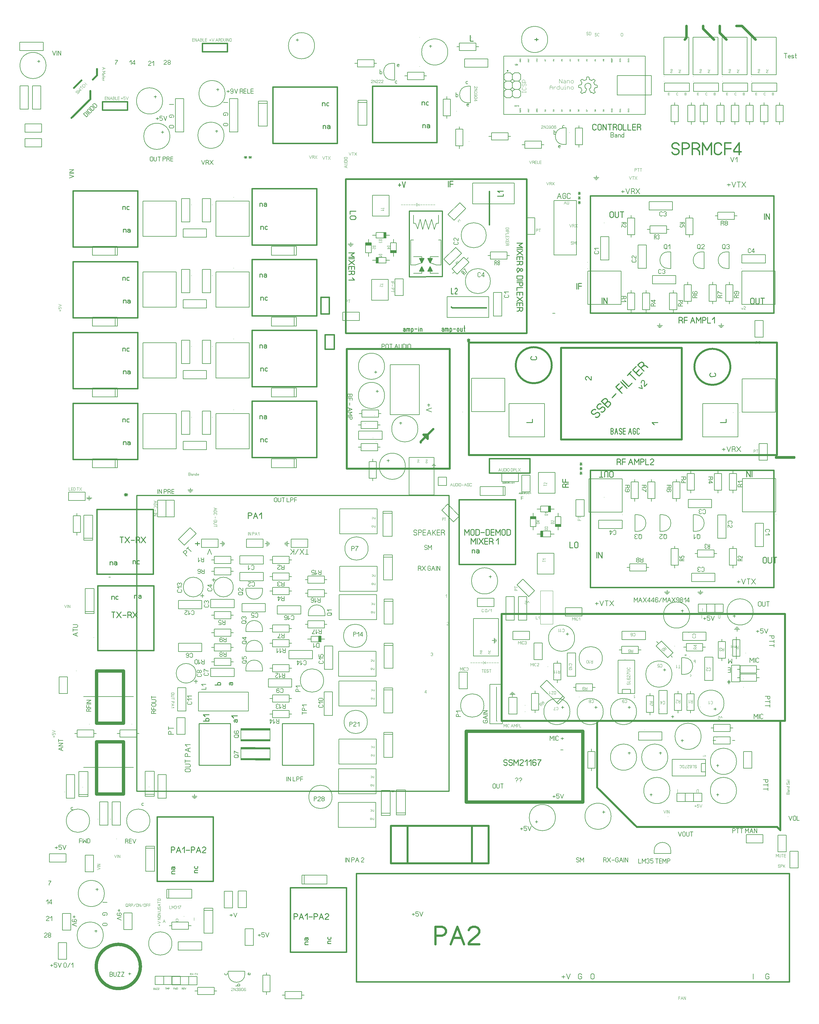
<source format=gbr>
%FSLAX34Y34*%
%MOMM*%
%LNSILK_TOP*%
G71*
G01*
%ADD10C,0.150*%
%ADD11C,0.167*%
%ADD12C,0.170*%
%ADD13C,0.144*%
%ADD14C,0.222*%
%ADD15C,0.111*%
%ADD16C,0.600*%
%ADD17C,0.333*%
%ADD18C,0.100*%
%ADD19C,0.200*%
%ADD20C,0.400*%
%ADD21C,0.300*%
%ADD22C,0.206*%
%ADD23C,0.178*%
%ADD24C,0.250*%
%ADD25C,0.220*%
%ADD26C,0.160*%
%ADD27C,0.280*%
%ADD28C,1.000*%
%ADD29C,0.667*%
%ADD30C,0.067*%
%ADD31C,0.500*%
%ADD32C,0.127*%
%ADD33C,0.102*%
%ADD34C,0.050*%
%ADD35C,0.203*%
%ADD36C,0.500*%
%ADD37C,0.650*%
%ADD38C,0.800*%
%ADD39C,0.090*%
%ADD40C,0.159*%
%ADD41C,0.444*%
%ADD42C,0.044*%
%LPD*%
G54D10*
X300707Y-107301D02*
X278532Y-107301D01*
X278532Y-56601D01*
X300707Y-56601D01*
X300707Y-107301D01*
G54D10*
X289619Y-107501D02*
X289619Y-115401D01*
G54D10*
X289619Y-56501D02*
X289619Y-48601D01*
G54D11*
X267361Y-73026D02*
X265695Y-75026D01*
X264028Y-75693D01*
X260695Y-75693D01*
G54D11*
X260695Y-70360D02*
X274028Y-70360D01*
X274028Y-73693D01*
X273195Y-75026D01*
X271528Y-75693D01*
X269861Y-75693D01*
X268195Y-75026D01*
X267361Y-73693D01*
X267361Y-70360D01*
G54D11*
X260695Y-84693D02*
X260695Y-79360D01*
X261528Y-79360D01*
X263195Y-80026D01*
X268195Y-84026D01*
X269861Y-84693D01*
X271528Y-84693D01*
X273195Y-84026D01*
X274028Y-82693D01*
X274028Y-81360D01*
X273195Y-80026D01*
X271528Y-79360D01*
G54D10*
X221401Y-113282D02*
X196000Y-113282D01*
X196001Y-184882D01*
X221401Y-184882D01*
X221401Y-113282D01*
G54D11*
X188109Y-157938D02*
X189776Y-158938D01*
X190609Y-160938D01*
X190609Y-162938D01*
X189776Y-164938D01*
X188109Y-165938D01*
X179776Y-165938D01*
X178109Y-164938D01*
X177276Y-162938D01*
X177276Y-160938D01*
X178109Y-158938D01*
X179776Y-157938D01*
G54D11*
X182276Y-154271D02*
X177276Y-149271D01*
X190609Y-149271D01*
G54D10*
X335700Y-138682D02*
X310300Y-138682D01*
X310300Y-210282D01*
X335700Y-210282D01*
X335700Y-138682D01*
G54D11*
X302409Y-183337D02*
X304075Y-184337D01*
X304909Y-186337D01*
X304909Y-188337D01*
X304075Y-190337D01*
X302409Y-191337D01*
X294075Y-191337D01*
X292409Y-190337D01*
X291575Y-188337D01*
X291575Y-186337D01*
X292409Y-184337D01*
X294075Y-183337D01*
G54D11*
X304909Y-171670D02*
X304909Y-179670D01*
X304075Y-179670D01*
X302409Y-178670D01*
X297409Y-172670D01*
X295742Y-171670D01*
X294075Y-171670D01*
X292409Y-172670D01*
X291575Y-174670D01*
X291575Y-176670D01*
X292409Y-178670D01*
X294075Y-179670D01*
G54D10*
X300723Y-335901D02*
X278548Y-335901D01*
X278548Y-285201D01*
X300723Y-285201D01*
X300723Y-335901D01*
G54D10*
X289635Y-336101D02*
X289635Y-344001D01*
G54D10*
X289635Y-285101D02*
X289635Y-277201D01*
G54D11*
X267377Y-299426D02*
X265710Y-302426D01*
X264044Y-303426D01*
X260710Y-303426D01*
G54D11*
X260710Y-295426D02*
X274044Y-295426D01*
X274044Y-300426D01*
X273210Y-302426D01*
X271544Y-303426D01*
X269877Y-303426D01*
X268210Y-302426D01*
X267377Y-300426D01*
X267377Y-295426D01*
G54D11*
X269044Y-307092D02*
X274044Y-312092D01*
X260710Y-312092D01*
G54D10*
X397502Y-80937D02*
X397502Y-103112D01*
X346802Y-103112D01*
X346802Y-80937D01*
X397502Y-80937D01*
G54D10*
X397702Y-92024D02*
X405602Y-92024D01*
G54D10*
X346702Y-92024D02*
X338802Y-92024D01*
G54D11*
X363228Y-114282D02*
X365228Y-115949D01*
X365894Y-117616D01*
X365894Y-120949D01*
G54D11*
X360561Y-120949D02*
X360561Y-107616D01*
X363894Y-107616D01*
X365228Y-108449D01*
X365894Y-110116D01*
X365894Y-111782D01*
X365228Y-113449D01*
X363894Y-114282D01*
X360561Y-114282D01*
G54D11*
X369561Y-110116D02*
X370228Y-108449D01*
X371561Y-107616D01*
X372894Y-107616D01*
X374228Y-108449D01*
X374894Y-110116D01*
X374894Y-111782D01*
X374228Y-113449D01*
X372894Y-114282D01*
X374228Y-115116D01*
X374894Y-116782D01*
X374894Y-118449D01*
X374228Y-120116D01*
X372894Y-120949D01*
X371561Y-120949D01*
X370228Y-120116D01*
X369561Y-118449D01*
G54D10*
X324111Y-285243D02*
X346286Y-285243D01*
X346286Y-335943D01*
X324111Y-335942D01*
X324111Y-285243D01*
G54D10*
X335198Y-285042D02*
X335198Y-277142D01*
G54D10*
X335198Y-336043D02*
X335198Y-343943D01*
G54D11*
X357456Y-321685D02*
X359123Y-318685D01*
X360790Y-317685D01*
X364123Y-317685D01*
G54D11*
X364123Y-325685D02*
X350790Y-325685D01*
X350790Y-320685D01*
X351623Y-318685D01*
X353290Y-317685D01*
X354956Y-317685D01*
X356623Y-318685D01*
X357456Y-320685D01*
X357456Y-325685D01*
G54D11*
X364123Y-308018D02*
X350790Y-308018D01*
X359123Y-314018D01*
X360790Y-314018D01*
X360790Y-306018D01*
G54D10*
X478506Y-107302D02*
X456331Y-107302D01*
X456331Y-56602D01*
X478506Y-56602D01*
X478506Y-107302D01*
G54D10*
X467419Y-107502D02*
X467419Y-115402D01*
G54D10*
X467419Y-56502D02*
X467418Y-48602D01*
G54D11*
X445161Y-73027D02*
X443494Y-75027D01*
X441828Y-75694D01*
X438494Y-75694D01*
G54D11*
X438494Y-70360D02*
X451828Y-70360D01*
X451828Y-73694D01*
X450994Y-75027D01*
X449328Y-75694D01*
X447661Y-75694D01*
X445994Y-75027D01*
X445161Y-73694D01*
X445161Y-70360D01*
G54D11*
X451828Y-84694D02*
X451828Y-79360D01*
X445994Y-79360D01*
X445994Y-80027D01*
X446828Y-81360D01*
X446828Y-82694D01*
X445994Y-84027D01*
X444328Y-84694D01*
X440994Y-84694D01*
X439328Y-84027D01*
X438494Y-82694D01*
X438494Y-81360D01*
X439328Y-80027D01*
X440994Y-79360D01*
G54D10*
X425888Y-257334D02*
X425888Y-231934D01*
X354288Y-231934D01*
X354288Y-257334D01*
X425888Y-257334D01*
G54D11*
X381232Y-224042D02*
X380232Y-225709D01*
X378232Y-226542D01*
X376232Y-226542D01*
X374232Y-225709D01*
X373232Y-224042D01*
X373232Y-215709D01*
X374232Y-214042D01*
X376232Y-213209D01*
X378232Y-213209D01*
X380232Y-214042D01*
X381232Y-215709D01*
G54D11*
X384899Y-215709D02*
X385899Y-214042D01*
X387899Y-213209D01*
X389899Y-213209D01*
X391899Y-214042D01*
X392899Y-215709D01*
X392899Y-217376D01*
X391899Y-219042D01*
X389899Y-219876D01*
X391899Y-220709D01*
X392899Y-222376D01*
X392899Y-224042D01*
X391899Y-225709D01*
X389899Y-226542D01*
X387899Y-226542D01*
X385899Y-225709D01*
X384899Y-224042D01*
G54D10*
X451110Y-259843D02*
X473286Y-259843D01*
X473286Y-310543D01*
X451110Y-310542D01*
X451110Y-259843D01*
G54D10*
X462198Y-259642D02*
X462198Y-251742D01*
G54D10*
X462198Y-310643D02*
X462198Y-318543D01*
G54D11*
X484456Y-296285D02*
X486123Y-293285D01*
X487790Y-292285D01*
X491123Y-292285D01*
G54D11*
X491123Y-300285D02*
X477790Y-300285D01*
X477790Y-295285D01*
X478623Y-293285D01*
X480290Y-292285D01*
X481956Y-292285D01*
X483623Y-293285D01*
X484456Y-295285D01*
X484456Y-300285D01*
G54D11*
X480290Y-280618D02*
X478623Y-281618D01*
X477790Y-283618D01*
X477790Y-285618D01*
X478623Y-287618D01*
X480290Y-288618D01*
X484456Y-288618D01*
X485290Y-288618D01*
X483623Y-285618D01*
X483623Y-283618D01*
X484456Y-281618D01*
X486123Y-280618D01*
X488623Y-280618D01*
X490290Y-281618D01*
X491123Y-283618D01*
X491123Y-285618D01*
X490290Y-287618D01*
X488623Y-288618D01*
X484456Y-288618D01*
G54D10*
X527310Y-259843D02*
X549486Y-259843D01*
X549486Y-310543D01*
X527310Y-310542D01*
X527310Y-259843D01*
G54D10*
X538398Y-259642D02*
X538398Y-251742D01*
G54D10*
X538398Y-310643D02*
X538398Y-318543D01*
G54D11*
X560656Y-296285D02*
X562323Y-293285D01*
X563990Y-292285D01*
X567323Y-292285D01*
G54D11*
X567323Y-300285D02*
X553990Y-300285D01*
X553990Y-295285D01*
X554823Y-293285D01*
X556490Y-292285D01*
X558156Y-292285D01*
X559823Y-293285D01*
X560656Y-295285D01*
X560656Y-300285D01*
G54D11*
X553990Y-288618D02*
X553990Y-280618D01*
X555656Y-281618D01*
X558156Y-283618D01*
X561490Y-285618D01*
X563990Y-286618D01*
X567323Y-286618D01*
G54D10*
X578110Y-259843D02*
X600286Y-259843D01*
X600286Y-310543D01*
X578110Y-310542D01*
X578110Y-259843D01*
G54D10*
X589198Y-259642D02*
X589198Y-251742D01*
G54D10*
X589198Y-310643D02*
X589198Y-318543D01*
G54D11*
X611456Y-296285D02*
X613123Y-293285D01*
X614790Y-292285D01*
X618123Y-292285D01*
G54D11*
X618123Y-300285D02*
X604790Y-300285D01*
X604790Y-295285D01*
X605623Y-293285D01*
X607290Y-292285D01*
X608956Y-292285D01*
X610623Y-293285D01*
X611456Y-295285D01*
X611456Y-300285D01*
G54D11*
X615623Y-288618D02*
X617290Y-287618D01*
X618123Y-285618D01*
X618123Y-283618D01*
X617290Y-281618D01*
X615623Y-280618D01*
X611456Y-280618D01*
X610623Y-280618D01*
X612290Y-283618D01*
X612290Y-285618D01*
X611456Y-287618D01*
X609790Y-288618D01*
X607290Y-288618D01*
X605623Y-287618D01*
X604790Y-285618D01*
X604790Y-283618D01*
X605623Y-281618D01*
X607290Y-280618D01*
X611456Y-280618D01*
G54D10*
X698943Y-193836D02*
X698944Y-168436D01*
X627343Y-168436D01*
X627343Y-193836D01*
X698943Y-193836D01*
G54D11*
X654320Y-160544D02*
X653320Y-162211D01*
X651320Y-163044D01*
X649320Y-163044D01*
X647320Y-162211D01*
X646320Y-160544D01*
X646320Y-152211D01*
X647320Y-150544D01*
X649320Y-149711D01*
X651320Y-149711D01*
X653320Y-150544D01*
X654320Y-152211D01*
G54D11*
X663987Y-163044D02*
X663987Y-149711D01*
X657987Y-158044D01*
X657987Y-159711D01*
X665987Y-159711D01*
G54D10*
X604478Y-39133D02*
X604478Y-61308D01*
X553778Y-61308D01*
X553778Y-39133D01*
X604478Y-39133D01*
G54D10*
X604678Y-50220D02*
X612578Y-50220D01*
G54D10*
X553678Y-50220D02*
X545778Y-50220D01*
G54D11*
X568036Y-72478D02*
X571036Y-74145D01*
X572036Y-75812D01*
X572036Y-79145D01*
G54D11*
X564036Y-79145D02*
X564036Y-65812D01*
X569036Y-65812D01*
X571036Y-66645D01*
X572036Y-68312D01*
X572036Y-69978D01*
X571036Y-71645D01*
X569036Y-72478D01*
X564036Y-72478D01*
G54D11*
X580702Y-72478D02*
X578702Y-72478D01*
X576702Y-71645D01*
X575702Y-69978D01*
X575702Y-68312D01*
X576702Y-66645D01*
X578702Y-65812D01*
X580702Y-65812D01*
X582702Y-66645D01*
X583702Y-68312D01*
X583702Y-69978D01*
X582702Y-71645D01*
X580702Y-72478D01*
X582702Y-73312D01*
X583702Y-74978D01*
X583702Y-76645D01*
X582702Y-78312D01*
X580702Y-79145D01*
X578702Y-79145D01*
X576702Y-78312D01*
X575702Y-76645D01*
X575702Y-74978D01*
X576702Y-73312D01*
X578702Y-72478D01*
G54D10*
X402632Y-159872D02*
X410632Y-159872D01*
X410632Y-210597D01*
X402632Y-210597D01*
G54D10*
G75*
G01X402670Y-159741D02*
G03X402670Y-210741I0J-25500D01*
G01*
G54D11*
X394487Y-148197D02*
X399487Y-150697D01*
G54D11*
X398487Y-139864D02*
X398487Y-148197D01*
X397487Y-149864D01*
X395487Y-150697D01*
X393487Y-150697D01*
X391487Y-149864D01*
X390487Y-148197D01*
X390487Y-139864D01*
X391487Y-138197D01*
X393487Y-137364D01*
X395487Y-137364D01*
X397487Y-138197D01*
X398487Y-139864D01*
G54D11*
X403154Y-142364D02*
X408154Y-137364D01*
X408154Y-150697D01*
G54D10*
X504232Y-159872D02*
X512232Y-159872D01*
X512232Y-210597D01*
X504232Y-210597D01*
G54D10*
G75*
G01X504270Y-159741D02*
G03X504270Y-210741I0J-25500D01*
G01*
G54D12*
X496087Y-148197D02*
X501087Y-150697D01*
G54D12*
X500087Y-139864D02*
X500087Y-148197D01*
X499087Y-149864D01*
X497087Y-150697D01*
X495087Y-150697D01*
X493087Y-149864D01*
X492087Y-148197D01*
X492087Y-139864D01*
X493087Y-138197D01*
X495087Y-137364D01*
X497087Y-137364D01*
X499087Y-138197D01*
X500087Y-139864D01*
G54D12*
X512787Y-150697D02*
X504787Y-150697D01*
X504787Y-149864D01*
X505787Y-148197D01*
X511787Y-143197D01*
X512787Y-141530D01*
X512787Y-139864D01*
X511787Y-138197D01*
X509787Y-137364D01*
X507787Y-137364D01*
X505787Y-138197D01*
X504787Y-139864D01*
G54D10*
X580432Y-159872D02*
X588432Y-159872D01*
X588432Y-210597D01*
X580432Y-210597D01*
G54D10*
G75*
G01X580470Y-159741D02*
G03X580470Y-210741I0J-25500D01*
G01*
G54D11*
X572304Y-148197D02*
X577304Y-150697D01*
G54D11*
X576304Y-139864D02*
X576304Y-148197D01*
X575304Y-149864D01*
X573304Y-150697D01*
X571304Y-150697D01*
X569304Y-149864D01*
X568304Y-148197D01*
X568304Y-139864D01*
X569304Y-138197D01*
X571304Y-137364D01*
X573304Y-137364D01*
X575304Y-138197D01*
X576304Y-139864D01*
G54D11*
X580971Y-139864D02*
X581971Y-138197D01*
X583971Y-137364D01*
X585971Y-137364D01*
X587971Y-138197D01*
X588971Y-139864D01*
X588971Y-141530D01*
X587971Y-143197D01*
X585971Y-144030D01*
X587971Y-144864D01*
X588971Y-146530D01*
X588971Y-148197D01*
X587971Y-149864D01*
X585971Y-150697D01*
X583971Y-150697D01*
X581971Y-149864D01*
X580971Y-148197D01*
G54D10*
X157432Y-218372D02*
X259032Y-218372D01*
X259032Y-319972D01*
X157432Y-319972D01*
X157432Y-218372D01*
G54D13*
X156682Y-191622D02*
X156682Y-191622D01*
G54D13*
X156682Y-211122D02*
X156682Y-211122D01*
G54D10*
X627332Y-218372D02*
X728932Y-218372D01*
X728932Y-319972D01*
X627332Y-319972D01*
X627332Y-218372D01*
G54D13*
X626582Y-191622D02*
X626582Y-191622D01*
G54D13*
X626582Y-211122D02*
X626582Y-211122D01*
G54D10*
X344042Y-6629D02*
X344042Y-32030D01*
X415642Y-32029D01*
X415642Y-6629D01*
X344042Y-6629D01*
G54D11*
X385031Y-48254D02*
X384031Y-49920D01*
X382031Y-50754D01*
X380031Y-50754D01*
X378031Y-49920D01*
X377031Y-48254D01*
X377031Y-39920D01*
X378031Y-38254D01*
X380031Y-37420D01*
X382031Y-37420D01*
X384031Y-38254D01*
X385031Y-39920D01*
G54D11*
X388698Y-39920D02*
X389698Y-38254D01*
X391698Y-37420D01*
X393698Y-37420D01*
X395698Y-38254D01*
X396698Y-39920D01*
X396698Y-41587D01*
X395698Y-43254D01*
X393698Y-44087D01*
X395698Y-44920D01*
X396698Y-46587D01*
X396698Y-48254D01*
X395698Y-49920D01*
X393698Y-50754D01*
X391698Y-50754D01*
X389698Y-49920D01*
X388698Y-48254D01*
G54D14*
X664348Y-303952D02*
X664348Y-315064D01*
X663015Y-317286D01*
X660348Y-318397D01*
X657682Y-318397D01*
X655015Y-317286D01*
X653682Y-315064D01*
X653682Y-303952D01*
X655015Y-301730D01*
X657682Y-300619D01*
X660348Y-300619D01*
X663015Y-301730D01*
X664348Y-303952D01*
G54D14*
X669238Y-300619D02*
X669238Y-315064D01*
X670571Y-317286D01*
X673238Y-318397D01*
X675904Y-318397D01*
X678571Y-317286D01*
X679904Y-315064D01*
X679904Y-300619D01*
G54D14*
X690127Y-318397D02*
X690127Y-300619D01*
G54D14*
X684794Y-300619D02*
X695460Y-300619D01*
G54D10*
X406661Y-285243D02*
X428836Y-285243D01*
X428836Y-335943D01*
X406661Y-335942D01*
X406661Y-285243D01*
G54D10*
X417748Y-285042D02*
X417748Y-277142D01*
G54D10*
X417748Y-336043D02*
X417748Y-343943D01*
G54D11*
X440006Y-321685D02*
X441673Y-318685D01*
X443340Y-317685D01*
X446673Y-317685D01*
G54D11*
X446673Y-325685D02*
X433340Y-325685D01*
X433340Y-320685D01*
X434173Y-318685D01*
X435840Y-317685D01*
X437506Y-317685D01*
X439173Y-318685D01*
X440006Y-320685D01*
X440006Y-325685D01*
G54D11*
X446673Y-308018D02*
X433340Y-308018D01*
G54D11*
X441340Y-308018D02*
X439673Y-309018D01*
X439173Y-311018D01*
X439673Y-313018D01*
X441340Y-314018D01*
X444673Y-314018D01*
X446340Y-313018D01*
X446673Y-311018D01*
X446340Y-309018D01*
X444673Y-308018D01*
G54D15*
X625016Y-330173D02*
X627684Y-335173D01*
X630350Y-330173D01*
G54D15*
X638127Y-335173D02*
X632794Y-335173D01*
X632794Y-334618D01*
X633460Y-333506D01*
X637460Y-330173D01*
X638127Y-329062D01*
X638127Y-327951D01*
X637460Y-326840D01*
X636127Y-326284D01*
X634794Y-326284D01*
X633460Y-326840D01*
X632794Y-327951D01*
G54D14*
X200450Y-317603D02*
X200450Y-299825D01*
G54D14*
X205339Y-317603D02*
X205339Y-299825D01*
X216006Y-317603D01*
X216006Y-299825D01*
G54D13*
X207482Y-70972D02*
X207482Y-70972D01*
G54D16*
X75407Y-452113D02*
X75406Y-731513D01*
X443707Y-731513D01*
X443707Y-452112D01*
X75407Y-452113D01*
G54D14*
X359520Y-686568D02*
X352854Y-679901D01*
X370632Y-679901D01*
G54D14*
X167781Y-539863D02*
X167782Y-550530D01*
X166670Y-550530D01*
X164448Y-549196D01*
X157781Y-541196D01*
X155559Y-539863D01*
X153337Y-539863D01*
X151115Y-541196D01*
X150004Y-543863D01*
X150004Y-546530D01*
X151115Y-549196D01*
X153337Y-550530D01*
G54D16*
G75*
G01X47382Y-505513D02*
G03X47382Y-505513I-55000J0D01*
G01*
G54D16*
G75*
G01X592382Y-510513D02*
G03X592382Y-510513I-55000J0D01*
G01*
G54D10*
X-197443Y-647243D02*
X-197443Y-545643D01*
X-95843Y-545643D01*
X-95843Y-647243D01*
X-197443Y-647243D01*
G54D13*
X-224193Y-647993D02*
X-224193Y-647993D01*
G54D13*
X-204693Y-647993D02*
X-204693Y-647993D01*
G54D10*
X628057Y-648513D02*
X628057Y-546913D01*
X729657Y-546912D01*
X729657Y-648513D01*
X628057Y-648513D01*
G54D13*
X601307Y-649262D02*
X601307Y-649262D01*
G54D13*
X620807Y-649263D02*
X620807Y-649263D01*
G54D14*
X561104Y-679613D02*
X578882Y-679613D01*
X578882Y-670280D01*
G54D14*
X543798Y-529246D02*
X546021Y-530580D01*
X547132Y-533246D01*
X547132Y-535913D01*
X546021Y-538580D01*
X543798Y-539912D01*
X532688Y-539913D01*
X530466Y-538580D01*
X529354Y-535913D01*
X529354Y-533246D01*
X530466Y-530580D01*
X532688Y-529246D01*
G54D14*
X-2301Y-478446D02*
X-79Y-479780D01*
X1032Y-482446D01*
X1032Y-485113D01*
X-79Y-487780D01*
X-2302Y-489112D01*
X-13412Y-489112D01*
X-15635Y-487780D01*
X-16746Y-485113D01*
X-16746Y-482446D01*
X-15635Y-479780D01*
X-13412Y-478446D01*
G54D17*
X181368Y-664145D02*
X185139Y-665088D01*
X189146Y-663438D01*
X191975Y-660610D01*
X193625Y-656602D01*
X192682Y-652831D01*
X190325Y-650474D01*
X186554Y-649532D01*
X182547Y-651182D01*
X179718Y-654010D01*
X175711Y-655660D01*
X171940Y-654717D01*
X169583Y-652360D01*
X168640Y-648589D01*
X170290Y-644582D01*
X173119Y-641753D01*
X177126Y-640104D01*
X180897Y-641046D01*
G54D17*
X197867Y-647646D02*
X201638Y-648589D01*
X205645Y-646939D01*
X208474Y-644110D01*
X210124Y-640104D01*
X209181Y-636332D01*
X206824Y-633976D01*
X203053Y-633032D01*
X199046Y-634682D01*
X196217Y-637511D01*
X192210Y-639161D01*
X188439Y-638218D01*
X186082Y-635861D01*
X185139Y-632090D01*
X186789Y-628083D01*
X189618Y-625254D01*
X193624Y-623604D01*
X197396Y-624547D01*
G54D17*
X217902Y-634683D02*
X199045Y-615826D01*
X206117Y-608756D01*
X210123Y-607106D01*
X213895Y-608048D01*
X216252Y-610406D01*
X217194Y-614177D01*
X215545Y-618184D01*
X219552Y-616534D01*
X223323Y-617476D01*
X225680Y-619834D01*
X226622Y-623605D01*
X224973Y-627612D01*
X217902Y-634683D01*
G54D17*
X208474Y-625255D02*
X215545Y-618184D01*
G54D17*
X231619Y-604466D02*
X242933Y-593152D01*
G54D17*
X261836Y-590749D02*
X242979Y-571892D01*
X252879Y-561993D01*
G54D17*
X252407Y-581320D02*
X262307Y-571421D01*
G54D17*
X276920Y-575664D02*
X258064Y-556808D01*
G54D17*
X263249Y-551623D02*
X282105Y-570479D01*
X292005Y-560579D01*
G54D17*
X302847Y-549737D02*
X283991Y-530881D01*
G54D17*
X278334Y-536538D02*
X289648Y-525224D01*
G54D17*
X323589Y-528996D02*
X313689Y-538895D01*
X294833Y-520039D01*
X304732Y-510140D01*
G54D17*
X304261Y-529467D02*
X314160Y-519568D01*
G54D17*
X325003Y-508726D02*
X331602Y-506840D01*
X335374Y-507783D01*
X340087Y-512497D01*
G54D17*
X328774Y-523810D02*
X309918Y-504954D01*
X316989Y-497883D01*
X320996Y-496233D01*
X324767Y-497176D01*
X327124Y-499533D01*
X328067Y-503304D01*
X326417Y-507311D01*
X319346Y-514382D01*
G54D10*
X507864Y-724450D02*
X507864Y-622850D01*
X615814Y-622850D01*
X615814Y-724450D01*
X507864Y-724450D01*
G54D14*
X-29446Y-679613D02*
X-11668Y-679613D01*
X-11668Y-670280D01*
G54D10*
X-82686Y-724450D02*
X-82686Y-622850D01*
X25264Y-622850D01*
X25264Y-724450D01*
X-82686Y-724450D01*
G54D14*
X312316Y-573656D02*
X323158Y-576956D01*
X319858Y-566114D01*
G54D14*
X337929Y-562185D02*
X330387Y-569728D01*
X329601Y-568942D01*
X328973Y-566428D01*
X329915Y-556057D01*
X329287Y-553543D01*
X327716Y-551972D01*
X325201Y-551343D01*
X322530Y-552443D01*
X320644Y-554328D01*
X319544Y-557000D01*
X320173Y-559514D01*
G54D13*
X207482Y-907584D02*
X207482Y-907584D01*
G54D10*
X-444368Y-162712D02*
X-426968Y-162712D01*
X-426968Y-132312D01*
X-444368Y-132312D01*
X-444368Y-162712D01*
G36*
X-444268Y-162612D02*
X-427568Y-162612D01*
X-427568Y-155412D01*
X-444268Y-155412D01*
X-444268Y-162612D01*
G37*
G54D18*
X-444268Y-162612D02*
X-427568Y-162612D01*
X-427568Y-155412D01*
X-444268Y-155412D01*
X-444268Y-162612D01*
G54D10*
X-435668Y-173712D02*
X-435668Y-162612D01*
G54D10*
X-435668Y-132412D02*
X-435668Y-121312D01*
G54D10*
X-488968Y-176912D02*
X-488968Y-194312D01*
X-458568Y-194312D01*
X-458568Y-176912D01*
X-488968Y-176912D01*
G36*
X-488868Y-177012D02*
X-488868Y-193712D01*
X-481668Y-193712D01*
X-481668Y-177012D01*
X-488868Y-177012D01*
G37*
G54D18*
X-488868Y-177012D02*
X-488868Y-193712D01*
X-481668Y-193712D01*
X-481668Y-177012D01*
X-488868Y-177012D01*
G54D10*
X-499968Y-185612D02*
X-488868Y-185612D01*
G54D10*
X-458668Y-185612D02*
X-447568Y-185612D01*
G54D10*
X-503168Y-132312D02*
X-520568Y-132312D01*
X-520568Y-162712D01*
X-503168Y-162712D01*
X-503168Y-132312D01*
G36*
X-503268Y-132412D02*
X-519968Y-132412D01*
X-519968Y-139612D01*
X-503268Y-139612D01*
X-503268Y-132412D01*
G37*
G54D18*
X-503268Y-132412D02*
X-519968Y-132412D01*
X-519968Y-139612D01*
X-503268Y-139612D01*
X-503268Y-132412D01*
G54D10*
X-511868Y-121312D02*
X-511868Y-132412D01*
G54D10*
X-511868Y-162612D02*
X-511868Y-173712D01*
G54D10*
X-458568Y-118112D02*
X-458568Y-100712D01*
X-488968Y-100712D01*
X-488968Y-118112D01*
X-458568Y-118112D01*
G36*
X-458668Y-118012D02*
X-458668Y-101312D01*
X-465868Y-101312D01*
X-465868Y-118012D01*
X-458668Y-118012D01*
G37*
G54D18*
X-458668Y-118012D02*
X-458668Y-101312D01*
X-465868Y-101312D01*
X-465868Y-118012D01*
X-458668Y-118012D01*
G54D10*
X-447568Y-109412D02*
X-458668Y-109412D01*
G54D10*
X-488868Y-109412D02*
X-499968Y-109412D01*
G54D15*
X-480118Y-166562D02*
X-471230Y-166562D01*
X-471230Y-168784D01*
X-471785Y-169674D01*
X-472896Y-170118D01*
X-478452Y-170118D01*
X-479563Y-169674D01*
X-480118Y-168784D01*
X-480118Y-166562D01*
G54D15*
X-474563Y-172562D02*
X-471230Y-174784D01*
X-480118Y-174784D01*
G54D15*
X-499168Y-141162D02*
X-490280Y-141162D01*
X-490280Y-143384D01*
X-490835Y-144274D01*
X-491946Y-144718D01*
X-497502Y-144718D01*
X-498613Y-144274D01*
X-499168Y-143384D01*
X-499168Y-141162D01*
G54D15*
X-499168Y-150718D02*
X-499168Y-147162D01*
X-498613Y-147162D01*
X-497502Y-147607D01*
X-494168Y-150274D01*
X-493057Y-150718D01*
X-491946Y-150718D01*
X-490835Y-150274D01*
X-490280Y-149384D01*
X-490280Y-148496D01*
X-490835Y-147607D01*
X-491946Y-147162D01*
G54D15*
X-480118Y-122112D02*
X-471230Y-122112D01*
X-471230Y-124334D01*
X-471785Y-125224D01*
X-472896Y-125668D01*
X-478452Y-125668D01*
X-479563Y-125224D01*
X-480118Y-124334D01*
X-480118Y-122112D01*
G54D15*
X-472896Y-128112D02*
X-471785Y-128557D01*
X-471230Y-129446D01*
X-471230Y-130334D01*
X-471785Y-131224D01*
X-472896Y-131668D01*
X-474007Y-131668D01*
X-475118Y-131224D01*
X-475674Y-130334D01*
X-476230Y-131224D01*
X-477341Y-131668D01*
X-478452Y-131668D01*
X-479563Y-131224D01*
X-480118Y-130334D01*
X-480118Y-129446D01*
X-479563Y-128557D01*
X-478452Y-128112D01*
G54D15*
X-454718Y-141162D02*
X-445830Y-141162D01*
X-445830Y-143384D01*
X-446385Y-144274D01*
X-447496Y-144718D01*
X-453052Y-144718D01*
X-454163Y-144274D01*
X-454718Y-143384D01*
X-454718Y-141162D01*
G54D15*
X-454718Y-149829D02*
X-445830Y-149829D01*
X-451385Y-147162D01*
X-452496Y-147162D01*
X-452496Y-150718D01*
G54D10*
X-499256Y12910D02*
X-499256Y-50589D01*
X-448456Y-50589D01*
X-448456Y12910D01*
X-499256Y12910D01*
G54D15*
X-473856Y-26967D02*
X-464968Y-26967D01*
G54D15*
X-464968Y-25189D02*
X-464968Y-28745D01*
G54D15*
X-468301Y-31189D02*
X-464968Y-33412D01*
X-473856Y-33412D01*
G54D10*
X-451750Y-307129D02*
X-451750Y-243629D01*
X-502549Y-243629D01*
X-502549Y-307129D01*
X-451750Y-307129D01*
G54D15*
X-477150Y-258107D02*
X-468261Y-258107D01*
G54D15*
X-468261Y-256329D02*
X-468261Y-259885D01*
G54D15*
X-477150Y-265885D02*
X-477149Y-262329D01*
X-476594Y-262329D01*
X-475483Y-262774D01*
X-472149Y-265440D01*
X-471038Y-265885D01*
X-469927Y-265885D01*
X-468816Y-265440D01*
X-468260Y-264552D01*
X-468261Y-263662D01*
X-468816Y-262774D01*
X-469927Y-262329D01*
G54D14*
X-550802Y-35939D02*
X-568580Y-35939D01*
X-568580Y-45272D01*
G54D14*
X-554135Y-60828D02*
X-565246Y-60828D01*
X-567468Y-59494D01*
X-568580Y-56828D01*
X-568580Y-54161D01*
X-567468Y-51494D01*
X-565246Y-50161D01*
X-554135Y-50161D01*
X-551913Y-51494D01*
X-550802Y-54161D01*
X-550802Y-56828D01*
X-551913Y-59494D01*
X-554135Y-60828D01*
G54D14*
X-59773Y-133102D02*
X-41995Y-133102D01*
X-53106Y-139768D01*
X-41995Y-146435D01*
X-59773Y-146435D01*
G54D14*
X-59773Y-151324D02*
X-41995Y-151324D01*
G54D14*
X-41995Y-156213D02*
X-59772Y-169546D01*
G54D14*
X-59772Y-156213D02*
X-41995Y-169546D01*
G54D14*
X-59773Y-183768D02*
X-59772Y-174435D01*
X-41995Y-174435D01*
X-41995Y-183768D01*
G54D14*
X-50884Y-174435D02*
X-50884Y-183768D01*
G54D14*
X-50884Y-193990D02*
X-53106Y-197990D01*
X-55328Y-199324D01*
X-59773Y-199324D01*
G54D14*
X-59772Y-188657D02*
X-41995Y-188657D01*
X-41995Y-195324D01*
X-43106Y-197990D01*
X-45328Y-199324D01*
X-47550Y-199324D01*
X-49773Y-197990D01*
X-50884Y-195324D01*
X-50884Y-188657D01*
G54D14*
X-57550Y-222702D02*
X-48662Y-212036D01*
X-46439Y-210702D01*
X-44217Y-210702D01*
X-41995Y-213369D01*
X-41995Y-216036D01*
X-44217Y-218702D01*
X-46439Y-218702D01*
X-48662Y-217369D01*
X-51995Y-210702D01*
X-54217Y-209369D01*
X-56439Y-209369D01*
X-58661Y-210702D01*
X-59772Y-213369D01*
X-59772Y-216036D01*
X-58662Y-218702D01*
X-54217Y-221369D01*
G54D14*
X-59773Y-232747D02*
X-41995Y-232747D01*
X-41995Y-239414D01*
X-43106Y-242080D01*
X-45328Y-243414D01*
X-56439Y-243414D01*
X-58662Y-242080D01*
X-59773Y-239414D01*
X-59773Y-232747D01*
G54D14*
X-59773Y-248303D02*
X-41995Y-248303D01*
G54D14*
X-59772Y-253192D02*
X-41995Y-253192D01*
X-41995Y-259858D01*
X-43106Y-262525D01*
X-45328Y-263858D01*
X-47550Y-263858D01*
X-49773Y-262525D01*
X-50884Y-259858D01*
X-50884Y-253192D01*
G54D14*
X-41995Y-268748D02*
X-59772Y-268748D01*
X-59773Y-278081D01*
G54D14*
X-59773Y-292303D02*
X-59772Y-282970D01*
X-41995Y-282970D01*
X-41995Y-292303D01*
G54D14*
X-50884Y-282970D02*
X-50884Y-292303D01*
G54D14*
X-41995Y-297192D02*
X-59773Y-310525D01*
G54D14*
X-59773Y-297192D02*
X-41995Y-310525D01*
G54D14*
X-59773Y-324747D02*
X-59772Y-315414D01*
X-41995Y-315414D01*
X-41995Y-324747D01*
G54D14*
X-50884Y-315414D02*
X-50884Y-324747D01*
G54D14*
X-50884Y-334969D02*
X-53106Y-338969D01*
X-55328Y-340302D01*
X-59772Y-340302D01*
G54D14*
X-59773Y-329636D02*
X-41995Y-329636D01*
X-41995Y-336302D01*
X-43106Y-338969D01*
X-45328Y-340302D01*
X-47550Y-340302D01*
X-49773Y-338969D01*
X-50884Y-336302D01*
X-50884Y-329636D01*
G54D14*
X-268668Y37722D02*
X-268668Y55500D01*
G54D14*
X-263780Y37722D02*
X-263780Y55500D01*
X-254446Y55500D01*
G54D14*
X-263780Y46611D02*
X-254446Y46611D01*
G54D15*
X-443167Y-250252D02*
X-434278Y-250252D01*
G54D15*
X-443167Y-252696D02*
X-434278Y-252696D01*
X-434278Y-257362D01*
G54D15*
X-438722Y-252696D02*
X-438722Y-257362D01*
G54D15*
X-439278Y-259807D02*
X-439278Y-265140D01*
G54D15*
X-443167Y-270161D02*
X-434278Y-270161D01*
X-434278Y-273494D01*
X-434834Y-274828D01*
X-435945Y-275494D01*
X-437056Y-275494D01*
X-438167Y-274828D01*
X-438722Y-273494D01*
X-438722Y-270161D01*
G54D15*
X-443167Y-280604D02*
X-434278Y-280604D01*
G54D15*
X-434278Y-277938D02*
X-434278Y-283271D01*
G54D14*
X-420756Y44186D02*
X-413645Y44186D01*
G54D14*
X-417201Y48630D02*
X-417201Y39741D01*
G54D14*
X-408756Y54186D02*
X-404312Y36408D01*
X-399867Y54186D01*
G54D10*
X-66828Y-14128D02*
X-66828Y49372D01*
X-193828Y49372D01*
X-193828Y-14128D01*
X-66828Y-14128D01*
G54D10*
X-221007Y-176168D02*
X-205327Y-191849D01*
X-241178Y-227699D01*
X-256858Y-212019D01*
X-221007Y-176168D01*
G54D10*
X-213026Y-183867D02*
X-207440Y-178281D01*
G54D10*
X-249088Y-219930D02*
X-254674Y-225516D01*
G54D11*
X-221664Y-223983D02*
X-219072Y-223747D01*
X-217422Y-224454D01*
X-215065Y-226811D01*
G54D11*
X-218836Y-230582D02*
X-228264Y-221154D01*
X-225907Y-218798D01*
X-224375Y-218444D01*
X-222725Y-219151D01*
X-221546Y-220330D01*
X-220839Y-221980D01*
X-221193Y-223512D01*
X-223550Y-225868D01*
G54D11*
X-221900Y-214790D02*
X-218129Y-211019D01*
X-217422Y-212669D01*
X-216597Y-215380D01*
X-215182Y-218680D01*
X-213886Y-220919D01*
X-211529Y-223276D01*
G54D11*
X-86852Y-291036D02*
X-85186Y-292036D01*
X-84352Y-294036D01*
X-84352Y-296036D01*
X-85186Y-298036D01*
X-86852Y-299036D01*
X-95186Y-299036D01*
X-96852Y-298036D01*
X-97686Y-296036D01*
X-97686Y-294036D01*
X-96852Y-292036D01*
X-95186Y-291036D01*
G54D11*
X-92686Y-287369D02*
X-97686Y-282369D01*
X-84352Y-282369D01*
G54D11*
X-240339Y-129506D02*
X-238672Y-130506D01*
X-237839Y-132506D01*
X-237839Y-134506D01*
X-238672Y-136506D01*
X-240339Y-137506D01*
X-248672Y-137506D01*
X-250339Y-136506D01*
X-251172Y-134506D01*
X-251172Y-132506D01*
X-250339Y-130506D01*
X-248672Y-129506D01*
G54D11*
X-237839Y-117838D02*
X-237839Y-125838D01*
X-238672Y-125838D01*
X-240339Y-124838D01*
X-245339Y-118838D01*
X-247006Y-117838D01*
X-248672Y-117838D01*
X-250339Y-118838D01*
X-251172Y-120838D01*
X-251172Y-122838D01*
X-250339Y-124838D01*
X-248672Y-125838D01*
G54D10*
X-89098Y-159804D02*
X-89098Y-181980D01*
X-139798Y-181980D01*
X-139798Y-159804D01*
X-89098Y-159804D01*
G54D10*
X-88898Y-170892D02*
X-80998Y-170892D01*
G54D10*
X-139898Y-170892D02*
X-147798Y-170892D01*
G54D11*
X-123373Y-193150D02*
X-121373Y-194816D01*
X-120706Y-196483D01*
X-120706Y-199816D01*
G54D11*
X-126039Y-199816D02*
X-126039Y-186483D01*
X-122706Y-186483D01*
X-121373Y-187316D01*
X-120706Y-188983D01*
X-120706Y-190650D01*
X-121373Y-192316D01*
X-122706Y-193150D01*
X-126039Y-193150D01*
G54D11*
X-113706Y-193150D02*
X-115039Y-193150D01*
X-116373Y-192316D01*
X-117039Y-190650D01*
X-117039Y-188983D01*
X-116373Y-187316D01*
X-115039Y-186483D01*
X-113706Y-186483D01*
X-112373Y-187316D01*
X-111706Y-188983D01*
X-111706Y-190650D01*
X-112373Y-192316D01*
X-113706Y-193150D01*
X-112373Y-193983D01*
X-111706Y-195650D01*
X-111706Y-197316D01*
X-112373Y-198983D01*
X-113706Y-199816D01*
X-115039Y-199816D01*
X-116373Y-198983D01*
X-117039Y-197316D01*
X-117039Y-195650D01*
X-116373Y-193983D01*
X-115039Y-193150D01*
G54D14*
X-259455Y-270521D02*
X-259455Y-288299D01*
X-253233Y-288299D01*
G54D14*
X-241233Y-288299D02*
X-248344Y-288299D01*
X-248344Y-287188D01*
X-247455Y-284966D01*
X-242122Y-278299D01*
X-241233Y-276076D01*
X-241233Y-273854D01*
X-242122Y-271632D01*
X-243900Y-270521D01*
X-245677Y-270521D01*
X-247455Y-271632D01*
X-248344Y-273854D01*
G54D14*
X-118300Y9654D02*
X-100522Y9654D01*
X-100522Y15876D01*
G54D14*
X-111633Y20765D02*
X-118300Y25210D01*
X-100522Y25210D01*
G54D19*
G75*
G01X-152628Y-109378D02*
G03X-152628Y-109378I-38100J0D01*
G01*
G54D19*
G75*
G01X-139928Y-249078D02*
G03X-139928Y-249078I-38100J0D01*
G01*
G54D11*
X-170074Y-233516D02*
X-171074Y-235183D01*
X-173074Y-236016D01*
X-175074Y-236016D01*
X-177074Y-235183D01*
X-178074Y-233516D01*
X-178074Y-225183D01*
X-177074Y-223516D01*
X-175074Y-222683D01*
X-173074Y-222683D01*
X-171075Y-223516D01*
X-170074Y-225183D01*
G54D11*
X-160408Y-236016D02*
X-160408Y-222683D01*
X-166407Y-231016D01*
X-166408Y-232683D01*
X-158408Y-232683D01*
G54D10*
X-130554Y-355400D02*
X-105154Y-355400D01*
X-105154Y-283800D01*
X-130554Y-283800D01*
X-130554Y-355400D01*
G54D11*
X-99762Y-302744D02*
X-99762Y-302744D01*
G54D20*
X-143028Y-77628D02*
X-143028Y23972D01*
G54D21*
X-386774Y-235974D02*
X-286174Y-235874D01*
X-286274Y-35974D01*
X-386774Y-35974D01*
X-386774Y-235974D01*
G54D19*
X-374674Y-47374D02*
X-374674Y-72774D01*
X-368374Y-72774D01*
X-368474Y-72774D01*
X-362074Y-90274D01*
X-361974Y-90274D01*
X-354074Y-60074D01*
X-346074Y-91874D01*
X-338174Y-60074D01*
X-328574Y-91874D01*
X-319174Y-60074D01*
X-311174Y-91874D01*
X-304774Y-72774D01*
X-298474Y-72774D01*
X-298474Y-47374D01*
G54D19*
X-374674Y-225174D02*
X-349374Y-225174D01*
X-349374Y-206174D01*
G54D19*
X-374674Y-174374D02*
X-349374Y-174374D01*
X-349374Y-193374D01*
G54D19*
X-298474Y-225174D02*
X-323874Y-225174D01*
X-323874Y-206174D01*
G54D19*
X-298474Y-174374D02*
X-323874Y-174374D01*
X-323874Y-193374D01*
G36*
X-349274Y-206174D02*
X-349274Y-206074D01*
X-355674Y-218774D01*
X-342974Y-218774D01*
X-349374Y-206174D01*
X-349274Y-206174D01*
G37*
G54D21*
X-349274Y-206174D02*
X-349274Y-206074D01*
X-355674Y-218774D01*
X-342974Y-218774D01*
X-349374Y-206174D01*
X-349274Y-206174D01*
G36*
X-323874Y-206274D02*
X-323874Y-206174D01*
X-330274Y-218874D01*
X-317574Y-218874D01*
X-323974Y-206274D01*
X-323874Y-206274D01*
G37*
G54D21*
X-323874Y-206274D02*
X-323874Y-206174D01*
X-330274Y-218874D01*
X-317574Y-218874D01*
X-323974Y-206274D01*
X-323874Y-206274D01*
G36*
X-349174Y-193174D02*
X-349174Y-193274D01*
X-342774Y-180574D01*
X-355474Y-180574D01*
X-349074Y-193174D01*
X-349174Y-193174D01*
G37*
G54D21*
X-349174Y-193174D02*
X-349174Y-193274D01*
X-342774Y-180574D01*
X-355474Y-180574D01*
X-349074Y-193174D01*
X-349174Y-193174D01*
G36*
X-323874Y-193274D02*
X-323874Y-193374D01*
X-317474Y-180674D01*
X-330174Y-180674D01*
X-323774Y-193274D01*
X-323874Y-193274D01*
G37*
G54D21*
X-323874Y-193274D02*
X-323874Y-193374D01*
X-317474Y-180674D01*
X-330174Y-180674D01*
X-323774Y-193274D01*
X-323874Y-193274D01*
G54D19*
X-349274Y-193374D02*
X-349274Y-193474D01*
X-368274Y-199874D01*
X-368274Y-199774D01*
X-382574Y-199774D01*
X-382574Y-136274D01*
X-382574Y-123574D01*
X-374674Y-123574D01*
G54D19*
X-323874Y-193374D02*
X-323874Y-193374D01*
X-304874Y-199774D01*
X-290574Y-199774D01*
X-290574Y-123574D01*
X-298474Y-123574D01*
G54D10*
X-144943Y-359682D02*
X-144943Y-296182D01*
X-271943Y-296182D01*
X-271943Y-359682D01*
X-144943Y-359682D01*
G54D20*
X-152223Y-330177D02*
X-256998Y-330177D01*
X-259243Y-327932D01*
G54D19*
X-566120Y-130366D02*
X-566120Y-136716D01*
G54D19*
X-558182Y-136716D02*
X-574057Y-136716D01*
G54D19*
X-571676Y-139890D02*
X-560564Y-139890D01*
G54D19*
X-563739Y-143066D02*
X-568501Y-143066D01*
G54D14*
X-405505Y-393710D02*
X-403728Y-392599D01*
X-401594Y-392599D01*
X-400172Y-394822D01*
X-400172Y-402599D01*
G54D14*
X-400172Y-399266D02*
X-401061Y-397044D01*
X-402839Y-396599D01*
X-404616Y-397044D01*
X-405505Y-399266D01*
X-405150Y-401488D01*
X-403728Y-402599D01*
X-402839Y-402599D01*
X-402483Y-402599D01*
X-401061Y-401488D01*
X-400172Y-399266D01*
G54D14*
X-395283Y-402599D02*
X-395283Y-392599D01*
G54D14*
X-395283Y-394377D02*
X-393506Y-392599D01*
X-391728Y-393266D01*
X-390839Y-394822D01*
X-390839Y-402599D01*
G54D14*
X-390839Y-394377D02*
X-389061Y-392599D01*
X-387283Y-393266D01*
X-386394Y-394822D01*
X-386394Y-402599D01*
G54D14*
X-381505Y-392599D02*
X-381505Y-407044D01*
G54D14*
X-381505Y-399266D02*
X-380616Y-402155D01*
X-378839Y-402599D01*
X-377061Y-402155D01*
X-376172Y-399932D01*
X-376172Y-395488D01*
X-377061Y-393266D01*
X-378839Y-392599D01*
X-380616Y-393266D01*
X-381505Y-395932D01*
G54D14*
X-371283Y-394822D02*
X-364172Y-394822D01*
G54D14*
X-359283Y-402599D02*
X-359283Y-392599D01*
G54D14*
X-359283Y-389266D02*
X-359283Y-389266D01*
G54D14*
X-354394Y-402599D02*
X-354394Y-392599D01*
G54D14*
X-354394Y-394822D02*
X-353505Y-393266D01*
X-351728Y-392599D01*
X-349950Y-393266D01*
X-349061Y-394822D01*
X-349061Y-402599D01*
G54D14*
X-287715Y-393640D02*
X-285937Y-392529D01*
X-283804Y-392529D01*
X-282381Y-394751D01*
X-282381Y-402529D01*
G54D14*
X-282381Y-399196D02*
X-283270Y-396974D01*
X-285048Y-396529D01*
X-286826Y-396974D01*
X-287715Y-399196D01*
X-287359Y-401418D01*
X-285937Y-402529D01*
X-285048Y-402529D01*
X-284692Y-402529D01*
X-283270Y-401418D01*
X-282381Y-399196D01*
G54D14*
X-277493Y-402529D02*
X-277492Y-392529D01*
G54D14*
X-277493Y-394307D02*
X-275715Y-392529D01*
X-273937Y-393196D01*
X-273048Y-394751D01*
X-273048Y-402529D01*
G54D14*
X-273048Y-394307D02*
X-271270Y-392529D01*
X-269492Y-393196D01*
X-268604Y-394751D01*
X-268604Y-402529D01*
G54D14*
X-263715Y-392529D02*
X-263715Y-406974D01*
G54D14*
X-263715Y-399196D02*
X-262826Y-402084D01*
X-261048Y-402529D01*
X-259270Y-402084D01*
X-258381Y-399862D01*
X-258381Y-395418D01*
X-259270Y-393196D01*
X-261048Y-392529D01*
X-262826Y-393196D01*
X-263715Y-395862D01*
G54D14*
X-253492Y-394751D02*
X-246381Y-394751D01*
G54D14*
X-236159Y-399862D02*
X-236159Y-395418D01*
X-237048Y-393196D01*
X-238826Y-392529D01*
X-240604Y-393196D01*
X-241492Y-395418D01*
X-241492Y-399862D01*
X-240604Y-402084D01*
X-238826Y-402529D01*
X-237048Y-402084D01*
X-236159Y-399862D01*
G54D14*
X-225937Y-392529D02*
X-225937Y-402529D01*
G54D14*
X-225937Y-400307D02*
X-226826Y-402084D01*
X-228604Y-402529D01*
X-230382Y-402084D01*
X-231270Y-400307D01*
X-231270Y-392529D01*
G54D14*
X-219271Y-384751D02*
X-219271Y-401418D01*
X-218382Y-402529D01*
X-217493Y-402084D01*
G54D14*
X-221048Y-392529D02*
X-217493Y-392529D01*
G54D14*
X123444Y-273428D02*
X123444Y-255650D01*
G54D14*
X128333Y-273428D02*
X128333Y-255650D01*
X137666Y-255650D01*
G54D14*
X128333Y-264539D02*
X137666Y-264539D01*
G54D10*
X-889Y-966714D02*
X-18289Y-966714D01*
X-18290Y-997114D01*
X-889Y-997114D01*
X-889Y-966714D01*
G36*
X-989Y-966814D02*
X-17689Y-966814D01*
X-17689Y-974014D01*
X-990Y-974014D01*
X-989Y-966814D01*
G37*
G54D18*
X-989Y-966814D02*
X-17689Y-966814D01*
X-17689Y-974014D01*
X-990Y-974014D01*
X-989Y-966814D01*
G54D10*
X-9590Y-955714D02*
X-9590Y-966814D01*
G54D10*
X-9590Y-997014D02*
X-9590Y-1008114D01*
G54D10*
X43711Y-952514D02*
X43710Y-935114D01*
X13310Y-935114D01*
X13310Y-952514D01*
X43711Y-952514D01*
G36*
X43610Y-952414D02*
X43610Y-935714D01*
X36410Y-935714D01*
X36410Y-952414D01*
X43610Y-952414D01*
G37*
G54D18*
X43610Y-952414D02*
X43610Y-935714D01*
X36410Y-935714D01*
X36410Y-952414D01*
X43610Y-952414D01*
G54D10*
X54710Y-943814D02*
X43611Y-943814D01*
G54D10*
X13410Y-943814D02*
X2311Y-943814D01*
G54D10*
X57910Y-997114D02*
X75311Y-997114D01*
X75310Y-966714D01*
X57910Y-966714D01*
X57910Y-997114D01*
G36*
X58010Y-997014D02*
X74710Y-997014D01*
X74710Y-989814D01*
X58010Y-989814D01*
X58010Y-997014D01*
G37*
G54D18*
X58010Y-997014D02*
X74710Y-997014D01*
X74710Y-989814D01*
X58010Y-989814D01*
X58010Y-997014D01*
G54D10*
X66610Y-1008114D02*
X66610Y-997014D01*
G54D10*
X66610Y-966814D02*
X66610Y-955714D01*
G54D10*
X13310Y-1011314D02*
X13310Y-1028714D01*
X43710Y-1028714D01*
X43710Y-1011314D01*
X13310Y-1011314D01*
G36*
X13410Y-1011414D02*
X13410Y-1028114D01*
X20610Y-1028114D01*
X20610Y-1011414D01*
X13410Y-1011414D01*
G37*
G54D18*
X13410Y-1011414D02*
X13410Y-1028114D01*
X20610Y-1028114D01*
X20610Y-1011414D01*
X13410Y-1011414D01*
G54D10*
X2310Y-1020014D02*
X13410Y-1020014D01*
G54D10*
X43610Y-1020014D02*
X54710Y-1020014D01*
G54D15*
X34861Y-962864D02*
X25972Y-962864D01*
X25972Y-960642D01*
X26527Y-959753D01*
X27638Y-959308D01*
X33194Y-959308D01*
X34305Y-959753D01*
X34861Y-960642D01*
X34861Y-962864D01*
G54D15*
X29305Y-956864D02*
X25972Y-954642D01*
X34861Y-954642D01*
G54D15*
X53910Y-988264D02*
X45022Y-988264D01*
X45022Y-986042D01*
X45577Y-985153D01*
X46688Y-984708D01*
X52244Y-984708D01*
X53355Y-985153D01*
X53911Y-986042D01*
X53910Y-988264D01*
G54D15*
X53910Y-978708D02*
X53910Y-982264D01*
X53355Y-982264D01*
X52244Y-981820D01*
X48911Y-979153D01*
X47799Y-978708D01*
X46688Y-978708D01*
X45577Y-979153D01*
X45022Y-980042D01*
X45022Y-980931D01*
X45577Y-981820D01*
X46688Y-982264D01*
G54D15*
X34860Y-1007314D02*
X25972Y-1007314D01*
X25972Y-1005092D01*
X26527Y-1004203D01*
X27638Y-1003758D01*
X33194Y-1003758D01*
X34305Y-1004203D01*
X34860Y-1005092D01*
X34860Y-1007314D01*
G54D15*
X27638Y-1001314D02*
X26527Y-1000870D01*
X25972Y-999980D01*
X25972Y-999092D01*
X26527Y-998203D01*
X27638Y-997758D01*
X28749Y-997758D01*
X29860Y-998203D01*
X30416Y-999092D01*
X30972Y-998203D01*
X32083Y-997758D01*
X33194Y-997758D01*
X34305Y-998203D01*
X34860Y-999092D01*
X34861Y-999980D01*
X34305Y-1000870D01*
X33194Y-1001314D01*
G54D15*
X9460Y-988264D02*
X572Y-988264D01*
X572Y-986042D01*
X1127Y-985153D01*
X2238Y-984708D01*
X7794Y-984708D01*
X8905Y-985153D01*
X9461Y-986042D01*
X9460Y-988264D01*
G54D15*
X9460Y-979597D02*
X572Y-979597D01*
X6127Y-982264D01*
X7238Y-982264D01*
X7238Y-978708D01*
G54D10*
X53998Y-1142337D02*
X53998Y-1078837D01*
X3198Y-1078837D01*
X3198Y-1142337D01*
X53998Y-1142337D01*
G54D15*
X28598Y-1102459D02*
X19710Y-1102459D01*
G54D15*
X19709Y-1104237D02*
X19710Y-1100682D01*
G54D15*
X23043Y-1098237D02*
X19710Y-1096015D01*
X28598Y-1096015D01*
G54D10*
X6886Y-832373D02*
X6885Y-895873D01*
X57685Y-895873D01*
X57685Y-832373D01*
X6886Y-832373D01*
G54D15*
X31892Y-871319D02*
X23003Y-871319D01*
G54D15*
X23003Y-873097D02*
X23003Y-869542D01*
G54D15*
X31892Y-863542D02*
X31892Y-867097D01*
X31336Y-867097D01*
X30225Y-866652D01*
X26891Y-863986D01*
X25780Y-863542D01*
X24669Y-863542D01*
X23558Y-863986D01*
X23003Y-864875D01*
X23003Y-865764D01*
X23558Y-866652D01*
X24669Y-867097D01*
G54D14*
X102345Y-1044440D02*
X102345Y-1062218D01*
X111679Y-1062218D01*
G54D14*
X127234Y-1047774D02*
X127234Y-1058884D01*
X125901Y-1061107D01*
X123234Y-1062218D01*
X120567Y-1062218D01*
X117901Y-1061107D01*
X116567Y-1058884D01*
X116567Y-1047774D01*
X117901Y-1045551D01*
X120567Y-1044440D01*
X123234Y-1044440D01*
X125901Y-1045551D01*
X127234Y-1047774D01*
G54D14*
X89033Y-872254D02*
X91255Y-868254D01*
X93477Y-866920D01*
X97922Y-866920D01*
G54D14*
X97922Y-877587D02*
X80144Y-877587D01*
X80144Y-870920D01*
X81255Y-868254D01*
X83477Y-866920D01*
X85699Y-866920D01*
X87922Y-868254D01*
X89033Y-870920D01*
X89033Y-877587D01*
G54D14*
X97922Y-862031D02*
X80144Y-862031D01*
X80144Y-852698D01*
G54D14*
X89033Y-862031D02*
X89033Y-852698D01*
G54D15*
X-47048Y-914550D02*
X-47048Y-905660D01*
G54D15*
X-44604Y-914549D02*
X-44604Y-905660D01*
X-39937Y-905660D01*
G54D15*
X-44604Y-910105D02*
X-39937Y-910105D01*
G54D15*
X-21612Y-1229427D02*
X-24279Y-1224427D01*
X-26946Y-1229427D01*
G54D15*
X-34723Y-1224427D02*
X-29389Y-1224427D01*
X-29389Y-1224983D01*
X-30056Y-1226094D01*
X-34056Y-1229427D01*
X-34722Y-1230538D01*
X-34723Y-1231650D01*
X-34056Y-1232760D01*
X-32723Y-1233316D01*
X-31389Y-1233316D01*
X-30056Y-1232760D01*
X-29390Y-1231650D01*
G54D20*
X-63679Y-915767D02*
X-63679Y-1112617D01*
X-235129Y-1112617D01*
X-235129Y-915767D01*
X-63679Y-915767D01*
G54D14*
X-195773Y-1077690D02*
X-195773Y-1067690D01*
G54D14*
X-195773Y-1069913D02*
X-194440Y-1068357D01*
X-191773Y-1067690D01*
X-189107Y-1068357D01*
X-187773Y-1069912D01*
X-187773Y-1077690D01*
G54D14*
X-182884Y-1068802D02*
X-180218Y-1067690D01*
X-177018Y-1067690D01*
X-174884Y-1069912D01*
X-174884Y-1077690D01*
G54D14*
X-174884Y-1074357D02*
X-176217Y-1072135D01*
X-178884Y-1071690D01*
X-181551Y-1072135D01*
X-182884Y-1074357D01*
X-182351Y-1076580D01*
X-180218Y-1077690D01*
X-178884Y-1077690D01*
X-178351Y-1077690D01*
X-176217Y-1076580D01*
X-174884Y-1074357D01*
G54D10*
X-170877Y-902864D02*
X-170877Y-875464D01*
X-94677Y-875464D01*
X-94677Y-902864D01*
X-170877Y-902864D01*
G54D10*
X-100977Y-875464D02*
X-100977Y-902864D01*
G54D18*
X12507Y-1193236D02*
X50607Y-1193235D01*
X50607Y-1294836D01*
X12507Y-1294836D01*
X12507Y-1193236D01*
G54D10*
X-29248Y-1211095D02*
X-54649Y-1211094D01*
X-54649Y-1282695D01*
X-29249Y-1282694D01*
X-29248Y-1211095D01*
G54D15*
X-908Y-1270904D02*
X-908Y-1279793D01*
X3758Y-1279793D01*
G54D15*
X6203Y-1274238D02*
X9536Y-1270904D01*
X9536Y-1279793D01*
G54D10*
X-67348Y-1211095D02*
X-92749Y-1211095D01*
X-92749Y-1282695D01*
X-67349Y-1282694D01*
X-67348Y-1211095D01*
G54D10*
X-481250Y-642144D02*
X-481250Y-664318D01*
X-531950Y-664319D01*
X-531950Y-642144D01*
X-481250Y-642144D01*
G54D10*
X-481050Y-653231D02*
X-473150Y-653231D01*
G54D10*
X-532050Y-653231D02*
X-539950Y-653231D01*
G54D11*
X-521692Y-682156D02*
X-521692Y-682156D01*
G54D10*
X-534600Y-698696D02*
X-534600Y-676521D01*
X-483900Y-676521D01*
X-483900Y-698696D01*
X-534600Y-698696D01*
G54D10*
X-534800Y-687609D02*
X-542700Y-687608D01*
G54D10*
X-483800Y-687608D02*
X-475900Y-687608D01*
G54D11*
X-494158Y-658684D02*
X-494158Y-658684D01*
G54D10*
X-541678Y-706192D02*
X-541677Y-731593D01*
X-470077Y-731593D01*
X-470078Y-706193D01*
X-541678Y-706192D01*
G54D11*
X-489022Y-736984D02*
X-489022Y-736984D01*
G54D10*
X-489919Y-530177D02*
X-489919Y-522577D01*
G54D10*
X-493719Y-526377D02*
X-486119Y-526377D01*
G54D10*
G75*
G01X-462769Y-508871D02*
G03X-462769Y-508871I-39850J0D01*
G01*
G54D10*
X-510155Y-799348D02*
X-487980Y-799348D01*
X-487980Y-850048D01*
X-510155Y-850048D01*
X-510155Y-799348D01*
G54D10*
X-499068Y-799148D02*
X-499068Y-791248D01*
G54D10*
X-499068Y-850148D02*
X-499068Y-858048D01*
G54D11*
X-470143Y-839790D02*
X-470143Y-839790D01*
G54D10*
X-451819Y-792365D02*
X-451819Y-799964D01*
G54D10*
X-448019Y-796165D02*
X-455619Y-796164D01*
G54D10*
G75*
G01X-399269Y-813671D02*
G03X-399269Y-813671I-39850J0D01*
G01*
G54D10*
X-481313Y-585070D02*
X-488913Y-585070D01*
G54D10*
X-485113Y-588870D02*
X-485113Y-581270D01*
G54D10*
G75*
G01X-462769Y-597771D02*
G03X-462769Y-597771I-39850J0D01*
G01*
G54D10*
X-413719Y-678064D02*
X-413719Y-685664D01*
G54D10*
X-409919Y-681864D02*
X-417519Y-681864D01*
G54D10*
G75*
G01X-361169Y-699370D02*
G03X-361169Y-699370I-39850J0D01*
G01*
G54D10*
X-534545Y-766343D02*
X-534545Y-744168D01*
X-483845Y-744168D01*
X-483845Y-766343D01*
X-534545Y-766343D01*
G54D10*
X-534745Y-755256D02*
X-542645Y-755256D01*
G54D10*
X-483745Y-755256D02*
X-475845Y-755256D01*
G54D11*
X-497604Y-726331D02*
X-497604Y-726331D01*
G54D19*
X-328005Y-622194D02*
X-328005Y-631794D01*
G54D19*
X-324005Y-626994D02*
X-332005Y-626994D01*
G54D19*
X-319005Y-636194D02*
X-335005Y-642194D01*
X-319005Y-648194D01*
G54D19*
X-356569Y-504065D02*
X-356569Y-656465D01*
X-445469Y-656465D01*
X-445469Y-504065D01*
X-356569Y-504065D01*
G54D19*
X-373451Y-1020725D02*
X-372251Y-1022725D01*
X-369851Y-1023725D01*
X-367451Y-1023725D01*
X-365051Y-1022725D01*
X-363851Y-1020725D01*
X-363851Y-1018725D01*
X-365051Y-1016725D01*
X-367451Y-1015725D01*
X-369851Y-1015725D01*
X-372251Y-1014725D01*
X-373451Y-1012725D01*
X-373451Y-1010725D01*
X-372251Y-1008725D01*
X-369851Y-1007725D01*
X-367451Y-1007725D01*
X-365051Y-1008725D01*
X-363851Y-1010725D01*
G54D19*
X-359451Y-1023725D02*
X-359451Y-1007725D01*
X-353451Y-1007725D01*
X-351051Y-1008725D01*
X-349851Y-1010725D01*
X-349851Y-1012725D01*
X-351051Y-1014725D01*
X-353451Y-1015725D01*
X-359451Y-1015725D01*
G54D19*
X-337051Y-1023725D02*
X-345451Y-1023725D01*
X-345451Y-1007725D01*
X-337051Y-1007725D01*
G54D19*
X-345451Y-1015725D02*
X-337051Y-1015725D01*
G54D19*
X-332651Y-1023725D02*
X-326651Y-1007725D01*
X-320651Y-1023725D01*
G54D19*
X-330251Y-1017725D02*
X-323051Y-1017725D01*
G54D19*
X-316251Y-1023725D02*
X-316251Y-1007725D01*
G54D19*
X-316251Y-1018725D02*
X-306651Y-1007725D01*
G54D19*
X-312651Y-1015725D02*
X-306651Y-1023725D01*
G54D19*
X-293851Y-1023725D02*
X-302251Y-1023725D01*
X-302251Y-1007725D01*
X-293851Y-1007725D01*
G54D19*
X-302251Y-1015725D02*
X-293851Y-1015725D01*
G54D19*
X-284651Y-1015725D02*
X-281051Y-1017725D01*
X-279851Y-1019725D01*
X-279851Y-1023725D01*
G54D19*
X-289451Y-1023725D02*
X-289451Y-1007725D01*
X-283451Y-1007725D01*
X-281051Y-1008725D01*
X-279851Y-1010725D01*
X-279851Y-1012725D01*
X-281051Y-1014725D01*
X-283451Y-1015725D01*
X-289451Y-1015725D01*
G54D11*
X-470583Y-454640D02*
X-470583Y-441307D01*
X-465583Y-441307D01*
X-463583Y-442140D01*
X-462583Y-443807D01*
X-462583Y-445474D01*
X-463583Y-447140D01*
X-465584Y-447974D01*
X-470583Y-447974D01*
G54D11*
X-450916Y-443807D02*
X-450916Y-452140D01*
X-451916Y-453807D01*
X-453916Y-454640D01*
X-455916Y-454640D01*
X-457916Y-453807D01*
X-458916Y-452140D01*
X-458916Y-443807D01*
X-457916Y-442140D01*
X-455916Y-441307D01*
X-453916Y-441307D01*
X-451916Y-442140D01*
X-450916Y-443807D01*
G54D11*
X-443249Y-454640D02*
X-443249Y-441307D01*
G54D11*
X-447249Y-441307D02*
X-439249Y-441307D01*
G54D11*
X-431715Y-454640D02*
X-426715Y-441307D01*
X-421715Y-454640D01*
G54D11*
X-429715Y-449640D02*
X-423715Y-449640D01*
G54D11*
X-418048Y-441307D02*
X-418048Y-452140D01*
X-417048Y-453807D01*
X-415048Y-454640D01*
X-413048Y-454640D01*
X-411048Y-453807D01*
X-410048Y-452140D01*
X-410048Y-441307D01*
G54D11*
X-406381Y-454640D02*
X-406381Y-441307D01*
X-401381Y-441307D01*
X-399381Y-442140D01*
X-398382Y-443807D01*
X-398381Y-452140D01*
X-399381Y-453807D01*
X-401381Y-454640D01*
X-406381Y-454640D01*
G54D11*
X-394714Y-454640D02*
X-394714Y-441307D01*
G54D11*
X-383047Y-443807D02*
X-383047Y-452140D01*
X-384047Y-453807D01*
X-386047Y-454640D01*
X-388047Y-454640D01*
X-390047Y-453807D01*
X-391047Y-452140D01*
X-391047Y-443807D01*
X-390047Y-442140D01*
X-388047Y-441307D01*
X-386047Y-441307D01*
X-384047Y-442140D01*
X-383047Y-443807D01*
G54D19*
X-312119Y-786726D02*
X-312119Y-901026D01*
X-388319Y-901026D01*
X-388319Y-786726D01*
X-312119Y-786726D01*
G54D15*
X-362919Y-793076D02*
X-357919Y-793076D01*
G54D15*
X-359030Y-793076D02*
X-358253Y-793744D01*
X-357919Y-795077D01*
X-358253Y-796410D01*
X-359030Y-797077D01*
X-362919Y-797077D01*
G54D15*
X-358253Y-802854D02*
X-357919Y-801521D01*
X-358253Y-800188D01*
X-359364Y-799520D01*
X-361586Y-799520D01*
X-362697Y-800188D01*
X-362919Y-801521D01*
X-362697Y-802854D01*
G54D15*
X-337519Y-793076D02*
X-332519Y-793077D01*
G54D15*
X-333630Y-793076D02*
X-332852Y-793743D01*
X-332519Y-795076D01*
X-332853Y-796410D01*
X-333630Y-797076D01*
X-337519Y-797076D01*
G54D15*
X-336186Y-803520D02*
X-333964Y-803520D01*
X-332853Y-802854D01*
X-332519Y-801520D01*
X-332853Y-800188D01*
X-333964Y-799520D01*
X-336186Y-799520D01*
X-337297Y-800188D01*
X-337519Y-801520D01*
X-337297Y-802854D01*
X-336186Y-803520D01*
G54D19*
X-312302Y-820966D02*
X-312302Y-814615D01*
G54D19*
X-306746Y-811440D02*
X-317858Y-811440D01*
G54D19*
X-314683Y-808266D02*
X-309921Y-808266D01*
G54D10*
X249794Y-1506115D02*
X300594Y-1506115D01*
X300594Y-1404516D01*
X249794Y-1404515D01*
X249794Y-1506115D01*
G54D10*
X262494Y-1506115D02*
X287894Y-1506115D01*
X287894Y-1493415D01*
X262494Y-1493415D01*
X262494Y-1506115D01*
G54D10*
X412488Y-1576990D02*
X420088Y-1576990D01*
G54D10*
X416288Y-1573190D02*
X416288Y-1580790D01*
G54D10*
X621732Y-1470825D02*
X596332Y-1470824D01*
X596332Y-1420024D01*
X621732Y-1420024D01*
X621732Y-1470825D01*
G54D19*
X612477Y-1316980D02*
X612477Y-1310630D01*
G54D19*
X604540Y-1310630D02*
X620414Y-1310630D01*
G54D19*
X618034Y-1307455D02*
X606921Y-1307455D01*
G54D19*
X610096Y-1304280D02*
X614858Y-1304280D01*
G54D10*
X75096Y-1465009D02*
X52921Y-1465009D01*
X52921Y-1414309D01*
X75096Y-1414309D01*
X75096Y-1465009D01*
G54D10*
X64009Y-1465209D02*
X64009Y-1473109D01*
G54D10*
X64008Y-1414209D02*
X64008Y-1406309D01*
G54D11*
X35084Y-1424567D02*
X35084Y-1424567D01*
G54D15*
X532326Y-1531307D02*
X532993Y-1530196D01*
X534326Y-1529640D01*
X535660Y-1529640D01*
X536993Y-1530196D01*
X537660Y-1531307D01*
X537660Y-1536862D01*
X536993Y-1537974D01*
X535660Y-1538529D01*
X534326Y-1538529D01*
X532993Y-1537974D01*
X532326Y-1536862D01*
G54D15*
X529882Y-1535196D02*
X526549Y-1538529D01*
X526549Y-1529640D01*
G54D22*
X-33606Y-1561040D02*
X-33606Y-1561040D01*
G54D22*
X-33606Y-1541540D02*
X-33606Y-1541540D01*
G54D10*
X-58555Y-1569168D02*
X-83955Y-1569168D01*
X-83955Y-1518368D01*
X-58555Y-1518368D01*
X-58555Y-1569168D01*
G54D10*
X459868Y-1506909D02*
X482044Y-1506909D01*
X482043Y-1557609D01*
X459868Y-1557609D01*
X459868Y-1506909D01*
G54D10*
X470956Y-1506709D02*
X470956Y-1498809D01*
G54D10*
X470956Y-1557709D02*
X470956Y-1565609D01*
G54D11*
X499881Y-1547352D02*
X499881Y-1547352D01*
G54D10*
X545599Y-1557296D02*
X545599Y-1549696D01*
G54D10*
X541799Y-1553496D02*
X549399Y-1553496D01*
G54D10*
G75*
G01X572749Y-1535990D02*
G03X572749Y-1535990I-39850J0D01*
G01*
G54D10*
X421768Y-1506909D02*
X443944Y-1506909D01*
X443943Y-1557609D01*
X421768Y-1557609D01*
X421768Y-1506909D01*
G54D10*
X432856Y-1506709D02*
X432856Y-1498809D01*
G54D10*
X432856Y-1557709D02*
X432856Y-1565609D01*
G54D11*
X461781Y-1547352D02*
X461781Y-1547352D01*
G54D10*
X451870Y-1448140D02*
X443870Y-1448140D01*
X443870Y-1397415D01*
X451870Y-1397415D01*
G54D10*
G75*
G01X451831Y-1448271D02*
G03X451831Y-1397271I0J25500D01*
G01*
G54D15*
X435948Y-1419215D02*
X435948Y-1428104D01*
G54D15*
X438614Y-1428104D02*
X433281Y-1428104D01*
G54D15*
X430837Y-1424770D02*
X427504Y-1428104D01*
X427504Y-1419215D01*
G54D10*
X538776Y-1395332D02*
X513376Y-1395332D01*
X513376Y-1466932D01*
X538776Y-1466932D01*
X538776Y-1395332D01*
G54D15*
X474121Y-1530434D02*
X472121Y-1529324D01*
X471455Y-1528212D01*
X471455Y-1525990D01*
G54D15*
X476788Y-1525990D02*
X476788Y-1534879D01*
X473454Y-1534879D01*
X472121Y-1534324D01*
X471455Y-1533212D01*
X471455Y-1532101D01*
X472121Y-1530990D01*
X473454Y-1530434D01*
X476788Y-1530434D01*
G54D15*
X469011Y-1531546D02*
X465678Y-1534879D01*
X465678Y-1525990D01*
G54D15*
X436021Y-1530434D02*
X434021Y-1529324D01*
X433354Y-1528212D01*
X433354Y-1525990D01*
G54D15*
X438688Y-1525990D02*
X438688Y-1534879D01*
X435354Y-1534879D01*
X434021Y-1534324D01*
X433354Y-1533212D01*
X433354Y-1532102D01*
X434021Y-1530990D01*
X435354Y-1530434D01*
X438688Y-1530434D01*
G54D15*
X425578Y-1525990D02*
X430911Y-1525990D01*
X430911Y-1526546D01*
X430244Y-1527657D01*
X426244Y-1530990D01*
X425578Y-1532101D01*
X425578Y-1533212D01*
X426244Y-1534324D01*
X427578Y-1534879D01*
X428911Y-1534879D01*
X430244Y-1534324D01*
X430911Y-1533212D01*
G54D15*
X525976Y-1429707D02*
X526643Y-1428596D01*
X527976Y-1428040D01*
X529310Y-1428040D01*
X530643Y-1428596D01*
X531310Y-1429707D01*
X531310Y-1435262D01*
X530643Y-1436374D01*
X529310Y-1436929D01*
X527976Y-1436929D01*
X526643Y-1436374D01*
X525976Y-1435263D01*
G54D15*
X518199Y-1428040D02*
X523532Y-1428040D01*
X523532Y-1428596D01*
X522866Y-1429707D01*
X518866Y-1433040D01*
X518199Y-1434152D01*
X518199Y-1435262D01*
X518866Y-1436374D01*
X520199Y-1436929D01*
X521532Y-1436929D01*
X522866Y-1436374D01*
X523532Y-1435263D01*
G54D11*
X465256Y-1320250D02*
X465256Y-1320250D01*
G54D10*
X508217Y-1354273D02*
X508217Y-1376448D01*
X457517Y-1376448D01*
X457517Y-1354273D01*
X508217Y-1354273D01*
G54D10*
X508417Y-1365360D02*
X516317Y-1365360D01*
G54D10*
X457417Y-1365360D02*
X449517Y-1365360D01*
G54D11*
X467775Y-1394285D02*
X467775Y-1394285D01*
G54D15*
X484692Y-1368526D02*
X485803Y-1366526D01*
X486914Y-1365859D01*
X489136Y-1365859D01*
G54D15*
X489136Y-1371192D02*
X480247Y-1371192D01*
X480247Y-1367859D01*
X480803Y-1366526D01*
X481914Y-1365859D01*
X483025Y-1365859D01*
X484136Y-1366526D01*
X484692Y-1367859D01*
X484692Y-1371192D01*
G54D15*
X489136Y-1359416D02*
X480247Y-1359416D01*
X485803Y-1363416D01*
X486914Y-1363416D01*
X486914Y-1358082D01*
G54D10*
X518195Y-1344280D02*
X518195Y-1318880D01*
X446595Y-1318880D01*
X446595Y-1344280D01*
X518195Y-1344280D01*
G54D15*
X483820Y-1331480D02*
X484931Y-1332147D01*
X485486Y-1333480D01*
X485486Y-1334814D01*
X484931Y-1336147D01*
X483820Y-1336814D01*
X478264Y-1336813D01*
X477153Y-1336147D01*
X476598Y-1334814D01*
X476597Y-1333480D01*
X477153Y-1332146D01*
X478264Y-1331480D01*
G54D15*
X478264Y-1329036D02*
X477153Y-1328370D01*
X476598Y-1327036D01*
X476598Y-1325703D01*
X477153Y-1324370D01*
X478264Y-1323703D01*
X479375Y-1323703D01*
X480486Y-1324370D01*
X481042Y-1325703D01*
X481597Y-1324370D01*
X482708Y-1323703D01*
X483820Y-1323703D01*
X484931Y-1324370D01*
X485486Y-1325703D01*
X485486Y-1327036D01*
X484931Y-1328370D01*
X483820Y-1329036D01*
G54D10*
X399076Y-1496932D02*
X373676Y-1496932D01*
X373676Y-1568532D01*
X399076Y-1568531D01*
X399076Y-1496932D01*
G54D15*
X386276Y-1531307D02*
X386943Y-1530196D01*
X388276Y-1529640D01*
X389609Y-1529640D01*
X390943Y-1530196D01*
X391610Y-1531307D01*
X391610Y-1536862D01*
X390943Y-1537974D01*
X389609Y-1538529D01*
X388276Y-1538529D01*
X386943Y-1537974D01*
X386276Y-1536862D01*
G54D15*
X379832Y-1529640D02*
X379832Y-1538529D01*
X383832Y-1532974D01*
X383832Y-1531862D01*
X378499Y-1531862D01*
G54D10*
X555119Y-1348159D02*
X577294Y-1348159D01*
X577294Y-1398859D01*
X555119Y-1398859D01*
X555119Y-1348159D01*
G54D10*
X566206Y-1347959D02*
X566206Y-1340059D01*
G54D10*
X566206Y-1398959D02*
X566206Y-1406859D01*
G54D11*
X595132Y-1388601D02*
X595132Y-1388601D01*
G54D15*
X569372Y-1371685D02*
X567372Y-1370574D01*
X566705Y-1369462D01*
X566705Y-1367240D01*
G54D15*
X572038Y-1367240D02*
X572038Y-1376129D01*
X568705Y-1376129D01*
X567372Y-1375574D01*
X566705Y-1374462D01*
X566705Y-1373351D01*
X567372Y-1372240D01*
X568705Y-1371684D01*
X572038Y-1371685D01*
G54D15*
X564262Y-1374462D02*
X563594Y-1375574D01*
X562261Y-1376129D01*
X560928Y-1376129D01*
X559594Y-1375574D01*
X558928Y-1374462D01*
X558928Y-1373351D01*
X559594Y-1372240D01*
X560928Y-1371685D01*
X559594Y-1371129D01*
X558928Y-1370018D01*
X558928Y-1368907D01*
X559595Y-1367796D01*
X560928Y-1367240D01*
X562261Y-1367240D01*
X563594Y-1367796D01*
X564262Y-1368907D01*
G54D10*
X395455Y-1434390D02*
X387855Y-1434390D01*
G54D10*
X391655Y-1438190D02*
X391655Y-1430590D01*
G54D10*
G75*
G01X413999Y-1447090D02*
G03X413999Y-1447090I-39850J0D01*
G01*
G54D10*
X365616Y-1361620D02*
X381296Y-1345940D01*
X417147Y-1381791D01*
X401466Y-1397470D01*
X365616Y-1361620D01*
G54D10*
X373315Y-1353639D02*
X367728Y-1348053D01*
G54D10*
X409377Y-1389702D02*
X414964Y-1395288D01*
G54D11*
X422506Y-1361924D02*
X422506Y-1361924D01*
G54D15*
X392329Y-1368178D02*
X390130Y-1368806D01*
X388872Y-1368492D01*
X387301Y-1366920D01*
G54D15*
X391072Y-1363149D02*
X397358Y-1369434D01*
X395001Y-1371792D01*
X393665Y-1372342D01*
X392408Y-1372027D01*
X391622Y-1371242D01*
X391308Y-1369984D01*
X391858Y-1368649D01*
X394215Y-1366292D01*
G54D15*
X388087Y-1378705D02*
X391859Y-1374934D01*
X389109Y-1372184D01*
X388637Y-1372655D01*
X388087Y-1373991D01*
X387144Y-1374934D01*
X385809Y-1375484D01*
X384552Y-1375170D01*
X382981Y-1373598D01*
X382666Y-1372341D01*
X383216Y-1371005D01*
X384159Y-1370062D01*
X385495Y-1369512D01*
X386752Y-1369827D01*
G54D10*
X311592Y-1362444D02*
X311592Y-1384619D01*
X260892Y-1384619D01*
X260892Y-1362444D01*
X311592Y-1362444D01*
G54D10*
X311792Y-1373532D02*
X319692Y-1373532D01*
G54D10*
X260792Y-1373532D02*
X252892Y-1373532D01*
G54D11*
X271150Y-1402456D02*
X271150Y-1402456D01*
G54D10*
X261676Y-1316830D02*
X261676Y-1342232D01*
X333276Y-1342231D01*
X333276Y-1316831D01*
X261676Y-1316830D01*
G54D15*
X291690Y-1376846D02*
X289690Y-1375735D01*
X289023Y-1374624D01*
X289023Y-1372402D01*
G54D15*
X294357Y-1372402D02*
X294356Y-1381290D01*
X291023Y-1381290D01*
X289690Y-1380735D01*
X289023Y-1379624D01*
X289023Y-1378513D01*
X289690Y-1377402D01*
X291023Y-1376846D01*
X294356Y-1376846D01*
G54D15*
X281246Y-1379624D02*
X281913Y-1380735D01*
X283246Y-1381290D01*
X284579Y-1381290D01*
X285913Y-1380735D01*
X286579Y-1379624D01*
X286579Y-1376846D01*
X286580Y-1376290D01*
X284579Y-1377402D01*
X283246Y-1377402D01*
X281913Y-1376846D01*
X281246Y-1375735D01*
X281246Y-1374068D01*
X281913Y-1372958D01*
X283246Y-1372402D01*
X284580Y-1372402D01*
X285913Y-1372958D01*
X286580Y-1374068D01*
X286579Y-1376846D01*
G54D15*
X295552Y-1323699D02*
X296218Y-1322588D01*
X297552Y-1322032D01*
X298885Y-1322032D01*
X300218Y-1322588D01*
X300885Y-1323699D01*
X300885Y-1329254D01*
X300218Y-1330366D01*
X298885Y-1330922D01*
X297552Y-1330921D01*
X296218Y-1330366D01*
X295552Y-1329254D01*
G54D15*
X287775Y-1329254D02*
X288441Y-1330366D01*
X289774Y-1330922D01*
X291108Y-1330922D01*
X292441Y-1330366D01*
X293108Y-1329254D01*
X293108Y-1326477D01*
X293108Y-1325921D01*
X291108Y-1327032D01*
X289774Y-1327032D01*
X288441Y-1326477D01*
X287775Y-1325366D01*
X287775Y-1323699D01*
X288441Y-1322588D01*
X289774Y-1322032D01*
X291108Y-1322032D01*
X292441Y-1322588D01*
X293108Y-1323699D01*
X293108Y-1326477D01*
G54D10*
X185905Y-1548690D02*
X178305Y-1548690D01*
G54D10*
X182105Y-1552490D02*
X182105Y-1544890D01*
G54D10*
G75*
G01X204449Y-1561390D02*
G03X204449Y-1561390I-39850J0D01*
G01*
G54D15*
X168552Y-1526899D02*
X169218Y-1525788D01*
X170552Y-1525232D01*
X171885Y-1525232D01*
X173218Y-1525788D01*
X173885Y-1526899D01*
X173885Y-1532454D01*
X173218Y-1533566D01*
X171885Y-1534121D01*
X170552Y-1534121D01*
X169218Y-1533566D01*
X168551Y-1532455D01*
G54D15*
X162774Y-1529677D02*
X164108Y-1529677D01*
X165441Y-1530232D01*
X166108Y-1531344D01*
X166108Y-1532455D01*
X165441Y-1533566D01*
X164108Y-1534121D01*
X162774Y-1534121D01*
X161441Y-1533566D01*
X160775Y-1532454D01*
X160775Y-1531344D01*
X161441Y-1530232D01*
X162774Y-1529677D01*
X161441Y-1529122D01*
X160775Y-1528010D01*
X160775Y-1526899D01*
X161441Y-1525788D01*
X162774Y-1525232D01*
X164108Y-1525232D01*
X165441Y-1525788D01*
X166108Y-1526899D01*
X166108Y-1528010D01*
X165441Y-1529122D01*
X164108Y-1529677D01*
G54D10*
X84305Y-1548690D02*
X76705Y-1548690D01*
G54D10*
X80505Y-1552490D02*
X80505Y-1544890D01*
G54D10*
G75*
G01X102849Y-1561390D02*
G03X102849Y-1561390I-39850J0D01*
G01*
G54D15*
X60602Y-1549124D02*
X61268Y-1548013D01*
X62601Y-1547458D01*
X63935Y-1547458D01*
X65268Y-1548013D01*
X65935Y-1549124D01*
X65935Y-1554680D01*
X65268Y-1555791D01*
X63935Y-1556346D01*
X62601Y-1556346D01*
X61268Y-1555790D01*
X60602Y-1554680D01*
G54D15*
X58158Y-1556346D02*
X52824Y-1556346D01*
X53491Y-1555236D01*
X54824Y-1553568D01*
X56158Y-1551346D01*
X56824Y-1549680D01*
X56824Y-1547458D01*
G54D15*
X301747Y-1516179D02*
X298414Y-1519512D01*
X298414Y-1510624D01*
G54D10*
X287505Y-1548690D02*
X279905Y-1548690D01*
G54D10*
X283705Y-1552490D02*
X283705Y-1544890D01*
G54D10*
G75*
G01X306049Y-1561390D02*
G03X306049Y-1561390I-39850J0D01*
G01*
G54D15*
X270151Y-1526899D02*
X270818Y-1525788D01*
X272152Y-1525232D01*
X273485Y-1525232D01*
X274818Y-1525788D01*
X275485Y-1526899D01*
X275485Y-1532455D01*
X274818Y-1533566D01*
X273485Y-1534122D01*
X272152Y-1534121D01*
X270818Y-1533566D01*
X270152Y-1532455D01*
G54D15*
X267708Y-1526899D02*
X267041Y-1525788D01*
X265708Y-1525232D01*
X264374Y-1525232D01*
X263041Y-1525788D01*
X262375Y-1526899D01*
X262375Y-1529677D01*
X262374Y-1530232D01*
X264374Y-1529122D01*
X265708Y-1529122D01*
X267041Y-1529677D01*
X267708Y-1530788D01*
X267708Y-1532454D01*
X267041Y-1533566D01*
X265708Y-1534121D01*
X264374Y-1534122D01*
X263041Y-1533566D01*
X262374Y-1532455D01*
X262375Y-1529677D01*
G54D10*
X336044Y-1513260D02*
X358219Y-1513260D01*
X358218Y-1563960D01*
X336044Y-1563960D01*
X336044Y-1513260D01*
G54D10*
X347131Y-1513059D02*
X347131Y-1505159D01*
G54D10*
X347131Y-1564059D02*
X347131Y-1571960D01*
G54D11*
X376056Y-1553702D02*
X376056Y-1553702D01*
G54D15*
X350446Y-1533162D02*
X349335Y-1535162D01*
X348223Y-1535828D01*
X346001Y-1535828D01*
G54D15*
X346001Y-1530494D02*
X354890Y-1530495D01*
X354890Y-1533828D01*
X354334Y-1535161D01*
X353224Y-1535828D01*
X352112Y-1535828D01*
X351001Y-1535162D01*
X350446Y-1533828D01*
X350446Y-1530495D01*
G54D15*
X354890Y-1538272D02*
X354890Y-1543605D01*
X353779Y-1542938D01*
X352112Y-1541605D01*
X349890Y-1540272D01*
X348223Y-1539605D01*
X346001Y-1539605D01*
G54D10*
X171892Y-1476744D02*
X171892Y-1498919D01*
X121192Y-1498919D01*
X121192Y-1476744D01*
X171892Y-1476744D01*
G54D10*
X172092Y-1487832D02*
X179992Y-1487832D01*
G54D10*
X121092Y-1487832D02*
X113192Y-1487832D01*
G54D11*
X131450Y-1516756D02*
X131450Y-1516756D01*
G54D15*
X151990Y-1491146D02*
X149990Y-1490035D01*
X149323Y-1488924D01*
X149323Y-1486702D01*
G54D15*
X154657Y-1486702D02*
X154657Y-1495590D01*
X151323Y-1495590D01*
X149990Y-1495035D01*
X149323Y-1493924D01*
X149323Y-1492813D01*
X149990Y-1491702D01*
X151323Y-1491146D01*
X154657Y-1491146D01*
G54D15*
X146880Y-1488368D02*
X146213Y-1487257D01*
X144880Y-1486702D01*
X143546Y-1486702D01*
X142213Y-1487257D01*
X141546Y-1488368D01*
X141546Y-1491146D01*
X141546Y-1491702D01*
X143546Y-1490591D01*
X144880Y-1490591D01*
X146213Y-1491146D01*
X146880Y-1492257D01*
X146880Y-1493924D01*
X146213Y-1495035D01*
X144880Y-1495590D01*
X143546Y-1495590D01*
X142213Y-1495035D01*
X141546Y-1493924D01*
X141546Y-1491146D01*
G54D10*
X94275Y-1454231D02*
X119676Y-1454231D01*
X119676Y-1382631D01*
X94276Y-1382632D01*
X94275Y-1454231D01*
G54D15*
X101144Y-1420356D02*
X100033Y-1419689D01*
X99477Y-1418356D01*
X99477Y-1417022D01*
X100033Y-1415689D01*
X101144Y-1415022D01*
X106700Y-1415022D01*
X107810Y-1415689D01*
X108366Y-1417022D01*
X108366Y-1418356D01*
X107810Y-1419689D01*
X106699Y-1420356D01*
G54D15*
X105033Y-1422799D02*
X108366Y-1426132D01*
X99477Y-1426132D01*
G54D15*
X106699Y-1433910D02*
X101144Y-1433910D01*
X100033Y-1433243D01*
X99477Y-1431910D01*
X99477Y-1430576D01*
X100033Y-1429243D01*
X101144Y-1428576D01*
X106700Y-1428576D01*
X107810Y-1429243D01*
X108366Y-1430576D01*
X108366Y-1431910D01*
X107810Y-1433243D01*
X106699Y-1433910D01*
G54D19*
G75*
G01X201802Y-1398924D02*
G03X201802Y-1398924I-35500J0D01*
G01*
G54D15*
X169216Y-1409413D02*
X167216Y-1408302D01*
X166549Y-1407191D01*
X166549Y-1404968D01*
G54D15*
X171883Y-1404968D02*
X171883Y-1413857D01*
X168550Y-1413858D01*
X167216Y-1413302D01*
X166549Y-1412191D01*
X166549Y-1411080D01*
X167216Y-1409968D01*
X168549Y-1409413D01*
X171883Y-1409413D01*
G54D15*
X164106Y-1410524D02*
X160772Y-1413858D01*
X160772Y-1404968D01*
G54D15*
X152995Y-1412191D02*
X152995Y-1406635D01*
X153662Y-1405524D01*
X154995Y-1404968D01*
X156329Y-1404968D01*
X157662Y-1405524D01*
X158329Y-1406635D01*
X158329Y-1412190D01*
X157662Y-1413302D01*
X156329Y-1413858D01*
X154996Y-1413858D01*
X153662Y-1413302D01*
X152995Y-1412191D01*
G54D15*
X69440Y-1440346D02*
X67440Y-1439235D01*
X66773Y-1438124D01*
X66773Y-1435902D01*
G54D15*
X72106Y-1435902D02*
X72106Y-1444790D01*
X68773Y-1444790D01*
X67440Y-1444235D01*
X66773Y-1443124D01*
X66773Y-1442013D01*
X67440Y-1440902D01*
X68773Y-1440346D01*
X72106Y-1440346D01*
G54D15*
X64330Y-1441458D02*
X60996Y-1444790D01*
X60996Y-1435902D01*
G54D15*
X58552Y-1441457D02*
X55219Y-1444790D01*
X55219Y-1435902D01*
G54D10*
X98604Y-1325022D02*
X91004Y-1325022D01*
G54D10*
X94804Y-1328822D02*
X94804Y-1321222D01*
G54D10*
G75*
G01X117148Y-1337722D02*
G03X117148Y-1337722I-39850J0D01*
G01*
G54D15*
X79652Y-1310999D02*
X80318Y-1309888D01*
X81652Y-1309332D01*
X82985Y-1309332D01*
X84318Y-1309888D01*
X84985Y-1310999D01*
X84985Y-1316554D01*
X84318Y-1317666D01*
X82985Y-1318222D01*
X81652Y-1318222D01*
X80318Y-1317666D01*
X79652Y-1316554D01*
G54D15*
X77208Y-1314888D02*
X73875Y-1318221D01*
X73875Y-1309332D01*
G54D15*
X71431Y-1314888D02*
X68098Y-1318222D01*
X68098Y-1309332D01*
G54D15*
X377923Y-1418518D02*
X378590Y-1417407D01*
X379923Y-1416852D01*
X381256Y-1416852D01*
X382590Y-1417407D01*
X383256Y-1418518D01*
X383256Y-1424074D01*
X382590Y-1425185D01*
X381256Y-1425740D01*
X379923Y-1425741D01*
X378590Y-1425185D01*
X377923Y-1424074D01*
G54D15*
X370146Y-1425741D02*
X375480Y-1425740D01*
X375479Y-1421852D01*
X374813Y-1421852D01*
X373480Y-1422408D01*
X372146Y-1422407D01*
X370813Y-1421852D01*
X370146Y-1420740D01*
X370146Y-1418518D01*
X370813Y-1417407D01*
X372146Y-1416852D01*
X373479Y-1416852D01*
X374813Y-1417407D01*
X375480Y-1418518D01*
G54D15*
X19013Y-1534026D02*
X16813Y-1534655D01*
X15556Y-1534340D01*
X13985Y-1532769D01*
G54D15*
X17756Y-1528998D02*
X24042Y-1535283D01*
X21684Y-1537640D01*
X20349Y-1538190D01*
X19092Y-1537876D01*
X18306Y-1537090D01*
X17992Y-1535833D01*
X18542Y-1534498D01*
X20899Y-1532140D01*
G54D15*
X13042Y-1539997D02*
X13986Y-1539054D01*
X15321Y-1538504D01*
X16578Y-1538818D01*
X17364Y-1539604D01*
X17678Y-1540861D01*
X17128Y-1542196D01*
X16185Y-1543140D01*
X14850Y-1543690D01*
X13593Y-1543375D01*
X12807Y-1542590D01*
X12493Y-1541332D01*
X13042Y-1539997D01*
X11707Y-1540546D01*
X10450Y-1540232D01*
X9664Y-1539446D01*
X9350Y-1538190D01*
X9900Y-1536854D01*
X10843Y-1535911D01*
X12178Y-1535361D01*
X13436Y-1535676D01*
X14221Y-1536461D01*
X14535Y-1537718D01*
X13986Y-1539054D01*
G54D14*
X587348Y-1465740D02*
X587348Y-1476407D01*
G54D14*
X591792Y-1471074D02*
X582903Y-1471074D01*
G54D23*
X584803Y-1427640D02*
X592270Y-1427640D01*
X592270Y-1441862D01*
X584803Y-1441862D01*
G54D23*
X592270Y-1434751D02*
X584803Y-1434751D01*
G54D19*
X-72810Y-1515490D02*
X-72811Y-1509140D01*
G54D19*
X-80748Y-1509140D02*
X-64873Y-1509140D01*
G54D19*
X-67254Y-1505965D02*
X-78367Y-1505965D01*
G54D19*
X-75192Y-1502790D02*
X-70430Y-1502790D01*
G54D15*
X59406Y-1499402D02*
X59406Y-1508290D01*
X56073Y-1508290D01*
X54740Y-1507735D01*
X54073Y-1506624D01*
X54073Y-1501068D01*
X54740Y-1499958D01*
X56073Y-1499402D01*
X59406Y-1499402D01*
G54D15*
X51630Y-1508290D02*
X46296Y-1508290D01*
X51630Y-1499402D01*
X46296Y-1499402D01*
G54D15*
X43853Y-1504957D02*
X40519Y-1508290D01*
X40519Y-1499402D01*
G54D15*
X284180Y-1478686D02*
X285291Y-1478020D01*
X285846Y-1476686D01*
X285846Y-1475353D01*
X285291Y-1474020D01*
X284180Y-1473353D01*
X283069Y-1473353D01*
X281957Y-1474020D01*
X281402Y-1475352D01*
X281402Y-1476686D01*
X280846Y-1478020D01*
X279735Y-1478686D01*
X278624Y-1478686D01*
X277513Y-1478020D01*
X276957Y-1476686D01*
X276957Y-1475352D01*
X277513Y-1474020D01*
X278624Y-1473353D01*
G54D15*
X276957Y-1470909D02*
X285846Y-1470909D01*
X285846Y-1466242D01*
G54D15*
X278624Y-1458465D02*
X277513Y-1459132D01*
X276957Y-1460465D01*
X276957Y-1461798D01*
X277513Y-1463132D01*
X278624Y-1463798D01*
X281402Y-1463798D01*
X281958Y-1463798D01*
X280846Y-1461798D01*
X280846Y-1460465D01*
X281402Y-1459132D01*
X282513Y-1458465D01*
X284180Y-1458465D01*
X285291Y-1459132D01*
X285846Y-1460465D01*
X285846Y-1461798D01*
X285291Y-1463132D01*
X284180Y-1463798D01*
X281402Y-1463798D01*
G54D15*
X285846Y-1450688D02*
X285846Y-1456021D01*
X285291Y-1456021D01*
X284180Y-1455354D01*
X280846Y-1451354D01*
X279735Y-1450688D01*
X278624Y-1450688D01*
X277513Y-1451354D01*
X276957Y-1452688D01*
X276957Y-1454021D01*
X277513Y-1455354D01*
X278624Y-1456021D01*
G54D15*
X276957Y-1448244D02*
X276957Y-1442911D01*
X278068Y-1443578D01*
X279735Y-1444911D01*
X281957Y-1446244D01*
X283624Y-1446911D01*
X285846Y-1446911D01*
G54D15*
X278624Y-1435134D02*
X284180Y-1435134D01*
X285291Y-1435800D01*
X285846Y-1437134D01*
X285846Y-1438467D01*
X285291Y-1439800D01*
X284180Y-1440467D01*
X278624Y-1440467D01*
X277513Y-1439800D01*
X276957Y-1438467D01*
X276957Y-1437134D01*
X277513Y-1435800D01*
X278624Y-1435134D01*
G54D15*
X284180Y-1427357D02*
X285291Y-1428024D01*
X285846Y-1429357D01*
X285846Y-1430690D01*
X285291Y-1432024D01*
X284180Y-1432690D01*
X278624Y-1432690D01*
X277513Y-1432024D01*
X276957Y-1430690D01*
X276957Y-1429357D01*
X277513Y-1428024D01*
X278624Y-1427357D01*
G54D23*
X652170Y-1411854D02*
X652170Y-1397632D01*
X657504Y-1406521D01*
X662837Y-1397632D01*
X662837Y-1411854D01*
G54D23*
X666748Y-1411854D02*
X666748Y-1397632D01*
G54D23*
X679193Y-1409188D02*
X678126Y-1410966D01*
X675993Y-1411854D01*
X673860Y-1411854D01*
X671726Y-1410966D01*
X670660Y-1409188D01*
X670659Y-1400299D01*
X671726Y-1398521D01*
X673860Y-1397632D01*
X675993Y-1397632D01*
X678126Y-1398521D01*
X679192Y-1400299D01*
G54D10*
X599510Y-1341905D02*
X621685Y-1341905D01*
X621685Y-1392605D01*
X599510Y-1392605D01*
X599510Y-1341905D01*
G54D10*
X610598Y-1341705D02*
X610598Y-1333805D01*
G54D10*
X610598Y-1392705D02*
X610598Y-1400605D01*
G54D11*
X639522Y-1382348D02*
X639522Y-1382348D01*
G54D15*
X613763Y-1365431D02*
X611763Y-1364320D01*
X611096Y-1363208D01*
X611096Y-1360986D01*
G54D15*
X616430Y-1360986D02*
X616430Y-1369875D01*
X613096Y-1369875D01*
X611763Y-1369320D01*
X611096Y-1368208D01*
X611096Y-1367098D01*
X611763Y-1365986D01*
X613096Y-1365430D01*
X616430Y-1365431D01*
G54D15*
X608652Y-1360986D02*
X608652Y-1365986D01*
G54D15*
X608652Y-1365098D02*
X607319Y-1365986D01*
X605986Y-1365653D01*
X605319Y-1364875D01*
X605319Y-1360986D01*
G54D15*
X605319Y-1365097D02*
X603986Y-1365986D01*
X602652Y-1365653D01*
X601986Y-1364875D01*
X601986Y-1360986D01*
G54D15*
X599542Y-1360986D02*
X599542Y-1365986D01*
G54D15*
X599542Y-1367653D02*
X599542Y-1367653D01*
G54D15*
X593764Y-1365653D02*
X595098Y-1365986D01*
X596431Y-1365653D01*
X597098Y-1364542D01*
X597098Y-1362320D01*
X596431Y-1361208D01*
X595098Y-1360986D01*
X593764Y-1361208D01*
G54D10*
X610598Y-1392505D02*
X610598Y-1341705D01*
X610598Y-1341705D01*
X610598Y-1392505D01*
X610598Y-1392505D01*
G54D15*
X567585Y-1581032D02*
X564918Y-1576032D01*
X562252Y-1581032D01*
G54D15*
X554475Y-1576032D02*
X559808Y-1576032D01*
X559808Y-1576588D01*
X559141Y-1577699D01*
X555141Y-1581032D01*
X554475Y-1582144D01*
X554474Y-1583254D01*
X555141Y-1584366D01*
X556475Y-1584922D01*
X557808Y-1584922D01*
X559141Y-1584366D01*
X559808Y-1583254D01*
G54D15*
X484856Y-1404152D02*
X484856Y-1413041D01*
G54D15*
X484856Y-1407708D02*
X484190Y-1408818D01*
X482856Y-1409152D01*
X481523Y-1408818D01*
X480856Y-1407707D01*
X480856Y-1405485D01*
X481523Y-1404374D01*
X482857Y-1404152D01*
X484190Y-1404374D01*
X484856Y-1405485D01*
G54D15*
X453106Y-1387182D02*
X454173Y-1386626D01*
X455507Y-1386626D01*
X456840Y-1387182D01*
X457107Y-1388293D01*
X457107Y-1390182D01*
X456440Y-1391293D01*
X455107Y-1391626D01*
X453773Y-1391293D01*
X453106Y-1390515D01*
X453106Y-1389404D01*
X457106Y-1389404D01*
G54D15*
X468823Y-1453268D02*
X470156Y-1453602D01*
X471490Y-1453268D01*
X472156Y-1452157D01*
X472156Y-1449935D01*
X471490Y-1448824D01*
X470156Y-1448602D01*
X468823Y-1448824D01*
G54D10*
X672498Y-1446958D02*
X672498Y-1469133D01*
X621798Y-1469132D01*
X621798Y-1446958D01*
X672498Y-1446958D01*
G54D10*
X672699Y-1458045D02*
X680598Y-1458045D01*
G54D10*
X621698Y-1458045D02*
X613798Y-1458045D01*
G54D11*
X632056Y-1486970D02*
X632056Y-1486970D01*
G54D10*
X672498Y-1421458D02*
X672498Y-1443633D01*
X621798Y-1443632D01*
X621798Y-1421458D01*
X672498Y-1421458D01*
G54D10*
X672698Y-1432545D02*
X680598Y-1432545D01*
G54D10*
X621698Y-1432545D02*
X613798Y-1432545D01*
G54D11*
X632056Y-1461470D02*
X632056Y-1461470D01*
G54D23*
X597032Y-1400652D02*
X597032Y-1414875D01*
X591699Y-1405986D01*
X586366Y-1414875D01*
X586366Y-1400652D01*
G54D10*
X-1097910Y-760814D02*
X-1199510Y-760814D01*
X-1199510Y-652864D01*
X-1097910Y-652864D01*
X-1097910Y-760814D01*
G54D10*
X-1077416Y-737702D02*
X-1077416Y-763102D01*
X-1005816Y-763102D01*
X-1005816Y-737702D01*
X-1077416Y-737702D01*
G54D11*
X-923161Y-641494D02*
X-923161Y-641494D01*
G54D10*
X-875660Y-760814D02*
X-977260Y-760814D01*
X-977260Y-652864D01*
X-875660Y-652864D01*
X-875660Y-760814D01*
G54D10*
X-1018971Y-716652D02*
X-993570Y-716652D01*
X-993570Y-645052D01*
X-1018970Y-645052D01*
X-1018971Y-716652D01*
G54D11*
X-988179Y-663996D02*
X-988179Y-663996D01*
G54D10*
X-1082471Y-716652D02*
X-1057070Y-716652D01*
X-1057070Y-645052D01*
X-1082470Y-645052D01*
X-1082471Y-716652D01*
G54D11*
X-1051679Y-663996D02*
X-1051679Y-663996D01*
G54D20*
X-670169Y-786391D02*
X-867019Y-786391D01*
X-867019Y-614941D01*
X-670169Y-614941D01*
X-670169Y-786391D01*
G54D14*
X-840497Y-739072D02*
X-840496Y-729072D01*
G54D14*
X-840497Y-731294D02*
X-839163Y-729738D01*
X-836496Y-729072D01*
X-833830Y-729738D01*
X-832497Y-731294D01*
X-832496Y-739072D01*
G54D14*
X-820941Y-729738D02*
X-823608Y-729072D01*
X-826274Y-729738D01*
X-827608Y-731960D01*
X-827608Y-736405D01*
X-826274Y-738627D01*
X-823608Y-739072D01*
X-820941Y-738627D01*
G54D14*
X-843672Y-669222D02*
X-843671Y-659222D01*
G54D14*
X-843672Y-661444D02*
X-842338Y-659888D01*
X-839672Y-659222D01*
X-837005Y-659888D01*
X-835671Y-661444D01*
X-835671Y-669222D01*
G54D14*
X-830782Y-660332D02*
X-828116Y-659222D01*
X-824916Y-659222D01*
X-822782Y-661444D01*
X-822782Y-669222D01*
G54D14*
X-822782Y-665888D02*
X-824116Y-663666D01*
X-826782Y-663222D01*
X-829449Y-663666D01*
X-830782Y-665888D01*
X-830249Y-668110D01*
X-828116Y-669222D01*
X-826782Y-669222D01*
X-826249Y-669221D01*
X-824116Y-668110D01*
X-822782Y-665888D01*
G54D10*
X-807940Y-818102D02*
X-807940Y-790702D01*
X-731740Y-790701D01*
X-731740Y-818101D01*
X-807940Y-818102D01*
G54D10*
X-738040Y-790701D02*
X-738040Y-818102D01*
G54D20*
X-1413120Y-621291D02*
X-1216270Y-621291D01*
X-1216270Y-792741D01*
X-1413120Y-792741D01*
X-1413120Y-621291D01*
G54D14*
X-1261966Y-678662D02*
X-1261966Y-668662D01*
G54D14*
X-1261966Y-670884D02*
X-1260632Y-669328D01*
X-1257966Y-668662D01*
X-1255298Y-669328D01*
X-1253966Y-670884D01*
X-1253965Y-678662D01*
G54D14*
X-1242410Y-669328D02*
X-1245076Y-668662D01*
X-1247743Y-669328D01*
X-1249076Y-671550D01*
X-1249076Y-675995D01*
X-1247743Y-678218D01*
X-1245076Y-678662D01*
X-1242410Y-678217D01*
G54D14*
X-1259770Y-748156D02*
X-1259769Y-738156D01*
G54D14*
X-1259770Y-740378D02*
X-1258436Y-738823D01*
X-1255770Y-738156D01*
X-1253103Y-738823D01*
X-1251769Y-740378D01*
X-1251769Y-748156D01*
G54D14*
X-1246880Y-739267D02*
X-1244214Y-738156D01*
X-1241014Y-738156D01*
X-1238880Y-740378D01*
X-1238880Y-748156D01*
G54D14*
X-1238880Y-744823D02*
X-1240214Y-742600D01*
X-1242880Y-742156D01*
X-1245547Y-742600D01*
X-1246880Y-744822D01*
X-1246347Y-747045D01*
X-1244214Y-748156D01*
X-1242880Y-748156D01*
X-1242347Y-748156D01*
X-1240214Y-747045D01*
X-1238880Y-744823D01*
G54D10*
X-1354040Y-818102D02*
X-1354040Y-790702D01*
X-1277840Y-790702D01*
X-1277840Y-818102D01*
X-1354040Y-818102D01*
G54D10*
X-1284140Y-790701D02*
X-1284140Y-818102D01*
G54D10*
X-1097910Y-544914D02*
X-1199510Y-544914D01*
X-1199510Y-436964D01*
X-1097910Y-436964D01*
X-1097910Y-544914D01*
G54D10*
X-1077416Y-521802D02*
X-1077416Y-547202D01*
X-1005816Y-547202D01*
X-1005816Y-521802D01*
X-1077416Y-521802D01*
G54D11*
X-923161Y-425594D02*
X-923161Y-425594D01*
G54D10*
X-875660Y-544914D02*
X-977260Y-544914D01*
X-977260Y-436964D01*
X-875660Y-436964D01*
X-875660Y-544914D01*
G54D10*
X-1018971Y-500752D02*
X-993570Y-500752D01*
X-993570Y-429152D01*
X-1018970Y-429152D01*
X-1018971Y-500752D01*
G54D11*
X-988179Y-448096D02*
X-988179Y-448096D01*
G54D10*
X-1082471Y-500752D02*
X-1057070Y-500752D01*
X-1057070Y-429152D01*
X-1082470Y-429152D01*
X-1082471Y-500752D01*
G54D11*
X-1051679Y-448097D02*
X-1051679Y-448097D01*
G54D20*
X-670169Y-570491D02*
X-867019Y-570491D01*
X-867019Y-399041D01*
X-670169Y-399041D01*
X-670169Y-570491D01*
G54D14*
X-840497Y-523172D02*
X-840497Y-513172D01*
G54D14*
X-840496Y-515394D02*
X-839163Y-513838D01*
X-836496Y-513172D01*
X-833830Y-513838D01*
X-832497Y-515394D01*
X-832496Y-523172D01*
G54D14*
X-820941Y-513838D02*
X-823608Y-513172D01*
X-826274Y-513838D01*
X-827608Y-516060D01*
X-827608Y-520505D01*
X-826274Y-522727D01*
X-823608Y-523172D01*
X-820941Y-522727D01*
G54D14*
X-843672Y-453322D02*
X-843672Y-443322D01*
G54D14*
X-843672Y-445544D02*
X-842338Y-443988D01*
X-839672Y-443322D01*
X-837005Y-443988D01*
X-835672Y-445544D01*
X-835672Y-453322D01*
G54D14*
X-830783Y-444433D02*
X-828116Y-443322D01*
X-824916Y-443322D01*
X-822783Y-445544D01*
X-822783Y-453322D01*
G54D14*
X-822782Y-449988D02*
X-824116Y-447766D01*
X-826783Y-447322D01*
X-829449Y-447766D01*
X-830783Y-449988D01*
X-830249Y-452211D01*
X-828116Y-453322D01*
X-826782Y-453322D01*
X-826249Y-453322D01*
X-824116Y-452210D01*
X-822782Y-449988D01*
G54D10*
X-807940Y-602202D02*
X-807940Y-574802D01*
X-731740Y-574802D01*
X-731740Y-602202D01*
X-807940Y-602202D01*
G54D10*
X-738040Y-574802D02*
X-738040Y-602202D01*
G54D20*
X-1413120Y-405392D02*
X-1216270Y-405391D01*
X-1216270Y-576841D01*
X-1413120Y-576841D01*
X-1413120Y-405392D01*
G54D14*
X-1261966Y-462762D02*
X-1261966Y-452762D01*
G54D14*
X-1261966Y-454984D02*
X-1260632Y-453429D01*
X-1257966Y-452762D01*
X-1255298Y-453429D01*
X-1253966Y-454984D01*
X-1253965Y-462762D01*
G54D14*
X-1242410Y-453429D02*
X-1245076Y-452762D01*
X-1247743Y-453429D01*
X-1249076Y-455651D01*
X-1249076Y-460095D01*
X-1247743Y-462318D01*
X-1245076Y-462762D01*
X-1242410Y-462318D01*
G54D14*
X-1259770Y-532256D02*
X-1259769Y-522256D01*
G54D14*
X-1259770Y-524478D02*
X-1258436Y-522923D01*
X-1255770Y-522256D01*
X-1253103Y-522923D01*
X-1251769Y-524478D01*
X-1251769Y-532256D01*
G54D14*
X-1246880Y-523368D02*
X-1244214Y-522256D01*
X-1241014Y-522256D01*
X-1238880Y-524478D01*
X-1238880Y-532256D01*
G54D14*
X-1238880Y-528923D02*
X-1240214Y-526700D01*
X-1242880Y-526256D01*
X-1245547Y-526700D01*
X-1246880Y-528922D01*
X-1246347Y-531145D01*
X-1244214Y-532256D01*
X-1242880Y-532256D01*
X-1242347Y-532256D01*
X-1240214Y-531145D01*
X-1238880Y-528923D01*
G54D10*
X-1354040Y-602202D02*
X-1354040Y-574802D01*
X-1277840Y-574802D01*
X-1277840Y-602202D01*
X-1354040Y-602202D01*
G54D10*
X-1284140Y-574802D02*
X-1284140Y-602201D01*
G54D10*
X-1097910Y-329014D02*
X-1199510Y-329014D01*
X-1199510Y-221064D01*
X-1097910Y-221064D01*
X-1097910Y-329014D01*
G54D10*
X-1077416Y-305902D02*
X-1077416Y-331302D01*
X-1005816Y-331302D01*
X-1005816Y-305902D01*
X-1077416Y-305902D01*
G54D11*
X-923161Y-209694D02*
X-923161Y-209694D01*
G54D10*
X-875660Y-329014D02*
X-977260Y-329014D01*
X-977260Y-221064D01*
X-875660Y-221064D01*
X-875660Y-329014D01*
G54D10*
X-1018971Y-284852D02*
X-993570Y-284852D01*
X-993570Y-213252D01*
X-1018970Y-213252D01*
X-1018971Y-284852D01*
G54D11*
X-988179Y-232196D02*
X-988179Y-232196D01*
G54D10*
X-1082471Y-284852D02*
X-1057070Y-284852D01*
X-1057070Y-213252D01*
X-1082470Y-213252D01*
X-1082471Y-284852D01*
G54D11*
X-1051679Y-232197D02*
X-1051679Y-232197D01*
G54D20*
X-670169Y-354591D02*
X-867019Y-354591D01*
X-867019Y-183141D01*
X-670169Y-183141D01*
X-670169Y-354591D01*
G54D14*
X-840496Y-307272D02*
X-840496Y-297272D01*
G54D14*
X-840496Y-299495D02*
X-839163Y-297939D01*
X-836496Y-297272D01*
X-833830Y-297939D01*
X-832496Y-299495D01*
X-832496Y-307272D01*
G54D14*
X-820940Y-297939D02*
X-823607Y-297272D01*
X-826274Y-297939D01*
X-827607Y-300161D01*
X-827607Y-304606D01*
X-826274Y-306828D01*
X-823607Y-307272D01*
X-820940Y-306828D01*
G54D14*
X-843672Y-237422D02*
X-843672Y-227422D01*
G54D14*
X-843672Y-229644D02*
X-842338Y-228088D01*
X-839672Y-227422D01*
X-837005Y-228088D01*
X-835672Y-229644D01*
X-835672Y-237422D01*
G54D14*
X-830783Y-228533D02*
X-828116Y-227422D01*
X-824916Y-227422D01*
X-822783Y-229644D01*
X-822783Y-237422D01*
G54D14*
X-822782Y-234088D02*
X-824116Y-231866D01*
X-826783Y-231422D01*
X-829449Y-231866D01*
X-830783Y-234088D01*
X-830249Y-236310D01*
X-828116Y-237422D01*
X-826783Y-237422D01*
X-826249Y-237422D01*
X-824116Y-236310D01*
X-822782Y-234088D01*
G54D10*
X-807940Y-386302D02*
X-807940Y-358902D01*
X-731740Y-358902D01*
X-731740Y-386302D01*
X-807940Y-386302D01*
G54D10*
X-738040Y-358902D02*
X-738040Y-386302D01*
G54D20*
X-1413120Y-189492D02*
X-1216270Y-189491D01*
X-1216270Y-360941D01*
X-1413120Y-360941D01*
X-1413120Y-189492D01*
G54D14*
X-1261966Y-246862D02*
X-1261966Y-236862D01*
G54D14*
X-1261966Y-239084D02*
X-1260632Y-237528D01*
X-1257966Y-236862D01*
X-1255298Y-237528D01*
X-1253966Y-239084D01*
X-1253965Y-246862D01*
G54D14*
X-1242410Y-237528D02*
X-1245076Y-236862D01*
X-1247743Y-237528D01*
X-1249076Y-239750D01*
X-1249076Y-244195D01*
X-1247743Y-246418D01*
X-1245076Y-246862D01*
X-1242410Y-246418D01*
G54D14*
X-1259769Y-316356D02*
X-1259769Y-306356D01*
G54D14*
X-1259769Y-308578D02*
X-1258436Y-307023D01*
X-1255769Y-306356D01*
X-1253102Y-307023D01*
X-1251769Y-308578D01*
X-1251769Y-316356D01*
G54D14*
X-1246880Y-307468D02*
X-1244214Y-306356D01*
X-1241014Y-306356D01*
X-1238880Y-308578D01*
X-1238880Y-316356D01*
G54D14*
X-1238880Y-313023D02*
X-1240214Y-310801D01*
X-1242880Y-310356D01*
X-1245547Y-310801D01*
X-1246880Y-313023D01*
X-1246347Y-315246D01*
X-1244214Y-316356D01*
X-1242880Y-316356D01*
X-1242347Y-316356D01*
X-1240214Y-315245D01*
X-1238880Y-313023D01*
G54D10*
X-1354040Y-386302D02*
X-1354040Y-358901D01*
X-1277840Y-358902D01*
X-1277840Y-386302D01*
X-1354040Y-386302D01*
G54D10*
X-1284140Y-358902D02*
X-1284140Y-386302D01*
G54D10*
X-1097910Y-113114D02*
X-1199510Y-113114D01*
X-1199510Y-5164D01*
X-1097910Y-5164D01*
X-1097910Y-113114D01*
G54D10*
X-1077416Y-90002D02*
X-1077416Y-115402D01*
X-1005816Y-115402D01*
X-1005816Y-90002D01*
X-1077416Y-90002D01*
G54D11*
X-923161Y6206D02*
X-923161Y6206D01*
G54D10*
X-875660Y-113114D02*
X-977260Y-113114D01*
X-977260Y-5164D01*
X-875660Y-5164D01*
X-875660Y-113114D01*
G54D10*
X-1018971Y-68952D02*
X-993570Y-68952D01*
X-993570Y2648D01*
X-1018970Y2648D01*
X-1018971Y-68952D01*
G54D11*
X-988179Y-16296D02*
X-988179Y-16296D01*
G54D10*
X-1082471Y-68952D02*
X-1057070Y-68952D01*
X-1057070Y2648D01*
X-1082470Y2648D01*
X-1082471Y-68952D01*
G54D11*
X-1051679Y-16297D02*
X-1051679Y-16297D01*
G54D20*
X-670169Y-138691D02*
X-867019Y-138691D01*
X-867019Y32759D01*
X-670169Y32759D01*
X-670169Y-138691D01*
G54D14*
X-840497Y-91372D02*
X-840497Y-81372D01*
G54D14*
X-840496Y-83594D02*
X-839163Y-82038D01*
X-836496Y-81372D01*
X-833830Y-82038D01*
X-832497Y-83594D01*
X-832496Y-91372D01*
G54D14*
X-820941Y-82038D02*
X-823608Y-81372D01*
X-826274Y-82038D01*
X-827608Y-84260D01*
X-827608Y-88705D01*
X-826274Y-90927D01*
X-823608Y-91372D01*
X-820941Y-90927D01*
G54D14*
X-843672Y-21522D02*
X-843672Y-11522D01*
G54D14*
X-843672Y-13744D02*
X-842338Y-12188D01*
X-839672Y-11522D01*
X-837005Y-12188D01*
X-835672Y-13744D01*
X-835672Y-21522D01*
G54D14*
X-830783Y-12633D02*
X-828116Y-11522D01*
X-824916Y-11522D01*
X-822783Y-13744D01*
X-822783Y-21522D01*
G54D14*
X-822783Y-18188D02*
X-824116Y-15966D01*
X-826783Y-15522D01*
X-829449Y-15966D01*
X-830783Y-18188D01*
X-830249Y-20410D01*
X-828116Y-21522D01*
X-826783Y-21522D01*
X-826249Y-21522D01*
X-824116Y-20410D01*
X-822783Y-18188D01*
G54D10*
X-807940Y-170402D02*
X-807940Y-143002D01*
X-731740Y-143002D01*
X-731740Y-170402D01*
X-807940Y-170402D01*
G54D10*
X-738040Y-143002D02*
X-738040Y-170402D01*
G54D20*
X-1413120Y26408D02*
X-1216270Y26409D01*
X-1216270Y-145041D01*
X-1413120Y-145041D01*
X-1413120Y26408D01*
G54D14*
X-1261966Y-30962D02*
X-1261966Y-20962D01*
G54D14*
X-1261966Y-23184D02*
X-1260632Y-21628D01*
X-1257966Y-20962D01*
X-1255298Y-21628D01*
X-1253966Y-23184D01*
X-1253965Y-30962D01*
G54D14*
X-1242410Y-21628D02*
X-1245076Y-20962D01*
X-1247743Y-21628D01*
X-1249076Y-23851D01*
X-1249076Y-28295D01*
X-1247743Y-30518D01*
X-1245076Y-30962D01*
X-1242410Y-30518D01*
G54D14*
X-1259769Y-100456D02*
X-1259769Y-90456D01*
G54D14*
X-1259769Y-92678D02*
X-1258436Y-91123D01*
X-1255769Y-90456D01*
X-1253102Y-91123D01*
X-1251769Y-92679D01*
X-1251769Y-100456D01*
G54D14*
X-1246880Y-91568D02*
X-1244214Y-90456D01*
X-1241014Y-90456D01*
X-1238880Y-92679D01*
X-1238880Y-100456D01*
G54D14*
X-1238880Y-97123D02*
X-1240214Y-94901D01*
X-1242880Y-94456D01*
X-1245547Y-94901D01*
X-1246880Y-97123D01*
X-1246347Y-99346D01*
X-1244214Y-100456D01*
X-1242880Y-100456D01*
X-1242347Y-100456D01*
X-1240214Y-99345D01*
X-1238880Y-97123D01*
G54D10*
X-1354040Y-170402D02*
X-1354040Y-143002D01*
X-1277840Y-143002D01*
X-1277840Y-170402D01*
X-1354040Y-170402D01*
G54D10*
X-1284140Y-143002D02*
X-1284140Y-170402D01*
G54D15*
X-1060844Y-841813D02*
X-1060844Y-832924D01*
X-1057510Y-832924D01*
X-1056177Y-833480D01*
X-1055510Y-834591D01*
X-1055510Y-835702D01*
X-1056177Y-836813D01*
X-1057510Y-837368D01*
X-1056177Y-837924D01*
X-1055510Y-839035D01*
X-1055510Y-840146D01*
X-1056177Y-841257D01*
X-1057510Y-841813D01*
X-1060844Y-841813D01*
G54D15*
X-1060844Y-837368D02*
X-1057510Y-837368D01*
G54D15*
X-1053067Y-837368D02*
X-1051734Y-836813D01*
X-1050134Y-836813D01*
X-1049067Y-837924D01*
X-1049067Y-841813D01*
G54D15*
X-1049067Y-840146D02*
X-1049734Y-839035D01*
X-1051067Y-838813D01*
X-1052400Y-839035D01*
X-1053067Y-840146D01*
X-1052800Y-841257D01*
X-1051734Y-841813D01*
X-1051067Y-841813D01*
X-1050800Y-841813D01*
X-1049734Y-841257D01*
X-1049067Y-840146D01*
G54D15*
X-1046623Y-841813D02*
X-1046623Y-836813D01*
G54D15*
X-1046623Y-837924D02*
X-1045956Y-837146D01*
X-1044623Y-836813D01*
X-1043289Y-837146D01*
X-1042623Y-837924D01*
X-1042623Y-841813D01*
G54D15*
X-1036179Y-841813D02*
X-1036179Y-832924D01*
G54D15*
X-1036179Y-838258D02*
X-1036846Y-837146D01*
X-1038179Y-836813D01*
X-1039512Y-837146D01*
X-1040179Y-838258D01*
X-1040179Y-840480D01*
X-1039512Y-841591D01*
X-1038179Y-841813D01*
X-1036846Y-841590D01*
X-1036179Y-840480D01*
G54D15*
X-1029735Y-841258D02*
X-1030802Y-841813D01*
X-1032135Y-841813D01*
X-1033468Y-841257D01*
X-1033735Y-840146D01*
X-1033735Y-838258D01*
X-1033068Y-837146D01*
X-1031735Y-836813D01*
X-1030401Y-837146D01*
X-1029735Y-837924D01*
X-1029735Y-839035D01*
X-1033735Y-839035D01*
G54D20*
X-1338242Y-1374931D02*
X-1338242Y-1178081D01*
X-1166792Y-1178081D01*
X-1166792Y-1374931D01*
X-1338242Y-1374931D01*
G54D14*
X-1295483Y-1219216D02*
X-1295483Y-1209216D01*
G54D14*
X-1295483Y-1211438D02*
X-1294150Y-1209882D01*
X-1291483Y-1209216D01*
X-1288816Y-1209882D01*
X-1287483Y-1211438D01*
X-1287483Y-1219216D01*
G54D14*
X-1275927Y-1209882D02*
X-1278594Y-1209216D01*
X-1281261Y-1209882D01*
X-1282594Y-1212105D01*
X-1282594Y-1216549D01*
X-1281260Y-1218772D01*
X-1278594Y-1219216D01*
X-1275927Y-1218772D01*
G54D14*
X-1226301Y-1216353D02*
X-1226301Y-1206353D01*
G54D14*
X-1226302Y-1208576D02*
X-1224968Y-1207020D01*
X-1222302Y-1206354D01*
X-1219635Y-1207020D01*
X-1218301Y-1208576D01*
X-1218301Y-1216353D01*
G54D14*
X-1213413Y-1207464D02*
X-1210746Y-1206354D01*
X-1207546Y-1206354D01*
X-1205413Y-1208576D01*
X-1205412Y-1216353D01*
G54D14*
X-1205412Y-1213020D02*
X-1206746Y-1210798D01*
X-1209413Y-1210354D01*
X-1212079Y-1210798D01*
X-1213413Y-1213020D01*
X-1212879Y-1215242D01*
X-1210746Y-1216353D01*
X-1209412Y-1216353D01*
X-1208879Y-1216353D01*
X-1206746Y-1215242D01*
X-1205412Y-1213020D01*
G54D20*
X-1168604Y-945106D02*
X-1168604Y-1141956D01*
X-1340054Y-1141956D01*
X-1340054Y-945106D01*
X-1168604Y-945106D01*
G54D14*
X-1230604Y-1111212D02*
X-1230604Y-1101212D01*
G54D14*
X-1230604Y-1103435D02*
X-1229270Y-1101880D01*
X-1226604Y-1101212D01*
X-1223937Y-1101880D01*
X-1222604Y-1103435D01*
X-1222603Y-1111213D01*
G54D14*
X-1211048Y-1101880D02*
X-1213714Y-1101213D01*
X-1216381Y-1101880D01*
X-1217715Y-1104102D01*
X-1217715Y-1108546D01*
X-1216381Y-1110768D01*
X-1213715Y-1111212D01*
X-1211048Y-1110768D01*
G54D14*
X-1300393Y-1114115D02*
X-1300393Y-1104115D01*
G54D14*
X-1300393Y-1106337D02*
X-1299060Y-1104782D01*
X-1296393Y-1104115D01*
X-1293726Y-1104782D01*
X-1292393Y-1106337D01*
X-1292393Y-1114115D01*
G54D14*
X-1287504Y-1105226D02*
X-1284837Y-1104115D01*
X-1281638Y-1104115D01*
X-1279504Y-1106337D01*
X-1279504Y-1114115D01*
G54D14*
X-1279504Y-1110782D02*
X-1280837Y-1108559D01*
X-1283504Y-1108115D01*
X-1286171Y-1108559D01*
X-1287504Y-1110781D01*
X-1286971Y-1113004D01*
X-1284838Y-1114115D01*
X-1283504Y-1114115D01*
X-1282971Y-1114115D01*
X-1280838Y-1113004D01*
X-1279504Y-1110782D01*
G54D11*
X-1349418Y-1335728D02*
X-1349418Y-1335728D01*
G54D10*
X-1376302Y-1186360D02*
X-1348902Y-1186360D01*
X-1348902Y-1262560D01*
X-1376302Y-1262560D01*
X-1376302Y-1186360D01*
G54D10*
X-1348902Y-1256260D02*
X-1376302Y-1256260D01*
G54D11*
X-1390428Y-985782D02*
X-1390428Y-985782D01*
G54D10*
X-1380100Y-963165D02*
X-1352700Y-963164D01*
X-1352700Y-1039365D01*
X-1380100Y-1039364D01*
X-1380100Y-963165D01*
G54D10*
X-1352700Y-1033065D02*
X-1380100Y-1033064D01*
G54D23*
X-1443322Y-1680853D02*
X-1457545Y-1675520D01*
X-1443322Y-1670186D01*
G54D23*
X-1448656Y-1678720D02*
X-1448656Y-1672320D01*
G54D23*
X-1443322Y-1666275D02*
X-1457545Y-1666275D01*
X-1443322Y-1657742D01*
X-1457545Y-1657742D01*
G54D23*
X-1443323Y-1649564D02*
X-1457545Y-1649564D01*
G54D23*
X-1457545Y-1653831D02*
X-1457545Y-1645298D01*
G54D14*
X-1265086Y-1046843D02*
X-1265086Y-1029065D01*
G54D14*
X-1270420Y-1029065D02*
X-1259753Y-1029065D01*
G54D14*
X-1254864Y-1029065D02*
X-1241531Y-1046843D01*
G54D14*
X-1254864Y-1046843D02*
X-1241530Y-1029065D01*
G54D14*
X-1236642Y-1039065D02*
X-1225975Y-1039065D01*
G54D14*
X-1215753Y-1037954D02*
X-1211753Y-1040176D01*
X-1210419Y-1042398D01*
X-1210419Y-1046843D01*
G54D14*
X-1221086Y-1046843D02*
X-1221086Y-1029065D01*
X-1214419Y-1029065D01*
X-1211753Y-1030176D01*
X-1210419Y-1032398D01*
X-1210419Y-1034621D01*
X-1211753Y-1036843D01*
X-1214419Y-1037954D01*
X-1221086Y-1037954D01*
G54D14*
X-1205530Y-1029065D02*
X-1192197Y-1046843D01*
G54D14*
X-1205530Y-1046843D02*
X-1192197Y-1029065D01*
G54D19*
X-1303737Y-1151706D02*
X-1298975Y-1151706D01*
G54D19*
X-443000Y-1802990D02*
X-431887Y-1802990D01*
G54D19*
X-435062Y-1806165D02*
X-439824Y-1806165D01*
G54D10*
X-136307Y-1150304D02*
X-143907Y-1150304D01*
G54D10*
X-140107Y-1154104D02*
X-140107Y-1146504D01*
G54D10*
G75*
G01X-117763Y-1163004D02*
G03X-117763Y-1163004I-39850J0D01*
G01*
G54D23*
X664870Y-1583304D02*
X664870Y-1569082D01*
X670204Y-1577971D01*
X675537Y-1569082D01*
X675537Y-1583304D01*
G54D23*
X679448Y-1583304D02*
X679448Y-1569082D01*
G54D23*
X691893Y-1580638D02*
X690826Y-1582416D01*
X688693Y-1583304D01*
X686560Y-1583304D01*
X684426Y-1582416D01*
X683360Y-1580638D01*
X683359Y-1571749D01*
X684426Y-1569971D01*
X686560Y-1569082D01*
X688693Y-1569082D01*
X690826Y-1569971D01*
X691892Y-1571749D01*
G54D23*
X711444Y-1330466D02*
X725666Y-1330466D01*
X725666Y-1335799D01*
X724777Y-1337932D01*
X722999Y-1338999D01*
X721222Y-1338999D01*
X719444Y-1337932D01*
X718555Y-1335799D01*
X718555Y-1330466D01*
G54D23*
X711444Y-1347176D02*
X725666Y-1347176D01*
G54D23*
X725666Y-1342910D02*
X725666Y-1351443D01*
G54D23*
X711444Y-1359620D02*
X725666Y-1359620D01*
G54D23*
X725666Y-1355354D02*
X725666Y-1363887D01*
G54D23*
X698744Y-1514616D02*
X712966Y-1514616D01*
X712966Y-1519949D01*
X712077Y-1522082D01*
X710299Y-1523149D01*
X708522Y-1523149D01*
X706744Y-1522082D01*
X705855Y-1519949D01*
X705855Y-1514616D01*
G54D23*
X698744Y-1531326D02*
X712966Y-1531326D01*
G54D23*
X712966Y-1527060D02*
X712966Y-1535593D01*
G54D23*
X698744Y-1543770D02*
X712966Y-1543770D01*
G54D23*
X712966Y-1539504D02*
X712966Y-1548037D01*
G54D23*
X692394Y-1768616D02*
X706616Y-1768616D01*
X706616Y-1773949D01*
X705727Y-1776082D01*
X703949Y-1777149D01*
X702172Y-1777149D01*
X700394Y-1776082D01*
X699505Y-1773949D01*
X699505Y-1768616D01*
G54D23*
X692394Y-1785326D02*
X706616Y-1785326D01*
G54D23*
X706616Y-1781060D02*
X706616Y-1789593D01*
G54D23*
X692394Y-1797770D02*
X706616Y-1797770D01*
G54D23*
X706616Y-1793504D02*
X706616Y-1802037D01*
G54D24*
X-1028724Y-1724498D02*
X-1028724Y-1597498D01*
G54D24*
X-679474Y-1597498D02*
X-774724Y-1597498D01*
G54D24*
X-679474Y-1724498D02*
X-679474Y-1597498D01*
G36*
X-901074Y-1646523D02*
X-812274Y-1646723D01*
X-812174Y-1651523D01*
X-901074Y-1651323D01*
X-901074Y-1646523D01*
G37*
G54D19*
X-901074Y-1646523D02*
X-812274Y-1646723D01*
X-812174Y-1651523D01*
X-901074Y-1651323D01*
X-901074Y-1646523D01*
G54D19*
X-901030Y-1651498D02*
X-901030Y-1613498D01*
X-812030Y-1613498D01*
X-812030Y-1651498D01*
X-901030Y-1651498D01*
G54D12*
X-910407Y-1636681D02*
X-907907Y-1631681D01*
G54D12*
X-918740Y-1632681D02*
X-910407Y-1632681D01*
X-908740Y-1633681D01*
X-907907Y-1635681D01*
X-907907Y-1637681D01*
X-908740Y-1639681D01*
X-910407Y-1640681D01*
X-918740Y-1640681D01*
X-920407Y-1639681D01*
X-921240Y-1637680D01*
X-921240Y-1635680D01*
X-920407Y-1633681D01*
X-918740Y-1632681D01*
G54D12*
X-918740Y-1619981D02*
X-920407Y-1620981D01*
X-921240Y-1622980D01*
X-921240Y-1624981D01*
X-920407Y-1626981D01*
X-918740Y-1627981D01*
X-914574Y-1627981D01*
X-913740Y-1627980D01*
X-915407Y-1624981D01*
X-915407Y-1622980D01*
X-914574Y-1620981D01*
X-912907Y-1619981D01*
X-910407Y-1619981D01*
X-908740Y-1620981D01*
X-907907Y-1622980D01*
X-907907Y-1624981D01*
X-908740Y-1626981D01*
X-910407Y-1627981D01*
X-914574Y-1627981D01*
G36*
X-900974Y-1613223D02*
X-812274Y-1613423D01*
X-812274Y-1618223D01*
X-901074Y-1618223D01*
X-900974Y-1613223D01*
G37*
G54D19*
X-900974Y-1613223D02*
X-812274Y-1613423D01*
X-812274Y-1618223D01*
X-901074Y-1618223D01*
X-900974Y-1613223D01*
G54D24*
X-933474Y-1597498D02*
X-1028724Y-1597498D01*
G54D24*
X-679474Y-1724498D02*
X-774724Y-1724498D01*
G54D24*
X-933474Y-1724498D02*
X-1028724Y-1724498D01*
G54D24*
X-774724Y-1724498D02*
X-774724Y-1597498D01*
G54D24*
X-933348Y-1724506D02*
X-933348Y-1597506D01*
G54D10*
X-646764Y-1573043D02*
X-621364Y-1573043D01*
X-621364Y-1501442D01*
X-646764Y-1501443D01*
X-646764Y-1573043D01*
G54D12*
X-652893Y-1541110D02*
X-651226Y-1542110D01*
X-650393Y-1544110D01*
X-650393Y-1546110D01*
X-651226Y-1548110D01*
X-652893Y-1549110D01*
X-661227Y-1549110D01*
X-662893Y-1548110D01*
X-663726Y-1546110D01*
X-663726Y-1544110D01*
X-662893Y-1542110D01*
X-661226Y-1541110D01*
G54D12*
X-658726Y-1537410D02*
X-663726Y-1532410D01*
X-650393Y-1532410D01*
G54D12*
X-661226Y-1520710D02*
X-652893Y-1520710D01*
X-651226Y-1521710D01*
X-650393Y-1523710D01*
X-650393Y-1525710D01*
X-651226Y-1527710D01*
X-652893Y-1528710D01*
X-661226Y-1528710D01*
X-662893Y-1527710D01*
X-663726Y-1525710D01*
X-663727Y-1523710D01*
X-662893Y-1521710D01*
X-661226Y-1520710D01*
G54D10*
X-1030253Y-1502214D02*
X-877853Y-1502214D01*
X-877853Y-1559364D01*
X-1030253Y-1559364D01*
X-1030253Y-1502214D01*
G54D12*
X-1021233Y-1493970D02*
X-1007899Y-1493970D01*
X-1007899Y-1486970D01*
G54D12*
X-1016232Y-1483270D02*
X-1021233Y-1478270D01*
X-1007899Y-1478270D01*
G54D25*
X-935187Y-1480342D02*
X-936299Y-1477675D01*
X-936299Y-1474475D01*
X-934076Y-1472342D01*
X-926298Y-1472342D01*
G54D25*
X-929632Y-1472342D02*
X-931854Y-1473675D01*
X-932298Y-1476342D01*
X-931854Y-1479008D01*
X-929632Y-1480342D01*
X-927410Y-1479808D01*
X-926298Y-1477675D01*
X-926298Y-1476342D01*
X-926298Y-1475808D01*
X-927410Y-1473675D01*
X-929632Y-1472342D01*
G54D25*
X-963074Y-1480529D02*
X-980851Y-1480529D01*
G54D25*
X-970185Y-1480530D02*
X-972407Y-1479196D01*
X-973073Y-1476529D01*
X-972407Y-1473862D01*
X-970185Y-1472530D01*
X-965740Y-1472530D01*
X-963518Y-1473862D01*
X-963074Y-1476530D01*
X-963518Y-1479196D01*
X-965740Y-1480529D01*
G54D25*
X-920687Y-1593704D02*
X-921798Y-1591038D01*
X-921798Y-1587838D01*
X-919576Y-1585704D01*
X-911798Y-1585704D01*
G54D25*
X-915132Y-1585704D02*
X-917354Y-1587038D01*
X-917798Y-1589704D01*
X-917354Y-1592371D01*
X-915132Y-1593704D01*
X-912910Y-1593171D01*
X-911798Y-1591038D01*
X-911798Y-1589704D01*
X-911798Y-1589171D01*
X-912910Y-1587038D01*
X-915132Y-1585704D01*
G54D25*
X-922910Y-1580804D02*
X-929576Y-1574138D01*
X-911798Y-1574138D01*
G54D25*
X-998761Y-1589904D02*
X-1016539Y-1589904D01*
G54D25*
X-1005872Y-1589904D02*
X-1008094Y-1588571D01*
X-1008761Y-1585904D01*
X-1008094Y-1583238D01*
X-1005872Y-1581904D01*
X-1001428Y-1581904D01*
X-999206Y-1583238D01*
X-998761Y-1585904D01*
X-999206Y-1588571D01*
X-1001428Y-1589904D01*
G54D25*
X-1009872Y-1577004D02*
X-1016539Y-1570338D01*
X-998761Y-1570338D01*
G54D10*
X-1093920Y-1560102D02*
X-1068519Y-1560102D01*
X-1068519Y-1488502D01*
X-1093919Y-1488502D01*
X-1093920Y-1560102D01*
G54D12*
X-1053760Y-1531682D02*
X-1052094Y-1532682D01*
X-1051260Y-1534682D01*
X-1051260Y-1536682D01*
X-1052094Y-1538682D01*
X-1053760Y-1539682D01*
X-1062094Y-1539682D01*
X-1063760Y-1538682D01*
X-1064594Y-1536682D01*
X-1064594Y-1534682D01*
X-1063760Y-1532682D01*
X-1062094Y-1531682D01*
G54D12*
X-1059594Y-1527982D02*
X-1064594Y-1522982D01*
X-1051260Y-1522982D01*
G54D12*
X-1059594Y-1519282D02*
X-1064594Y-1514282D01*
X-1051260Y-1514282D01*
G54D10*
X-804752Y-1532394D02*
X-804752Y-1510219D01*
X-754053Y-1510219D01*
X-754053Y-1532394D01*
X-804752Y-1532394D01*
G54D10*
X-804953Y-1521307D02*
X-812852Y-1521306D01*
G54D10*
X-753952Y-1521306D02*
X-746052Y-1521306D01*
G54D12*
X-769377Y-1545048D02*
X-772377Y-1543382D01*
X-773377Y-1541715D01*
X-773377Y-1538382D01*
G54D12*
X-765377Y-1538382D02*
X-765377Y-1551715D01*
X-770377Y-1551715D01*
X-772377Y-1550882D01*
X-773377Y-1549215D01*
X-773377Y-1547548D01*
X-772377Y-1545882D01*
X-770377Y-1545048D01*
X-765377Y-1545048D01*
G54D12*
X-777077Y-1546715D02*
X-782077Y-1551715D01*
X-782077Y-1538382D01*
G54D12*
X-785778Y-1549215D02*
X-786778Y-1550882D01*
X-788777Y-1551715D01*
X-790777Y-1551715D01*
X-792777Y-1550882D01*
X-793777Y-1549215D01*
X-793777Y-1547548D01*
X-792778Y-1545882D01*
X-790777Y-1545048D01*
X-792777Y-1544215D01*
X-793778Y-1542548D01*
X-793777Y-1540882D01*
X-792777Y-1539215D01*
X-790777Y-1538382D01*
X-788778Y-1538382D01*
X-786778Y-1539215D01*
X-785777Y-1540882D01*
G54D19*
X-1068138Y-1735545D02*
X-1058138Y-1735545D01*
X-1056138Y-1736745D01*
X-1055138Y-1739145D01*
X-1055138Y-1741545D01*
X-1056138Y-1743945D01*
X-1058138Y-1745145D01*
X-1068138Y-1745145D01*
X-1070138Y-1743945D01*
X-1071138Y-1741545D01*
X-1071138Y-1739145D01*
X-1070138Y-1736745D01*
X-1068138Y-1735545D01*
G54D19*
X-1071138Y-1731145D02*
X-1058138Y-1731145D01*
X-1056138Y-1729945D01*
X-1055138Y-1727545D01*
X-1055138Y-1725145D01*
X-1056138Y-1722745D01*
X-1058138Y-1721545D01*
X-1071138Y-1721545D01*
G54D19*
X-1055138Y-1712345D02*
X-1071138Y-1712345D01*
G54D19*
X-1071138Y-1717145D02*
X-1071138Y-1707545D01*
G54D19*
X-1055138Y-1698505D02*
X-1071138Y-1698505D01*
X-1071138Y-1692505D01*
X-1070138Y-1690105D01*
X-1068138Y-1688905D01*
X-1066138Y-1688905D01*
X-1064138Y-1690105D01*
X-1063138Y-1692505D01*
X-1063138Y-1698505D01*
G54D19*
X-1055138Y-1684505D02*
X-1071138Y-1678505D01*
X-1055138Y-1672505D01*
G54D19*
X-1061138Y-1682105D02*
X-1061138Y-1674905D01*
G54D19*
X-1065138Y-1668105D02*
X-1071138Y-1662105D01*
X-1055138Y-1662105D01*
G54D10*
X-1070961Y-1630719D02*
X-1096361Y-1630719D01*
X-1096361Y-1579919D01*
X-1070961Y-1579919D01*
X-1070961Y-1630719D01*
G54D10*
X-804752Y-1580019D02*
X-804752Y-1557844D01*
X-754053Y-1557844D01*
X-754053Y-1580019D01*
X-804752Y-1580019D01*
G54D10*
X-804953Y-1568932D02*
X-812853Y-1568932D01*
G54D10*
X-753952Y-1568932D02*
X-746052Y-1568932D01*
G54D12*
X-788777Y-1591173D02*
X-791777Y-1589507D01*
X-792777Y-1587840D01*
X-792778Y-1584507D01*
G54D12*
X-784777Y-1584507D02*
X-784777Y-1597840D01*
X-789777Y-1597840D01*
X-791777Y-1597006D01*
X-792777Y-1595340D01*
X-792777Y-1593674D01*
X-791777Y-1592007D01*
X-789777Y-1591173D01*
X-784777Y-1591173D01*
G54D12*
X-796477Y-1592840D02*
X-801477Y-1597840D01*
X-801477Y-1584507D01*
G54D12*
X-811178Y-1584507D02*
X-811177Y-1597840D01*
X-805177Y-1589507D01*
X-805177Y-1587840D01*
X-813177Y-1587840D01*
G54D10*
X-832669Y-1162619D02*
X-832669Y-1137218D01*
X-904270Y-1137218D01*
X-904269Y-1162619D01*
X-832669Y-1162619D01*
G54D12*
X-867552Y-1168448D02*
X-866552Y-1166782D01*
X-864552Y-1165948D01*
X-862552Y-1165948D01*
X-860552Y-1166782D01*
X-859552Y-1168448D01*
X-859552Y-1176782D01*
X-860552Y-1178448D01*
X-862552Y-1179282D01*
X-864552Y-1179281D01*
X-866552Y-1178448D01*
X-867552Y-1176782D01*
G54D12*
X-879252Y-1165948D02*
X-871252Y-1165948D01*
X-871252Y-1166782D01*
X-872252Y-1168448D01*
X-878252Y-1173448D01*
X-879252Y-1175115D01*
X-879252Y-1176782D01*
X-878252Y-1178448D01*
X-876252Y-1179281D01*
X-874252Y-1179282D01*
X-872252Y-1178448D01*
X-871252Y-1176782D01*
G54D10*
X-885674Y-1193523D02*
X-885673Y-1185523D01*
X-834948Y-1185523D01*
X-834948Y-1193523D01*
G54D10*
G75*
G01X-885804Y-1193484D02*
G03X-834804Y-1193484I25500J0D01*
G01*
G54D12*
X-897348Y-1201668D02*
X-894848Y-1196668D01*
G54D12*
X-905682Y-1197668D02*
X-897348Y-1197668D01*
X-895682Y-1198668D01*
X-894848Y-1200668D01*
X-894848Y-1202668D01*
X-895682Y-1204668D01*
X-897348Y-1205667D01*
X-905682Y-1205668D01*
X-907348Y-1204668D01*
X-908182Y-1202668D01*
X-908182Y-1200668D01*
X-907348Y-1198668D01*
X-905682Y-1197668D01*
G54D12*
X-894848Y-1184968D02*
X-894848Y-1192967D01*
X-895682Y-1192968D01*
X-897348Y-1191968D01*
X-902348Y-1185968D01*
X-904015Y-1184968D01*
X-905682Y-1184968D01*
X-907348Y-1185968D01*
X-908182Y-1187968D01*
X-908182Y-1189968D01*
X-907348Y-1191968D01*
X-905682Y-1192968D01*
G54D10*
X-884268Y-1060875D02*
X-884268Y-1035475D01*
X-833469Y-1035475D01*
X-833468Y-1060875D01*
X-884268Y-1060875D01*
G54D19*
X-827586Y-1049321D02*
X-821236Y-1049321D01*
G54D19*
X-821236Y-1041384D02*
X-821236Y-1057259D01*
G54D19*
X-818061Y-1054878D02*
X-818061Y-1043765D01*
G54D19*
X-814886Y-1046940D02*
X-814886Y-1051702D01*
G54D10*
X-804752Y-1205369D02*
X-804752Y-1183194D01*
X-754052Y-1183194D01*
X-754053Y-1205369D01*
X-804752Y-1205369D01*
G54D10*
X-804953Y-1194282D02*
X-812852Y-1194282D01*
G54D10*
X-753952Y-1194282D02*
X-746052Y-1194282D01*
G54D12*
X-773127Y-1216924D02*
X-776127Y-1215256D01*
X-777128Y-1213590D01*
X-777127Y-1210256D01*
G54D12*
X-769127Y-1210256D02*
X-769127Y-1223590D01*
X-774127Y-1223590D01*
X-776127Y-1222757D01*
X-777127Y-1221090D01*
X-777127Y-1219423D01*
X-776128Y-1217757D01*
X-774127Y-1216924D01*
X-769127Y-1216923D01*
G54D12*
X-786827Y-1210256D02*
X-786828Y-1223590D01*
X-780828Y-1215256D01*
X-780827Y-1213590D01*
X-788827Y-1213590D01*
G54D10*
X-982552Y-1145044D02*
X-982552Y-1122869D01*
X-931852Y-1122869D01*
X-931853Y-1145044D01*
X-982552Y-1145044D01*
G54D10*
X-982753Y-1133956D02*
X-990653Y-1133956D01*
G54D10*
X-931752Y-1133957D02*
X-923852Y-1133956D01*
G54D12*
X-1018227Y-1098698D02*
X-1021227Y-1097032D01*
X-1022227Y-1095365D01*
X-1022227Y-1092032D01*
G54D12*
X-1014228Y-1092032D02*
X-1014227Y-1105365D01*
X-1019227Y-1105365D01*
X-1021227Y-1104532D01*
X-1022227Y-1102865D01*
X-1022227Y-1101198D01*
X-1021227Y-1099532D01*
X-1019227Y-1098698D01*
X-1014227Y-1098698D01*
G54D12*
X-1025927Y-1100365D02*
X-1030927Y-1105365D01*
X-1030927Y-1092032D01*
G54D10*
X-826319Y-1257869D02*
X-826319Y-1232468D01*
X-897920Y-1232468D01*
X-897919Y-1257869D01*
X-826319Y-1257869D01*
G54D12*
X-857502Y-1263698D02*
X-856502Y-1262032D01*
X-854502Y-1261198D01*
X-852502Y-1261198D01*
X-850502Y-1262032D01*
X-849502Y-1263698D01*
X-849502Y-1272031D01*
X-850502Y-1273698D01*
X-852502Y-1274532D01*
X-854502Y-1274532D01*
X-856502Y-1273698D01*
X-857502Y-1272031D01*
G54D12*
X-869202Y-1274532D02*
X-861202Y-1274532D01*
X-861202Y-1268698D01*
X-862202Y-1268698D01*
X-864202Y-1269532D01*
X-866202Y-1269532D01*
X-868202Y-1268698D01*
X-869202Y-1267031D01*
X-869202Y-1263698D01*
X-868202Y-1262032D01*
X-866202Y-1261198D01*
X-864202Y-1261198D01*
X-862202Y-1262032D01*
X-861203Y-1263698D01*
G54D10*
X-835148Y-1309223D02*
X-835149Y-1317223D01*
X-885874Y-1317223D01*
X-885874Y-1309223D01*
G54D10*
G75*
G01X-835018Y-1309262D02*
G03X-886018Y-1309262I-25500J0D01*
G01*
G54D12*
X-887479Y-1288838D02*
X-884979Y-1283839D01*
G54D12*
X-895812Y-1284839D02*
X-887479Y-1284839D01*
X-885812Y-1285838D01*
X-884979Y-1287838D01*
X-884979Y-1289838D01*
X-885812Y-1291838D01*
X-887479Y-1292838D01*
X-895812Y-1292838D01*
X-897479Y-1291838D01*
X-898312Y-1289838D01*
X-898312Y-1287838D01*
X-897479Y-1285838D01*
X-895812Y-1284839D01*
G54D12*
X-895812Y-1280138D02*
X-897479Y-1279138D01*
X-898312Y-1277138D01*
X-898312Y-1275138D01*
X-897479Y-1273138D01*
X-895812Y-1272139D01*
X-894146Y-1272139D01*
X-892479Y-1273139D01*
X-891646Y-1275138D01*
X-890812Y-1273138D01*
X-889146Y-1272139D01*
X-887479Y-1272139D01*
X-885812Y-1273138D01*
X-884979Y-1275138D01*
X-884979Y-1277138D01*
X-885812Y-1279138D01*
X-887479Y-1280138D01*
G54D10*
X-835148Y-1369548D02*
X-835149Y-1377548D01*
X-885874Y-1377548D01*
X-885874Y-1369548D01*
G54D10*
G75*
G01X-835018Y-1369587D02*
G03X-886018Y-1369587I-25500J0D01*
G01*
G54D12*
X-886279Y-1350664D02*
X-883779Y-1345664D01*
G54D12*
X-894612Y-1346664D02*
X-886279Y-1346664D01*
X-884612Y-1347664D01*
X-883779Y-1349664D01*
X-883779Y-1351664D01*
X-884612Y-1353664D01*
X-886279Y-1354664D01*
X-894612Y-1354664D01*
X-896279Y-1353664D01*
X-897112Y-1351664D01*
X-897112Y-1349664D01*
X-896279Y-1347664D01*
X-894612Y-1346664D01*
G54D12*
X-883779Y-1335964D02*
X-897112Y-1335964D01*
X-888779Y-1341964D01*
X-887112Y-1341964D01*
X-887112Y-1333964D01*
G54D10*
X-804752Y-1319669D02*
X-804752Y-1297494D01*
X-754052Y-1297494D01*
X-754053Y-1319669D01*
X-804752Y-1319669D01*
G54D10*
X-804953Y-1308582D02*
X-812853Y-1308582D01*
G54D10*
X-753952Y-1308582D02*
X-746052Y-1308582D01*
G54D12*
X-772627Y-1330023D02*
X-775627Y-1328356D01*
X-776627Y-1326690D01*
X-776627Y-1323357D01*
G54D12*
X-768627Y-1323357D02*
X-768627Y-1336690D01*
X-773627Y-1336690D01*
X-775627Y-1335857D01*
X-776628Y-1334190D01*
X-776627Y-1332523D01*
X-775628Y-1330857D01*
X-773628Y-1330023D01*
X-768627Y-1330023D01*
G54D12*
X-780327Y-1336690D02*
X-788327Y-1336690D01*
X-787327Y-1335023D01*
X-785327Y-1332524D01*
X-783327Y-1329190D01*
X-782328Y-1326690D01*
X-782327Y-1323357D01*
G54D10*
X-835148Y-1429873D02*
X-835149Y-1437873D01*
X-885874Y-1437873D01*
X-885874Y-1429873D01*
G54D10*
G75*
G01X-835018Y-1429912D02*
G03X-886018Y-1429912I-25500J0D01*
G01*
G54D12*
X-886279Y-1410189D02*
X-883779Y-1405189D01*
G54D12*
X-894612Y-1406188D02*
X-886279Y-1406188D01*
X-884612Y-1407189D01*
X-883779Y-1409188D01*
X-883779Y-1411188D01*
X-884612Y-1413189D01*
X-886279Y-1414189D01*
X-894612Y-1414189D01*
X-896279Y-1413189D01*
X-897112Y-1411188D01*
X-897112Y-1409189D01*
X-896279Y-1407188D01*
X-894612Y-1406188D01*
G54D12*
X-897112Y-1393489D02*
X-897112Y-1401488D01*
X-891279Y-1401489D01*
X-891279Y-1400489D01*
X-892112Y-1398489D01*
X-892112Y-1396488D01*
X-891279Y-1394489D01*
X-889612Y-1393488D01*
X-886279Y-1393489D01*
X-884612Y-1394488D01*
X-883779Y-1396488D01*
X-883779Y-1398489D01*
X-884612Y-1400489D01*
X-886279Y-1401489D01*
G54D10*
X-982552Y-1376819D02*
X-982552Y-1354644D01*
X-931852Y-1354644D01*
X-931853Y-1376819D01*
X-982552Y-1376819D01*
G54D10*
X-982753Y-1365732D02*
X-990653Y-1365732D01*
G54D10*
X-931752Y-1365732D02*
X-923852Y-1365732D01*
G54D12*
X-949827Y-1386774D02*
X-952827Y-1385107D01*
X-953827Y-1383440D01*
X-953827Y-1380107D01*
G54D12*
X-945827Y-1380107D02*
X-945827Y-1393440D01*
X-950827Y-1393440D01*
X-952827Y-1392607D01*
X-953827Y-1390940D01*
X-953827Y-1389273D01*
X-952828Y-1387607D01*
X-950827Y-1386773D01*
X-945827Y-1386773D01*
G54D12*
X-962528Y-1386773D02*
X-960527Y-1386774D01*
X-958527Y-1387606D01*
X-957527Y-1389273D01*
X-957527Y-1390940D01*
X-958528Y-1392606D01*
X-960527Y-1393440D01*
X-962527Y-1393440D01*
X-964527Y-1392606D01*
X-965527Y-1390940D01*
X-965527Y-1389273D01*
X-964527Y-1387607D01*
X-962528Y-1386773D01*
X-964527Y-1385940D01*
X-965527Y-1384274D01*
X-965527Y-1382606D01*
X-964527Y-1380940D01*
X-962528Y-1380107D01*
X-960527Y-1380107D01*
X-958528Y-1380940D01*
X-957527Y-1382606D01*
X-957527Y-1384274D01*
X-958527Y-1385940D01*
X-960527Y-1386774D01*
G54D10*
X-982344Y-1420998D02*
X-982344Y-1398823D01*
X-931644Y-1398823D01*
X-931644Y-1420998D01*
X-982344Y-1420998D01*
G54D10*
X-982544Y-1409910D02*
X-990444Y-1409911D01*
G54D10*
X-931544Y-1409910D02*
X-923644Y-1409910D01*
G54D12*
X-1016800Y-1409923D02*
X-1019800Y-1408256D01*
X-1020800Y-1406590D01*
X-1020800Y-1403256D01*
G54D12*
X-1012800Y-1403256D02*
X-1012800Y-1416590D01*
X-1017800Y-1416590D01*
X-1019800Y-1415756D01*
X-1020800Y-1414090D01*
X-1020800Y-1412423D01*
X-1019800Y-1410756D01*
X-1017800Y-1409923D01*
X-1012800Y-1409923D01*
G54D12*
X-1024500Y-1411590D02*
X-1029500Y-1416590D01*
X-1029500Y-1403256D01*
G54D12*
X-1041200Y-1414090D02*
X-1041200Y-1405756D01*
X-1040200Y-1404090D01*
X-1038200Y-1403256D01*
X-1036200Y-1403256D01*
X-1034200Y-1404090D01*
X-1033200Y-1405756D01*
X-1033200Y-1414090D01*
X-1034200Y-1415756D01*
X-1036200Y-1416590D01*
X-1038200Y-1416590D01*
X-1040200Y-1415756D01*
X-1041200Y-1414090D01*
G54D10*
X-804752Y-1440319D02*
X-804752Y-1418144D01*
X-754053Y-1418144D01*
X-754053Y-1440319D01*
X-804752Y-1440319D01*
G54D10*
X-804953Y-1429232D02*
X-812852Y-1429232D01*
G54D10*
X-753953Y-1429232D02*
X-746052Y-1429231D01*
G54D12*
X-770977Y-1451374D02*
X-773977Y-1449706D01*
X-774977Y-1448040D01*
X-774978Y-1444706D01*
G54D12*
X-766977Y-1444706D02*
X-766977Y-1458040D01*
X-771977Y-1458040D01*
X-773977Y-1457206D01*
X-774978Y-1455540D01*
X-774978Y-1453874D01*
X-773977Y-1452206D01*
X-771977Y-1451374D01*
X-766977Y-1451373D01*
G54D12*
X-778678Y-1453040D02*
X-783677Y-1458040D01*
X-783677Y-1444706D01*
G54D12*
X-795377Y-1444706D02*
X-787378Y-1444706D01*
X-787377Y-1445540D01*
X-788378Y-1447206D01*
X-794377Y-1452206D01*
X-795377Y-1453873D01*
X-795377Y-1455540D01*
X-794377Y-1457206D01*
X-792377Y-1458040D01*
X-790377Y-1458040D01*
X-788378Y-1457206D01*
X-787378Y-1455540D01*
G54D10*
X-745948Y-1486809D02*
X-745948Y-1461408D01*
X-817548Y-1461408D01*
X-817548Y-1486808D01*
X-745948Y-1486809D01*
G54D12*
X-780432Y-1493238D02*
X-779432Y-1491571D01*
X-777432Y-1490738D01*
X-775432Y-1490738D01*
X-773432Y-1491571D01*
X-772432Y-1493238D01*
X-772432Y-1501571D01*
X-773432Y-1503238D01*
X-775432Y-1504071D01*
X-777432Y-1504071D01*
X-779432Y-1503238D01*
X-780432Y-1501571D01*
G54D12*
X-784132Y-1493238D02*
X-785132Y-1491571D01*
X-787132Y-1490738D01*
X-789132Y-1490738D01*
X-791132Y-1491571D01*
X-792132Y-1493238D01*
X-792132Y-1497404D01*
X-792132Y-1498238D01*
X-789132Y-1496571D01*
X-787132Y-1496571D01*
X-785132Y-1497404D01*
X-784132Y-1499071D01*
X-784132Y-1501571D01*
X-785132Y-1503238D01*
X-787132Y-1504071D01*
X-789132Y-1504071D01*
X-791132Y-1503238D01*
X-792132Y-1501571D01*
X-792132Y-1497404D01*
G54D10*
X-804752Y-1364119D02*
X-804753Y-1341944D01*
X-754052Y-1341944D01*
X-754053Y-1364119D01*
X-804752Y-1364119D01*
G54D10*
X-804952Y-1353032D02*
X-812853Y-1353032D01*
G54D10*
X-753952Y-1353032D02*
X-746052Y-1353032D01*
G54D12*
X-769177Y-1375074D02*
X-772177Y-1373406D01*
X-773177Y-1371740D01*
X-773177Y-1368407D01*
G54D12*
X-765177Y-1368406D02*
X-765177Y-1381740D01*
X-770178Y-1381740D01*
X-772177Y-1380907D01*
X-773177Y-1379240D01*
X-773177Y-1377573D01*
X-772177Y-1375906D01*
X-770177Y-1375073D01*
X-765177Y-1375073D01*
G54D12*
X-776877Y-1376740D02*
X-781877Y-1381740D01*
X-781878Y-1368407D01*
G54D12*
X-785577Y-1376740D02*
X-790577Y-1381740D01*
X-790577Y-1368406D01*
G54D19*
G75*
G01X-648557Y-1466755D02*
G03X-648557Y-1466755I-35500J0D01*
G01*
G54D12*
X-719610Y-1500531D02*
X-732944Y-1500531D01*
X-732944Y-1495531D01*
X-732110Y-1493531D01*
X-730444Y-1492531D01*
X-728777Y-1492531D01*
X-727110Y-1493531D01*
X-726277Y-1495531D01*
X-726277Y-1500531D01*
G54D12*
X-727944Y-1488831D02*
X-732944Y-1483831D01*
X-719610Y-1483831D01*
G54D10*
X-644648Y-1261598D02*
X-644649Y-1269598D01*
X-695374Y-1269598D01*
X-695374Y-1261598D01*
G54D10*
G75*
G01X-644518Y-1261637D02*
G03X-695518Y-1261637I-25500J0D01*
G01*
G54D12*
X-626418Y-1264892D02*
X-623919Y-1259892D01*
G54D12*
X-634752Y-1260892D02*
X-626419Y-1260892D01*
X-624752Y-1261891D01*
X-623919Y-1263892D01*
X-623919Y-1265892D01*
X-624752Y-1267892D01*
X-626419Y-1268892D01*
X-634752Y-1268892D01*
X-636418Y-1267892D01*
X-637252Y-1265892D01*
X-637252Y-1263892D01*
X-636418Y-1261892D01*
X-634752Y-1260892D01*
G54D12*
X-632252Y-1256192D02*
X-637252Y-1251192D01*
X-623919Y-1251192D01*
G54D19*
X-990896Y-1082010D02*
X-996896Y-1066010D01*
X-1002896Y-1082010D01*
G54D10*
X-1020794Y-1060875D02*
X-1020793Y-1035475D01*
X-969994Y-1035475D01*
X-969994Y-1060875D01*
X-1020794Y-1060875D01*
G54D19*
X-964111Y-1049321D02*
X-957761Y-1049321D01*
G54D19*
X-957761Y-1041384D02*
X-957761Y-1057258D01*
G54D19*
X-954586Y-1054878D02*
X-954586Y-1043765D01*
G54D19*
X-951411Y-1046940D02*
X-951411Y-1051702D01*
G54D10*
X-696802Y-1170444D02*
X-696802Y-1148269D01*
X-646102Y-1148269D01*
X-646103Y-1170444D01*
X-696802Y-1170444D01*
G54D10*
X-697003Y-1159357D02*
X-704903Y-1159356D01*
G54D10*
X-646002Y-1159357D02*
X-638102Y-1159356D01*
G54D12*
X-660327Y-1137098D02*
X-663328Y-1135432D01*
X-664327Y-1133765D01*
X-664327Y-1130432D01*
G54D12*
X-656327Y-1130432D02*
X-656327Y-1143765D01*
X-661327Y-1143765D01*
X-663327Y-1142932D01*
X-664327Y-1141265D01*
X-664327Y-1139598D01*
X-663327Y-1137932D01*
X-661327Y-1137098D01*
X-656327Y-1137098D01*
G54D12*
X-668027Y-1138765D02*
X-673027Y-1143765D01*
X-673027Y-1130432D01*
G54D12*
X-684728Y-1143765D02*
X-676727Y-1143765D01*
X-676727Y-1137932D01*
X-677727Y-1137932D01*
X-679727Y-1138765D01*
X-681727Y-1138765D01*
X-683727Y-1137932D01*
X-684727Y-1136265D01*
X-684727Y-1132932D01*
X-683727Y-1131265D01*
X-681727Y-1130432D01*
X-679727Y-1130432D01*
X-677727Y-1131265D01*
X-676727Y-1132932D01*
G54D10*
X-696802Y-1211719D02*
X-696802Y-1189544D01*
X-646102Y-1189544D01*
X-646103Y-1211719D01*
X-696802Y-1211719D01*
G54D10*
X-697003Y-1200632D02*
X-704903Y-1200632D01*
G54D10*
X-646002Y-1200632D02*
X-638102Y-1200632D01*
G54D12*
X-662527Y-1222174D02*
X-665527Y-1220507D01*
X-666527Y-1218840D01*
X-666527Y-1215506D01*
G54D12*
X-658528Y-1215507D02*
X-658527Y-1228840D01*
X-663527Y-1228840D01*
X-665527Y-1228006D01*
X-666527Y-1226340D01*
X-666527Y-1224673D01*
X-665527Y-1223007D01*
X-663527Y-1222174D01*
X-658527Y-1222174D01*
G54D12*
X-670227Y-1223840D02*
X-675227Y-1228840D01*
X-675227Y-1215506D01*
G54D12*
X-686928Y-1226340D02*
X-685927Y-1228007D01*
X-683927Y-1228840D01*
X-681927Y-1228840D01*
X-679927Y-1228007D01*
X-678927Y-1226340D01*
X-678927Y-1222173D01*
X-678927Y-1221340D01*
X-681927Y-1223007D01*
X-683927Y-1223007D01*
X-685927Y-1222173D01*
X-686928Y-1220507D01*
X-686928Y-1218007D01*
X-685927Y-1216340D01*
X-683927Y-1215507D01*
X-681927Y-1215506D01*
X-679927Y-1216340D01*
X-678927Y-1218006D01*
X-678927Y-1222173D01*
G54D10*
X-718369Y-1264219D02*
X-718370Y-1238818D01*
X-789970Y-1238818D01*
X-789969Y-1264218D01*
X-718369Y-1264219D01*
G54D12*
X-747502Y-1270748D02*
X-746502Y-1269082D01*
X-744502Y-1268248D01*
X-742502Y-1268248D01*
X-740502Y-1269082D01*
X-739502Y-1270748D01*
X-739502Y-1279081D01*
X-740502Y-1280748D01*
X-742502Y-1281582D01*
X-744502Y-1281582D01*
X-746502Y-1280748D01*
X-747502Y-1279082D01*
G54D12*
X-751202Y-1276582D02*
X-756202Y-1281582D01*
X-756202Y-1268248D01*
G54D12*
X-767902Y-1279082D02*
X-766902Y-1280748D01*
X-764903Y-1281582D01*
X-762902Y-1281582D01*
X-760903Y-1280748D01*
X-759902Y-1279082D01*
X-759902Y-1274915D01*
X-759902Y-1274082D01*
X-762902Y-1275748D01*
X-764902Y-1275748D01*
X-766902Y-1274915D01*
X-767902Y-1273248D01*
X-767902Y-1270748D01*
X-766902Y-1269082D01*
X-764902Y-1268248D01*
X-762902Y-1268248D01*
X-760902Y-1269082D01*
X-759902Y-1270748D01*
X-759902Y-1274915D01*
G54D10*
X-696802Y-1306969D02*
X-696802Y-1284794D01*
X-646102Y-1284794D01*
X-646103Y-1306969D01*
X-696802Y-1306969D01*
G54D10*
X-697003Y-1295882D02*
X-704903Y-1295882D01*
G54D10*
X-646002Y-1295882D02*
X-638102Y-1295881D01*
G54D12*
X-659227Y-1317724D02*
X-662227Y-1316057D01*
X-663227Y-1314390D01*
X-663227Y-1311056D01*
G54D12*
X-655227Y-1311056D02*
X-655227Y-1324390D01*
X-660227Y-1324390D01*
X-662227Y-1323557D01*
X-663227Y-1321890D01*
X-663227Y-1320223D01*
X-662227Y-1318556D01*
X-660227Y-1317724D01*
X-655227Y-1317723D01*
G54D12*
X-666928Y-1319390D02*
X-671927Y-1324390D01*
X-671927Y-1311056D01*
G54D12*
X-675627Y-1324390D02*
X-683628Y-1324390D01*
X-682628Y-1322723D01*
X-680627Y-1320224D01*
X-678628Y-1316890D01*
X-677627Y-1314390D01*
X-677627Y-1311057D01*
G54D10*
X-646282Y-1433063D02*
X-620882Y-1433063D01*
X-620882Y-1361463D01*
X-646282Y-1361463D01*
X-646282Y-1433063D01*
G54D12*
X-652311Y-1407030D02*
X-650644Y-1408030D01*
X-649811Y-1410030D01*
X-649811Y-1412030D01*
X-650644Y-1414030D01*
X-652311Y-1415030D01*
X-660644Y-1415030D01*
X-662311Y-1414030D01*
X-663144Y-1412030D01*
X-663144Y-1410030D01*
X-662311Y-1408030D01*
X-660645Y-1407030D01*
G54D12*
X-658144Y-1403330D02*
X-663144Y-1398330D01*
X-649811Y-1398330D01*
G54D12*
X-663144Y-1386630D02*
X-663144Y-1394630D01*
X-657311Y-1394630D01*
X-657311Y-1393630D01*
X-658144Y-1391630D01*
X-658144Y-1389630D01*
X-657311Y-1387630D01*
X-655644Y-1386630D01*
X-652311Y-1386630D01*
X-650644Y-1387630D01*
X-649811Y-1389630D01*
X-649811Y-1391630D01*
X-650644Y-1393630D01*
X-652311Y-1394630D01*
G54D10*
X-656298Y-1331574D02*
X-656298Y-1348973D01*
X-686698Y-1348973D01*
X-686699Y-1331573D01*
X-656298Y-1331574D01*
G36*
X-656374Y-1331423D02*
X-656374Y-1348223D01*
X-663574Y-1348223D01*
X-663574Y-1331423D01*
X-656374Y-1331423D01*
G37*
G54D10*
X-656374Y-1331423D02*
X-656374Y-1348223D01*
X-663574Y-1348223D01*
X-663574Y-1331423D01*
X-656374Y-1331423D01*
G54D10*
X-645298Y-1340273D02*
X-656398Y-1340273D01*
G54D10*
X-686598Y-1340273D02*
X-697698Y-1340273D01*
G54D12*
X-662549Y-1352892D02*
X-662550Y-1366225D01*
X-667549Y-1366225D01*
X-669549Y-1365392D01*
X-670549Y-1363725D01*
X-670549Y-1355392D01*
X-669549Y-1353725D01*
X-667549Y-1352892D01*
X-662549Y-1352892D01*
G54D12*
X-674250Y-1361225D02*
X-679249Y-1366225D01*
X-679249Y-1352892D01*
G54D26*
G75*
G01X-1016386Y-1181811D02*
G03X-1016386Y-1181811I-30000J0D01*
G01*
G54D12*
X-1083844Y-1189902D02*
X-1082178Y-1190902D01*
X-1081344Y-1192902D01*
X-1081344Y-1194902D01*
X-1082178Y-1196902D01*
X-1083844Y-1197902D01*
X-1092178Y-1197902D01*
X-1093844Y-1196902D01*
X-1094678Y-1194902D01*
X-1094678Y-1192902D01*
X-1093844Y-1190902D01*
X-1092178Y-1189902D01*
G54D12*
X-1089678Y-1186202D02*
X-1094678Y-1181202D01*
X-1081344Y-1181202D01*
G54D12*
X-1092178Y-1177502D02*
X-1093844Y-1176502D01*
X-1094678Y-1174502D01*
X-1094678Y-1172502D01*
X-1093844Y-1170502D01*
X-1092178Y-1169502D01*
X-1090511Y-1169502D01*
X-1088844Y-1170502D01*
X-1088011Y-1172502D01*
X-1087178Y-1170502D01*
X-1085511Y-1169502D01*
X-1083844Y-1169502D01*
X-1082178Y-1170502D01*
X-1081344Y-1172502D01*
X-1081344Y-1174502D01*
X-1082178Y-1176502D01*
X-1083844Y-1177502D01*
G54D10*
X-1018944Y-1213224D02*
X-1018944Y-1202448D01*
G54D10*
X-1024232Y-1208036D02*
X-1013457Y-1208036D01*
G54D10*
X-1019994Y-1378519D02*
X-1019994Y-1353118D01*
X-1091594Y-1353119D01*
X-1091594Y-1378518D01*
X-1019994Y-1378519D01*
G54D12*
X-1056378Y-1385748D02*
X-1055378Y-1384082D01*
X-1053378Y-1383248D01*
X-1051378Y-1383248D01*
X-1049378Y-1384082D01*
X-1048377Y-1385748D01*
X-1048377Y-1394082D01*
X-1049378Y-1395748D01*
X-1051378Y-1396582D01*
X-1053378Y-1396582D01*
X-1055378Y-1395748D01*
X-1056378Y-1394082D01*
G54D12*
X-1068078Y-1394081D02*
X-1067078Y-1395748D01*
X-1065078Y-1396582D01*
X-1063077Y-1396582D01*
X-1061078Y-1395748D01*
X-1060078Y-1394082D01*
X-1060078Y-1389915D01*
X-1060078Y-1389081D01*
X-1063078Y-1390748D01*
X-1065078Y-1390748D01*
X-1067078Y-1389915D01*
X-1068077Y-1388248D01*
X-1068078Y-1385748D01*
X-1067078Y-1384082D01*
X-1065078Y-1383248D01*
X-1063078Y-1383248D01*
X-1061078Y-1384082D01*
X-1060078Y-1385748D01*
X-1060078Y-1389915D01*
G54D10*
X-982552Y-1332369D02*
X-982552Y-1310194D01*
X-931852Y-1310194D01*
X-931852Y-1332369D01*
X-982552Y-1332369D01*
G54D10*
X-982753Y-1321282D02*
X-990653Y-1321282D01*
G54D10*
X-931752Y-1321282D02*
X-923852Y-1321282D01*
G54D12*
X-949527Y-1342524D02*
X-952528Y-1340857D01*
X-953527Y-1339190D01*
X-953527Y-1335856D01*
G54D12*
X-945527Y-1335856D02*
X-945527Y-1349190D01*
X-950527Y-1349190D01*
X-952527Y-1348357D01*
X-953527Y-1346690D01*
X-953527Y-1345024D01*
X-952527Y-1343357D01*
X-950527Y-1342524D01*
X-945527Y-1342523D01*
G54D12*
X-957227Y-1338356D02*
X-958227Y-1336690D01*
X-960227Y-1335856D01*
X-962227Y-1335857D01*
X-964227Y-1336690D01*
X-965227Y-1338356D01*
X-965227Y-1342523D01*
X-965228Y-1343356D01*
X-962228Y-1341690D01*
X-960227Y-1341690D01*
X-958227Y-1342523D01*
X-957227Y-1344190D01*
X-957227Y-1346690D01*
X-958227Y-1348357D01*
X-960228Y-1349190D01*
X-962227Y-1349190D01*
X-964227Y-1348357D01*
X-965227Y-1346690D01*
X-965227Y-1342523D01*
G54D10*
X-921569Y-1454719D02*
X-921569Y-1429318D01*
X-993170Y-1429318D01*
X-993169Y-1454719D01*
X-921569Y-1454719D01*
G54D12*
X-1002824Y-1443628D02*
X-1001157Y-1444628D01*
X-1000324Y-1446628D01*
X-1000324Y-1448628D01*
X-1001157Y-1450628D01*
X-1002824Y-1451628D01*
X-1011157Y-1451628D01*
X-1012823Y-1450628D01*
X-1013657Y-1448628D01*
X-1013657Y-1446628D01*
X-1012824Y-1444628D01*
X-1011157Y-1443628D01*
G54D12*
X-1013657Y-1439928D02*
X-1013657Y-1431928D01*
X-1011990Y-1432928D01*
X-1009490Y-1434928D01*
X-1006157Y-1436928D01*
X-1003657Y-1437928D01*
X-1000324Y-1437928D01*
G54D26*
G75*
G01X-1038136Y-1444760D02*
G03X-1038136Y-1444760I-30000J0D01*
G01*
G54D12*
X-1024101Y-1446850D02*
X-1022434Y-1447850D01*
X-1021601Y-1449850D01*
X-1021601Y-1451850D01*
X-1022434Y-1453850D01*
X-1024101Y-1454850D01*
X-1032434Y-1454850D01*
X-1034101Y-1453850D01*
X-1034934Y-1451850D01*
X-1034934Y-1449850D01*
X-1034101Y-1447850D01*
X-1032434Y-1446850D01*
G54D12*
X-1028268Y-1438150D02*
X-1028268Y-1440150D01*
X-1029101Y-1442150D01*
X-1030768Y-1443150D01*
X-1032434Y-1443150D01*
X-1034101Y-1442150D01*
X-1034934Y-1440150D01*
X-1034934Y-1438150D01*
X-1034101Y-1436150D01*
X-1032434Y-1435150D01*
X-1030768Y-1435150D01*
X-1029101Y-1436150D01*
X-1028268Y-1438150D01*
X-1027434Y-1436150D01*
X-1025768Y-1435150D01*
X-1024101Y-1435150D01*
X-1022434Y-1436150D01*
X-1021601Y-1438150D01*
X-1021601Y-1440150D01*
X-1022434Y-1442150D01*
X-1024101Y-1443150D01*
X-1025768Y-1443150D01*
X-1027434Y-1442150D01*
X-1028268Y-1440150D01*
G54D10*
X-1038428Y-1464148D02*
X-1038428Y-1474922D01*
G54D10*
X-1033140Y-1469335D02*
X-1043915Y-1469335D01*
G54D10*
X-1019994Y-1248344D02*
X-1019994Y-1222944D01*
X-1091594Y-1222944D01*
X-1091594Y-1248344D01*
X-1019994Y-1248344D01*
G54D12*
X-1051728Y-1255373D02*
X-1050728Y-1253706D01*
X-1048728Y-1252873D01*
X-1046728Y-1252873D01*
X-1044728Y-1253706D01*
X-1043728Y-1255373D01*
X-1043728Y-1263706D01*
X-1044728Y-1265373D01*
X-1046728Y-1266206D01*
X-1048728Y-1266206D01*
X-1050728Y-1265373D01*
X-1051728Y-1263706D01*
G54D12*
X-1055428Y-1261206D02*
X-1060428Y-1266206D01*
X-1060428Y-1252873D01*
G54D12*
X-1072128Y-1252873D02*
X-1064128Y-1252873D01*
X-1064128Y-1253706D01*
X-1065127Y-1255373D01*
X-1071128Y-1260373D01*
X-1072128Y-1262040D01*
X-1072127Y-1263706D01*
X-1071128Y-1265373D01*
X-1069128Y-1266206D01*
X-1067128Y-1266206D01*
X-1065128Y-1265373D01*
X-1064128Y-1263706D01*
G54D19*
X-699846Y-1066210D02*
X-699846Y-1082211D01*
G54D19*
X-695046Y-1082211D02*
X-704646Y-1082211D01*
G54D19*
X-709046Y-1082211D02*
X-721046Y-1066210D01*
G54D19*
X-709046Y-1066210D02*
X-721046Y-1082211D01*
G54D19*
X-725446Y-1066210D02*
X-735046Y-1082211D01*
G54D19*
X-739446Y-1066210D02*
X-739446Y-1082210D01*
G54D19*
X-739446Y-1071211D02*
X-749046Y-1082211D01*
G54D19*
X-743046Y-1074211D02*
X-749046Y-1066210D01*
G54D10*
X-696853Y-1060875D02*
X-696854Y-1035475D01*
X-747653Y-1035475D01*
X-747654Y-1060875D01*
X-696853Y-1060875D01*
G54D19*
X-753536Y-1049321D02*
X-759886Y-1049321D01*
G54D19*
X-759886Y-1041384D02*
X-759886Y-1057259D01*
G54D19*
X-763061Y-1054877D02*
X-763061Y-1043765D01*
G54D19*
X-766236Y-1046940D02*
X-766236Y-1051702D01*
G54D10*
X-982552Y-1278394D02*
X-982552Y-1256219D01*
X-931852Y-1256219D01*
X-931853Y-1278394D01*
X-982552Y-1278394D01*
G54D10*
X-982753Y-1267307D02*
X-990653Y-1267307D01*
G54D10*
X-931752Y-1267306D02*
X-923852Y-1267306D01*
G54D12*
X-953127Y-1289748D02*
X-956127Y-1288082D01*
X-957127Y-1286415D01*
X-957127Y-1283082D01*
G54D12*
X-949127Y-1283082D02*
X-949127Y-1296415D01*
X-954127Y-1296415D01*
X-956127Y-1295582D01*
X-957127Y-1293915D01*
X-957128Y-1292248D01*
X-956127Y-1290582D01*
X-954127Y-1289748D01*
X-949127Y-1289748D01*
G54D12*
X-968827Y-1296415D02*
X-960827Y-1296415D01*
X-960827Y-1290582D01*
X-961827Y-1290582D01*
X-963827Y-1291415D01*
X-965827Y-1291415D01*
X-967827Y-1290582D01*
X-968827Y-1288915D01*
X-968827Y-1285582D01*
X-967827Y-1283915D01*
X-965827Y-1283082D01*
X-963827Y-1283082D01*
X-961827Y-1283915D01*
X-960827Y-1285582D01*
G54D10*
X-921570Y-1245169D02*
X-921569Y-1219768D01*
X-993170Y-1219769D01*
X-993169Y-1245169D01*
X-921570Y-1245169D01*
G54D12*
X-1001503Y-1235290D02*
X-999836Y-1236290D01*
X-999003Y-1238290D01*
X-999003Y-1240290D01*
X-999836Y-1242290D01*
X-1001503Y-1243290D01*
X-1009836Y-1243290D01*
X-1011503Y-1242290D01*
X-1012336Y-1240290D01*
X-1012336Y-1238290D01*
X-1011503Y-1236290D01*
X-1009836Y-1235290D01*
G54D12*
X-1009836Y-1231590D02*
X-1011503Y-1230590D01*
X-1012336Y-1228590D01*
X-1012336Y-1226590D01*
X-1011503Y-1224590D01*
X-1009836Y-1223590D01*
X-1008170Y-1223590D01*
X-1006503Y-1224590D01*
X-1005670Y-1226590D01*
X-1004836Y-1224590D01*
X-1003170Y-1223590D01*
X-1001503Y-1223590D01*
X-999836Y-1224590D01*
X-999003Y-1226590D01*
X-999003Y-1228590D01*
X-999836Y-1230590D01*
X-1001503Y-1231590D01*
G54D26*
G75*
G01X-924311Y-1181810D02*
G03X-924311Y-1181810I-30000J0D01*
G01*
G54D12*
X-991769Y-1185552D02*
X-990102Y-1186552D01*
X-989269Y-1188552D01*
X-989269Y-1190552D01*
X-990102Y-1192552D01*
X-991769Y-1193552D01*
X-1000103Y-1193552D01*
X-1001769Y-1192552D01*
X-1002602Y-1190552D01*
X-1002602Y-1188552D01*
X-1001769Y-1186552D01*
X-1000102Y-1185552D01*
G54D12*
X-989269Y-1175852D02*
X-1002602Y-1175852D01*
X-994269Y-1181852D01*
X-992602Y-1181852D01*
X-992602Y-1173852D01*
G54D10*
X-984019Y-1165598D02*
X-984019Y-1154824D01*
G54D10*
X-989307Y-1160411D02*
X-978532Y-1160411D01*
G54D27*
X-1027420Y-1049283D02*
X-1040754Y-1049283D01*
G54D27*
X-1034087Y-1054838D02*
X-1034087Y-1043727D01*
G54D10*
X-804752Y-1160919D02*
X-804752Y-1138744D01*
X-754052Y-1138744D01*
X-754053Y-1160919D01*
X-804752Y-1160919D01*
G54D10*
X-804953Y-1149832D02*
X-812852Y-1149832D01*
G54D10*
X-753952Y-1149832D02*
X-746052Y-1149832D01*
G54D12*
X-773127Y-1172474D02*
X-776128Y-1170806D01*
X-777128Y-1169140D01*
X-777127Y-1165807D01*
G54D12*
X-769128Y-1165806D02*
X-769128Y-1179140D01*
X-774127Y-1179140D01*
X-776127Y-1178307D01*
X-777128Y-1176640D01*
X-777127Y-1174974D01*
X-776128Y-1173307D01*
X-774127Y-1172474D01*
X-769127Y-1172474D01*
G54D12*
X-780827Y-1176640D02*
X-781827Y-1178307D01*
X-783827Y-1179140D01*
X-785827Y-1179140D01*
X-787827Y-1178307D01*
X-788827Y-1176640D01*
X-788827Y-1174973D01*
X-787828Y-1173306D01*
X-785827Y-1172474D01*
X-787827Y-1171640D01*
X-788827Y-1169974D01*
X-788827Y-1168307D01*
X-787827Y-1166640D01*
X-785827Y-1165806D01*
X-783827Y-1165807D01*
X-781827Y-1166640D01*
X-780827Y-1168306D01*
G54D10*
X-804752Y-1110119D02*
X-804752Y-1087944D01*
X-754052Y-1087944D01*
X-754052Y-1110119D01*
X-804752Y-1110119D01*
G54D10*
X-804952Y-1099032D02*
X-812853Y-1099032D01*
G54D10*
X-753952Y-1099032D02*
X-746052Y-1099031D01*
G54D12*
X-773127Y-1121674D02*
X-776127Y-1120007D01*
X-777128Y-1118340D01*
X-777127Y-1115006D01*
G54D12*
X-769127Y-1115007D02*
X-769127Y-1128340D01*
X-774127Y-1128340D01*
X-776128Y-1127507D01*
X-777128Y-1125840D01*
X-777128Y-1124173D01*
X-776127Y-1122506D01*
X-774127Y-1121673D01*
X-769128Y-1121674D01*
G54D12*
X-788827Y-1115007D02*
X-780827Y-1115007D01*
X-780827Y-1115840D01*
X-781827Y-1117506D01*
X-787827Y-1122506D01*
X-788827Y-1124174D01*
X-788827Y-1125840D01*
X-787827Y-1127506D01*
X-785828Y-1128340D01*
X-783827Y-1128340D01*
X-781827Y-1127507D01*
X-780827Y-1125840D01*
G54D10*
X-982552Y-1110119D02*
X-982552Y-1087944D01*
X-931852Y-1087944D01*
X-931853Y-1110119D01*
X-982552Y-1110119D01*
G54D10*
X-982753Y-1099032D02*
X-990653Y-1099032D01*
G54D10*
X-931752Y-1099032D02*
X-923852Y-1099032D01*
G54D12*
X-1016827Y-1134174D02*
X-1019827Y-1132506D01*
X-1020827Y-1130840D01*
X-1020827Y-1127507D01*
G54D12*
X-1012827Y-1127507D02*
X-1012827Y-1140840D01*
X-1017827Y-1140840D01*
X-1019827Y-1140007D01*
X-1020827Y-1138340D01*
X-1020827Y-1136674D01*
X-1019827Y-1135006D01*
X-1017827Y-1134173D01*
X-1012827Y-1134173D01*
G54D12*
X-1032527Y-1138340D02*
X-1031527Y-1140007D01*
X-1029527Y-1140840D01*
X-1027527Y-1140840D01*
X-1025527Y-1140007D01*
X-1024527Y-1138340D01*
X-1024527Y-1134174D01*
X-1024527Y-1133340D01*
X-1027527Y-1135007D01*
X-1029527Y-1135007D01*
X-1031527Y-1134174D01*
X-1032527Y-1132506D01*
X-1032527Y-1130006D01*
X-1031527Y-1128340D01*
X-1029527Y-1127506D01*
X-1027528Y-1127506D01*
X-1025527Y-1128340D01*
X-1024527Y-1130007D01*
X-1024527Y-1134174D01*
G54D10*
X-832670Y-1111819D02*
X-832669Y-1086418D01*
X-904270Y-1086418D01*
X-904269Y-1111818D01*
X-832670Y-1111819D01*
G54D12*
X-869052Y-1117648D02*
X-868052Y-1115982D01*
X-866052Y-1115148D01*
X-864052Y-1115148D01*
X-862052Y-1115982D01*
X-861052Y-1117648D01*
X-861052Y-1125982D01*
X-862052Y-1127648D01*
X-864052Y-1128482D01*
X-866052Y-1128482D01*
X-868052Y-1127648D01*
X-869052Y-1125982D01*
G54D12*
X-872752Y-1123482D02*
X-877752Y-1128482D01*
X-877752Y-1115148D01*
G54D10*
X-754464Y-1374754D02*
X-754464Y-1400154D01*
X-682863Y-1400154D01*
X-682864Y-1374754D01*
X-754464Y-1374754D01*
G54D12*
X-709808Y-1408046D02*
X-708808Y-1406380D01*
X-706808Y-1405546D01*
X-704808Y-1405546D01*
X-702808Y-1406379D01*
X-701808Y-1408046D01*
X-701808Y-1416380D01*
X-702808Y-1418046D01*
X-704808Y-1418879D01*
X-706808Y-1418879D01*
X-708808Y-1418046D01*
X-709808Y-1416380D01*
G54D12*
X-713508Y-1413879D02*
X-718508Y-1418879D01*
X-718508Y-1405546D01*
G54D12*
X-728208Y-1405546D02*
X-728208Y-1418879D01*
X-722208Y-1410546D01*
X-722208Y-1408880D01*
X-730208Y-1408880D01*
G54D12*
X-700485Y-1565856D02*
X-713819Y-1565856D01*
G54D12*
X-713819Y-1569856D02*
X-713819Y-1561856D01*
G54D12*
X-700485Y-1558156D02*
X-713819Y-1558156D01*
X-713819Y-1553156D01*
X-712985Y-1551156D01*
X-711319Y-1550156D01*
X-709652Y-1550156D01*
X-707985Y-1551156D01*
X-707152Y-1553156D01*
X-707152Y-1558156D01*
G54D12*
X-708819Y-1546456D02*
X-713819Y-1541456D01*
X-700485Y-1541456D01*
G36*
X-811874Y-1676023D02*
X-900674Y-1675823D01*
X-900774Y-1671023D01*
X-811874Y-1671223D01*
X-811874Y-1676023D01*
G37*
G54D19*
X-811874Y-1676023D02*
X-900674Y-1675823D01*
X-900774Y-1671023D01*
X-811874Y-1671223D01*
X-811874Y-1676023D01*
G54D19*
X-811961Y-1671092D02*
X-811961Y-1709092D01*
X-900961Y-1709092D01*
X-900961Y-1671092D01*
X-811961Y-1671092D01*
G54D12*
X-910880Y-1697895D02*
X-908380Y-1692895D01*
G54D12*
X-919214Y-1693895D02*
X-910880Y-1693896D01*
X-909214Y-1694895D01*
X-908380Y-1696895D01*
X-908380Y-1698895D01*
X-909214Y-1700896D01*
X-910880Y-1701895D01*
X-919214Y-1701895D01*
X-920880Y-1700895D01*
X-921714Y-1698895D01*
X-921714Y-1696895D01*
X-920880Y-1694895D01*
X-919214Y-1693895D01*
G54D12*
X-921714Y-1689195D02*
X-921714Y-1681195D01*
X-920047Y-1682195D01*
X-917547Y-1684195D01*
X-914214Y-1686195D01*
X-911714Y-1687195D01*
X-908380Y-1687195D01*
G36*
X-811974Y-1709323D02*
X-900674Y-1709123D01*
X-900674Y-1704323D01*
X-811874Y-1704323D01*
X-811974Y-1709323D01*
G37*
G54D19*
X-811974Y-1709323D02*
X-900674Y-1709123D01*
X-900674Y-1704323D01*
X-811874Y-1704323D01*
X-811974Y-1709323D01*
G54D19*
X-487474Y-1721106D02*
X-601774Y-1721106D01*
X-601773Y-1644906D01*
X-487474Y-1644906D01*
X-487474Y-1721106D01*
G54D15*
X-493824Y-1666734D02*
X-493824Y-1671734D01*
G54D15*
X-493824Y-1670623D02*
X-494490Y-1671400D01*
X-495824Y-1671734D01*
X-497157Y-1671400D01*
X-497824Y-1670622D01*
X-497824Y-1666734D01*
G54D15*
X-503601Y-1671400D02*
X-502268Y-1671734D01*
X-500934Y-1671400D01*
X-500268Y-1670289D01*
X-500268Y-1668067D01*
X-500934Y-1666956D01*
X-502268Y-1666734D01*
X-503601Y-1666956D01*
G54D15*
X-493824Y-1692134D02*
X-493824Y-1697134D01*
G54D15*
X-493824Y-1696023D02*
X-494490Y-1696800D01*
X-495824Y-1697134D01*
X-497157Y-1696800D01*
X-497823Y-1696023D01*
X-497824Y-1692134D01*
G54D15*
X-504268Y-1693467D02*
X-504268Y-1695690D01*
X-503601Y-1696800D01*
X-502268Y-1697134D01*
X-500934Y-1696800D01*
X-500268Y-1695690D01*
X-500268Y-1693467D01*
X-500934Y-1692356D01*
X-502268Y-1692134D01*
X-503601Y-1692356D01*
X-504268Y-1693467D01*
G54D10*
X-437515Y-1701017D02*
X-464915Y-1701018D01*
X-464915Y-1624818D01*
X-437515Y-1624818D01*
X-437515Y-1701017D01*
G54D10*
X-464915Y-1631118D02*
X-437515Y-1631118D01*
G54D19*
X-487474Y-1544100D02*
X-601774Y-1544100D01*
X-601773Y-1467900D01*
X-487474Y-1467900D01*
X-487474Y-1544100D01*
G54D15*
X-493824Y-1493300D02*
X-493824Y-1498299D01*
G54D15*
X-493824Y-1497188D02*
X-494490Y-1497966D01*
X-495824Y-1498300D01*
X-497157Y-1497966D01*
X-497824Y-1497188D01*
X-497824Y-1493300D01*
G54D15*
X-503601Y-1497966D02*
X-502268Y-1498300D01*
X-500934Y-1497966D01*
X-500268Y-1496855D01*
X-500268Y-1494632D01*
X-500934Y-1493522D01*
X-502268Y-1493300D01*
X-503601Y-1493522D01*
G54D15*
X-493824Y-1518700D02*
X-493824Y-1523700D01*
G54D15*
X-493824Y-1522588D02*
X-494490Y-1523366D01*
X-495824Y-1523700D01*
X-497157Y-1523366D01*
X-497823Y-1522588D01*
X-497824Y-1518700D01*
G54D15*
X-504268Y-1520033D02*
X-504268Y-1522255D01*
X-503601Y-1523366D01*
X-502268Y-1523700D01*
X-500934Y-1523366D01*
X-500268Y-1522255D01*
X-500268Y-1520033D01*
X-500934Y-1518922D01*
X-502268Y-1518700D01*
X-503601Y-1518922D01*
X-504268Y-1520033D01*
G54D19*
G75*
G01X-515207Y-1592962D02*
G03X-515207Y-1592962I-35500J0D01*
G01*
G54D11*
X-568994Y-1606536D02*
X-568994Y-1593203D01*
X-563994Y-1593203D01*
X-561994Y-1594036D01*
X-560994Y-1595703D01*
X-560994Y-1597370D01*
X-561994Y-1599036D01*
X-563994Y-1599870D01*
X-568994Y-1599870D01*
G54D11*
X-549327Y-1606536D02*
X-557327Y-1606536D01*
X-557327Y-1605703D01*
X-556327Y-1604036D01*
X-550327Y-1599036D01*
X-549327Y-1597370D01*
X-549327Y-1595703D01*
X-550327Y-1594036D01*
X-552327Y-1593203D01*
X-554327Y-1593203D01*
X-556327Y-1594036D01*
X-557327Y-1595703D01*
G54D11*
X-545660Y-1598203D02*
X-540660Y-1593203D01*
X-540660Y-1606536D01*
G54D19*
X-485092Y-1194850D02*
X-599392Y-1194850D01*
X-599392Y-1118650D01*
X-485092Y-1118650D01*
X-485092Y-1194850D01*
G54D15*
X-491442Y-1144049D02*
X-491442Y-1149050D01*
G54D15*
X-491442Y-1147938D02*
X-492109Y-1148716D01*
X-493442Y-1149049D01*
X-494776Y-1148716D01*
X-495442Y-1147938D01*
X-495442Y-1144050D01*
G54D15*
X-501220Y-1148716D02*
X-499886Y-1149050D01*
X-498553Y-1148716D01*
X-497886Y-1147605D01*
X-497886Y-1145383D01*
X-498553Y-1144272D01*
X-499886Y-1144050D01*
X-501220Y-1144272D01*
G54D15*
X-491442Y-1169449D02*
X-491442Y-1174450D01*
G54D15*
X-491442Y-1173338D02*
X-492109Y-1174116D01*
X-493442Y-1174449D01*
X-494776Y-1174116D01*
X-495442Y-1173338D01*
X-495442Y-1169450D01*
G54D15*
X-501886Y-1170782D02*
X-501886Y-1173005D01*
X-501220Y-1174116D01*
X-499886Y-1174450D01*
X-498553Y-1174116D01*
X-497886Y-1173005D01*
X-497886Y-1170782D01*
X-498553Y-1169672D01*
X-499886Y-1169450D01*
X-501220Y-1169672D01*
X-501886Y-1170782D01*
G54D19*
X-485092Y-1019431D02*
X-599392Y-1019430D01*
X-599392Y-943231D01*
X-485092Y-943230D01*
X-485092Y-1019431D01*
G54D15*
X-491442Y-968631D02*
X-491442Y-973631D01*
G54D15*
X-491442Y-972520D02*
X-492109Y-973298D01*
X-493442Y-973631D01*
X-494776Y-973298D01*
X-495442Y-972520D01*
X-495442Y-968630D01*
G54D15*
X-501220Y-973298D02*
X-499886Y-973631D01*
X-498553Y-973298D01*
X-497886Y-972186D01*
X-497886Y-969964D01*
X-498553Y-968853D01*
X-499886Y-968630D01*
X-501220Y-968853D01*
G54D15*
X-491442Y-994031D02*
X-491442Y-999030D01*
G54D15*
X-491442Y-997920D02*
X-492109Y-998698D01*
X-493442Y-999030D01*
X-494776Y-998698D01*
X-495442Y-997920D01*
X-495442Y-994030D01*
G54D15*
X-501886Y-995364D02*
X-501886Y-997586D01*
X-501220Y-998698D01*
X-499886Y-999030D01*
X-498553Y-998698D01*
X-497886Y-997586D01*
X-497886Y-995364D01*
X-498553Y-994253D01*
X-499886Y-994030D01*
X-501220Y-994253D01*
X-501886Y-995364D01*
G54D19*
G75*
G01X-512826Y-1064324D02*
G03X-512826Y-1064324I-35500J0D01*
G01*
G54D11*
X-562880Y-1071088D02*
X-562880Y-1057754D01*
X-557880Y-1057754D01*
X-555880Y-1058588D01*
X-554880Y-1060254D01*
X-554880Y-1061921D01*
X-555880Y-1063588D01*
X-557880Y-1064421D01*
X-562880Y-1064421D01*
G54D11*
X-551213Y-1057754D02*
X-543213Y-1057754D01*
X-544213Y-1059421D01*
X-546213Y-1061921D01*
X-548213Y-1065254D01*
X-549213Y-1067754D01*
X-549213Y-1071088D01*
G54D19*
G75*
G01X-516794Y-1330627D02*
G03X-516794Y-1330627I-35500J0D01*
G01*
G54D11*
X-557566Y-1332266D02*
X-557566Y-1318932D01*
X-552566Y-1318932D01*
X-550566Y-1319766D01*
X-549566Y-1321432D01*
X-549566Y-1323099D01*
X-550566Y-1324766D01*
X-552566Y-1325599D01*
X-557566Y-1325599D01*
G54D11*
X-545898Y-1323932D02*
X-540898Y-1318932D01*
X-540898Y-1332266D01*
G54D11*
X-531232Y-1332266D02*
X-531232Y-1318932D01*
X-537232Y-1327266D01*
X-537232Y-1328932D01*
X-529232Y-1328932D01*
G54D19*
X-486680Y-1281368D02*
X-600980Y-1281368D01*
X-600980Y-1205168D01*
X-486680Y-1205168D01*
X-486680Y-1281368D01*
G54D15*
X-493030Y-1230568D02*
X-493030Y-1235568D01*
G54D15*
X-493030Y-1234457D02*
X-493696Y-1235235D01*
X-495030Y-1235568D01*
X-496363Y-1235235D01*
X-497030Y-1234457D01*
X-497030Y-1230568D01*
G54D15*
X-502807Y-1235235D02*
X-501474Y-1235568D01*
X-500140Y-1235235D01*
X-499474Y-1234124D01*
X-499474Y-1231902D01*
X-500140Y-1230790D01*
X-501474Y-1230568D01*
X-502807Y-1230790D01*
G54D15*
X-493030Y-1255968D02*
X-493030Y-1260968D01*
G54D15*
X-493030Y-1259857D02*
X-493696Y-1260635D01*
X-495030Y-1260968D01*
X-496363Y-1260635D01*
X-497030Y-1259857D01*
X-497030Y-1255968D01*
G54D15*
X-503474Y-1257301D02*
X-503474Y-1259524D01*
X-502807Y-1260635D01*
X-501474Y-1260968D01*
X-500140Y-1260635D01*
X-499474Y-1259524D01*
X-499474Y-1257302D01*
X-500140Y-1256190D01*
X-501474Y-1255968D01*
X-502807Y-1256190D01*
X-503474Y-1257301D01*
G54D19*
X-488267Y-1453612D02*
X-602567Y-1453612D01*
X-602567Y-1377412D01*
X-488267Y-1377412D01*
X-488267Y-1453612D01*
G54D15*
X-494617Y-1402812D02*
X-494617Y-1407812D01*
G54D15*
X-494617Y-1406701D02*
X-495284Y-1407478D01*
X-496617Y-1407812D01*
X-497950Y-1407478D01*
X-498617Y-1406701D01*
X-498617Y-1402812D01*
G54D15*
X-504395Y-1407478D02*
X-503061Y-1407812D01*
X-501728Y-1407478D01*
X-501061Y-1406368D01*
X-501061Y-1404145D01*
X-501728Y-1403034D01*
X-503061Y-1402812D01*
X-504395Y-1403034D01*
G54D15*
X-494617Y-1428212D02*
X-494617Y-1433212D01*
G54D15*
X-494617Y-1432101D02*
X-495284Y-1432878D01*
X-496617Y-1433212D01*
X-497950Y-1432878D01*
X-498617Y-1432101D01*
X-498617Y-1428212D01*
G54D15*
X-505061Y-1429545D02*
X-505061Y-1431768D01*
X-504395Y-1432879D01*
X-503061Y-1433212D01*
X-501728Y-1432878D01*
X-501061Y-1431768D01*
X-501061Y-1429545D01*
X-501728Y-1428434D01*
X-503061Y-1428212D01*
X-504395Y-1428434D01*
X-505061Y-1429545D01*
G54D10*
X-437515Y-1565683D02*
X-464915Y-1565683D01*
X-464915Y-1489483D01*
X-437515Y-1489483D01*
X-437515Y-1565683D01*
G54D10*
X-464915Y-1495783D02*
X-437515Y-1495783D01*
G54D10*
X-437118Y-1429555D02*
X-464518Y-1429555D01*
X-464518Y-1353355D01*
X-437118Y-1353355D01*
X-437118Y-1429555D01*
G54D10*
X-464518Y-1359655D02*
X-437118Y-1359655D01*
G54D10*
X-437118Y-1295014D02*
X-464518Y-1295014D01*
X-464518Y-1218814D01*
X-437118Y-1218814D01*
X-437118Y-1295014D01*
G54D10*
X-464518Y-1225114D02*
X-437118Y-1225114D01*
G54D10*
X-438309Y-1160474D02*
X-465709Y-1160474D01*
X-465709Y-1084274D01*
X-438308Y-1084274D01*
X-438309Y-1160474D01*
G54D10*
X-465709Y-1090574D02*
X-438309Y-1090574D01*
G54D10*
X-439896Y-1027124D02*
X-467296Y-1027124D01*
X-467296Y-950924D01*
X-439896Y-950924D01*
X-439896Y-1027124D01*
G54D10*
X-467296Y-957224D02*
X-439896Y-957224D01*
G54D11*
X50278Y-1820097D02*
X58278Y-1820097D01*
G54D11*
X54278Y-1816764D02*
X54278Y-1823430D01*
G54D11*
X69945Y-1812597D02*
X61945Y-1812597D01*
X61945Y-1818430D01*
X62945Y-1818430D01*
X64945Y-1817597D01*
X66945Y-1817597D01*
X68945Y-1818430D01*
X69945Y-1820097D01*
X69945Y-1823430D01*
X68945Y-1825097D01*
X66945Y-1825930D01*
X64945Y-1825930D01*
X62945Y-1825097D01*
X61945Y-1823430D01*
G54D11*
X73612Y-1812597D02*
X78612Y-1825930D01*
X83612Y-1812597D01*
G54D19*
X-489458Y-1914779D02*
X-603758Y-1914779D01*
X-603758Y-1838579D01*
X-489458Y-1838579D01*
X-489458Y-1914779D01*
G54D15*
X-495808Y-1860407D02*
X-495808Y-1865407D01*
G54D15*
X-495808Y-1864296D02*
X-496475Y-1865074D01*
X-497808Y-1865407D01*
X-499142Y-1865074D01*
X-499808Y-1864296D01*
X-499808Y-1860407D01*
G54D15*
X-505586Y-1865074D02*
X-504252Y-1865407D01*
X-502919Y-1865074D01*
X-502252Y-1863962D01*
X-502252Y-1861740D01*
X-502919Y-1860629D01*
X-504252Y-1860407D01*
X-505586Y-1860629D01*
G54D15*
X-495808Y-1885807D02*
X-495808Y-1890807D01*
G54D15*
X-495808Y-1889696D02*
X-496475Y-1890474D01*
X-497808Y-1890807D01*
X-499142Y-1890474D01*
X-499808Y-1889696D01*
X-499808Y-1885807D01*
G54D15*
X-506252Y-1887140D02*
X-506252Y-1889362D01*
X-505586Y-1890474D01*
X-504252Y-1890807D01*
X-502919Y-1890474D01*
X-502252Y-1889362D01*
X-502252Y-1887140D01*
X-502919Y-1886029D01*
X-504252Y-1885807D01*
X-505586Y-1886030D01*
X-506252Y-1887140D01*
G54D19*
G75*
G01X-622760Y-1821562D02*
G03X-622760Y-1821562I-35500J0D01*
G01*
G54D11*
X-677779Y-1834284D02*
X-677779Y-1820950D01*
X-672779Y-1820950D01*
X-670779Y-1821784D01*
X-669779Y-1823450D01*
X-669779Y-1825117D01*
X-670779Y-1826784D01*
X-672779Y-1827617D01*
X-677779Y-1827617D01*
G54D11*
X-658112Y-1834284D02*
X-666112Y-1834284D01*
X-666112Y-1833450D01*
X-665112Y-1831784D01*
X-659112Y-1826784D01*
X-658112Y-1825117D01*
X-658112Y-1823450D01*
X-659112Y-1821784D01*
X-661112Y-1820950D01*
X-663112Y-1820950D01*
X-665112Y-1821784D01*
X-666112Y-1823450D01*
G54D11*
X-649445Y-1827617D02*
X-651445Y-1827617D01*
X-653445Y-1826784D01*
X-654445Y-1825117D01*
X-654445Y-1823450D01*
X-653445Y-1821784D01*
X-651445Y-1820950D01*
X-649445Y-1820950D01*
X-647445Y-1821784D01*
X-646445Y-1823450D01*
X-646445Y-1825117D01*
X-647445Y-1826784D01*
X-649445Y-1827617D01*
X-647445Y-1828450D01*
X-646445Y-1830117D01*
X-646445Y-1831784D01*
X-647445Y-1833450D01*
X-649445Y-1834284D01*
X-651445Y-1834284D01*
X-653445Y-1833450D01*
X-654445Y-1831784D01*
X-654445Y-1830117D01*
X-653445Y-1828450D01*
X-651445Y-1827617D01*
G54D10*
X-472760Y-1801718D02*
X-445360Y-1801718D01*
X-445360Y-1877917D01*
X-472760Y-1877917D01*
X-472760Y-1801718D01*
G54D10*
X-445360Y-1871618D02*
X-472760Y-1871617D01*
G54D10*
X-426722Y-1800527D02*
X-399322Y-1800527D01*
X-399322Y-1876727D01*
X-426722Y-1876727D01*
X-426722Y-1800527D01*
G54D10*
X-399322Y-1870427D02*
X-426722Y-1870427D01*
G54D19*
X-488664Y-1812385D02*
X-602965Y-1812385D01*
X-602964Y-1736185D01*
X-488664Y-1736185D01*
X-488664Y-1812385D01*
G54D15*
X-495014Y-1758013D02*
X-495014Y-1763013D01*
G54D15*
X-495015Y-1761902D02*
X-495681Y-1762680D01*
X-497014Y-1763013D01*
X-498348Y-1762680D01*
X-499014Y-1761902D01*
X-499015Y-1758013D01*
G54D15*
X-504792Y-1762680D02*
X-503458Y-1763014D01*
X-502125Y-1762680D01*
X-501458Y-1761568D01*
X-501459Y-1759346D01*
X-502125Y-1758236D01*
X-503458Y-1758013D01*
X-504792Y-1758236D01*
G54D15*
X-495014Y-1783413D02*
X-495014Y-1788413D01*
G54D15*
X-495015Y-1787302D02*
X-495681Y-1788080D01*
X-497015Y-1788413D01*
X-498348Y-1788080D01*
X-499014Y-1787302D01*
X-499014Y-1783413D01*
G54D15*
X-505459Y-1784746D02*
X-505459Y-1786969D01*
X-504792Y-1788080D01*
X-503458Y-1788413D01*
X-502125Y-1788080D01*
X-501458Y-1786969D01*
X-501458Y-1784746D01*
X-502125Y-1783636D01*
X-503458Y-1783413D01*
X-504792Y-1783636D01*
X-505459Y-1784746D01*
G54D10*
X-20163Y-1316962D02*
X-20163Y-1342362D01*
X-70963Y-1342362D01*
X-70963Y-1316962D01*
X-20163Y-1316962D01*
G54D10*
X-6504Y-1352634D02*
X18896Y-1352634D01*
X18897Y-1403434D01*
X-6504Y-1403434D01*
X-6504Y-1352634D01*
G54D10*
X139546Y-1244684D02*
X139546Y-1270084D01*
X88746Y-1270084D01*
X88746Y-1244684D01*
X139546Y-1244684D01*
G54D10*
X657427Y-1734003D02*
X632026Y-1734002D01*
X632027Y-1683203D01*
X657427Y-1683203D01*
X657427Y-1734003D01*
G54D10*
X516092Y-1758242D02*
X516092Y-1707442D01*
X414492Y-1707442D01*
X414492Y-1758242D01*
X516092Y-1758242D01*
G54D10*
X516092Y-1745541D02*
X516092Y-1720142D01*
X503392Y-1720142D01*
X503392Y-1745542D01*
X516092Y-1745541D01*
G54D15*
X513455Y-1693588D02*
X516789Y-1696922D01*
X507900Y-1696922D01*
G54D22*
X402139Y-1881368D02*
X402139Y-1881368D01*
G54D15*
X388892Y-1862233D02*
X392225Y-1871122D01*
X395558Y-1862233D01*
G54D15*
X398002Y-1871122D02*
X398002Y-1862233D01*
G54D15*
X400447Y-1871122D02*
X400447Y-1862233D01*
X405780Y-1871122D01*
X405780Y-1862233D01*
G54D10*
X428777Y-1835553D02*
X428778Y-1810152D01*
X479577Y-1810153D01*
X479577Y-1835553D01*
X428777Y-1835553D01*
G54D10*
X454277Y-1835553D02*
X454278Y-1810152D01*
X505077Y-1810153D01*
X505077Y-1835553D01*
X454277Y-1835553D01*
G54D10*
X549783Y-1814768D02*
X557383Y-1814768D01*
G54D10*
X553583Y-1810968D02*
X553582Y-1818569D01*
G54D10*
G75*
G01X610939Y-1802068D02*
G03X610939Y-1802068I-39850J0D01*
G01*
G54D10*
X346583Y-1814769D02*
X354183Y-1814769D01*
G54D10*
X350383Y-1810969D02*
X350383Y-1818569D01*
G54D10*
G75*
G01X407739Y-1802068D02*
G03X407739Y-1802068I-39850J0D01*
G01*
G54D10*
X549783Y-1725869D02*
X557383Y-1725869D01*
G54D10*
X553583Y-1722069D02*
X553582Y-1729668D01*
G54D10*
G75*
G01X610939Y-1713169D02*
G03X610939Y-1713169I-39850J0D01*
G01*
G54D10*
X591762Y-1638322D02*
X591762Y-1660498D01*
X541062Y-1660498D01*
X541062Y-1638322D01*
X591762Y-1638322D01*
G54D10*
X598312Y-1649410D02*
X606212Y-1649410D01*
G54D10*
X547312Y-1649410D02*
X539412Y-1649410D01*
G54D11*
X557670Y-1678335D02*
X557670Y-1678335D01*
G54D10*
X591762Y-1600223D02*
X591762Y-1622398D01*
X541062Y-1622398D01*
X541062Y-1600223D01*
X591762Y-1600223D01*
G54D10*
X591962Y-1611310D02*
X599862Y-1611310D01*
G54D10*
X540962Y-1611310D02*
X533062Y-1611310D01*
G54D11*
X551320Y-1640235D02*
X551320Y-1640235D01*
G54D10*
X441833Y-1649668D02*
X449433Y-1649669D01*
G54D10*
X445633Y-1645868D02*
X445633Y-1653469D01*
G54D10*
G75*
G01X502989Y-1636968D02*
G03X502989Y-1636968I-39850J0D01*
G01*
G54D10*
X382845Y-1687769D02*
X375245Y-1687769D01*
G54D10*
X379045Y-1691569D02*
X379045Y-1683969D01*
G54D10*
G75*
G01X401389Y-1700469D02*
G03X401389Y-1700469I-39850J0D01*
G01*
G54D10*
X383713Y-1648450D02*
X383713Y-1623050D01*
X312113Y-1623050D01*
X312113Y-1648450D01*
X383713Y-1648450D01*
G54D11*
X331057Y-1617658D02*
X331057Y-1617658D01*
G54D10*
X287595Y-1687769D02*
X279995Y-1687768D01*
G54D10*
X283795Y-1691569D02*
X283795Y-1683968D01*
G54D10*
G75*
G01X306139Y-1700469D02*
G03X306139Y-1700469I-39850J0D01*
G01*
G54D15*
X431115Y-1798768D02*
X431115Y-1807658D01*
G54D15*
X494615Y-1807658D02*
X494615Y-1800436D01*
X493948Y-1799324D01*
X492615Y-1798769D01*
X491281Y-1798769D01*
X489948Y-1799324D01*
X489282Y-1800436D01*
X489282Y-1807658D01*
G54D15*
X488801Y-1726147D02*
X488134Y-1725036D01*
X486801Y-1724480D01*
X485468Y-1724480D01*
X484135Y-1725036D01*
X483468Y-1726147D01*
X483468Y-1727258D01*
X484134Y-1728369D01*
X485468Y-1728925D01*
X486801Y-1728924D01*
X488134Y-1729480D01*
X488801Y-1730592D01*
X488801Y-1731702D01*
X488134Y-1732814D01*
X486801Y-1733369D01*
X485468Y-1733369D01*
X484134Y-1732814D01*
X483468Y-1731702D01*
G54D15*
X481024Y-1733369D02*
X481024Y-1724480D01*
X476357Y-1724480D01*
G54D15*
X468580Y-1731702D02*
X469246Y-1732814D01*
X470580Y-1733369D01*
X471913Y-1733369D01*
X473246Y-1732814D01*
X473913Y-1731702D01*
X473913Y-1728925D01*
X473913Y-1728369D01*
X471913Y-1729480D01*
X470580Y-1729480D01*
X469246Y-1728925D01*
X468580Y-1727814D01*
X468580Y-1726147D01*
X469247Y-1725036D01*
X470580Y-1724480D01*
X471913Y-1724480D01*
X473246Y-1725036D01*
X473913Y-1726147D01*
X473913Y-1728925D01*
G54D15*
X460803Y-1724480D02*
X466136Y-1724480D01*
X466136Y-1725036D01*
X465470Y-1726147D01*
X461470Y-1729480D01*
X460803Y-1730592D01*
X460803Y-1731702D01*
X461470Y-1732814D01*
X462803Y-1733369D01*
X464136Y-1733369D01*
X465470Y-1732814D01*
X466136Y-1731702D01*
G54D15*
X458359Y-1733369D02*
X453026Y-1733370D01*
X453692Y-1732258D01*
X455026Y-1730592D01*
X456359Y-1728369D01*
X457026Y-1726702D01*
X457026Y-1724480D01*
G54D15*
X445249Y-1731702D02*
X445249Y-1726147D01*
X445916Y-1725036D01*
X447249Y-1724480D01*
X448582Y-1724480D01*
X449915Y-1725036D01*
X450582Y-1726147D01*
X450582Y-1731702D01*
X449916Y-1732814D01*
X448582Y-1733369D01*
X447249Y-1733369D01*
X445916Y-1732814D01*
X445249Y-1731702D01*
G54D15*
X437472Y-1726147D02*
X438138Y-1725036D01*
X439472Y-1724480D01*
X440805Y-1724480D01*
X442139Y-1725036D01*
X442805Y-1726147D01*
X442805Y-1731702D01*
X442138Y-1732814D01*
X440805Y-1733369D01*
X439472Y-1733370D01*
X438138Y-1732814D01*
X437472Y-1731702D01*
G54D23*
X686104Y-1228849D02*
X686104Y-1237738D01*
X685037Y-1239516D01*
X682904Y-1240404D01*
X680770Y-1240404D01*
X678637Y-1239516D01*
X677570Y-1237738D01*
X677570Y-1228849D01*
X678637Y-1227071D01*
X680770Y-1226182D01*
X682904Y-1226182D01*
X685037Y-1227071D01*
X686104Y-1228849D01*
G54D23*
X690014Y-1226182D02*
X690014Y-1237738D01*
X691081Y-1239516D01*
X693214Y-1240404D01*
X695348Y-1240404D01*
X697481Y-1239516D01*
X698548Y-1237738D01*
X698548Y-1226182D01*
G54D23*
X706725Y-1240404D02*
X706725Y-1226182D01*
G54D23*
X702458Y-1226182D02*
X710992Y-1226182D01*
G54D10*
X179691Y-1733782D02*
X157516Y-1733782D01*
X157516Y-1683082D01*
X179691Y-1683083D01*
X179691Y-1733782D01*
G54D10*
X168604Y-1733983D02*
X168604Y-1741883D01*
G54D10*
X168603Y-1682983D02*
X168604Y-1675082D01*
G54D11*
X139678Y-1693340D02*
X139678Y-1693340D01*
G54D28*
X-213854Y-1621110D02*
X141746Y-1621110D01*
X141746Y-1837010D01*
X-213854Y-1837010D01*
X-213854Y-1621110D01*
G54D10*
X209768Y-1867854D02*
X202168Y-1867854D01*
G54D10*
X205968Y-1871654D02*
X205968Y-1864054D01*
G54D10*
G75*
G01X228312Y-1880554D02*
G03X228312Y-1880554I-39850J0D01*
G01*
G54D19*
G75*
G01X-159607Y-1542955D02*
G03X-159607Y-1542955I-35500J0D01*
G01*
G54D12*
X-230660Y-1576731D02*
X-243994Y-1576731D01*
X-243994Y-1571731D01*
X-243160Y-1569731D01*
X-241494Y-1568731D01*
X-239827Y-1568731D01*
X-238160Y-1569731D01*
X-237327Y-1571731D01*
X-237327Y-1576731D01*
G54D12*
X-238994Y-1565031D02*
X-243994Y-1560031D01*
X-230660Y-1560031D01*
G54D10*
X-209704Y-1492334D02*
X-235104Y-1492334D01*
X-235104Y-1441534D01*
X-209704Y-1441534D01*
X-209704Y-1492334D01*
G54D15*
X482795Y-1849350D02*
X488128Y-1849350D01*
G54D15*
X485462Y-1847128D02*
X485462Y-1851572D01*
G54D15*
X495905Y-1844350D02*
X490572Y-1844350D01*
X490572Y-1848238D01*
X491238Y-1848238D01*
X492572Y-1847683D01*
X493905Y-1847683D01*
X495238Y-1848238D01*
X495905Y-1849350D01*
X495905Y-1851572D01*
X495238Y-1852683D01*
X493905Y-1853238D01*
X492572Y-1853238D01*
X491238Y-1852683D01*
X490572Y-1851572D01*
G54D15*
X498349Y-1844350D02*
X501682Y-1853238D01*
X505016Y-1844350D01*
G54D10*
X-2667Y-1897319D02*
X4933Y-1897319D01*
G54D10*
X1133Y-1893519D02*
X1133Y-1901119D01*
G54D10*
G75*
G01X58489Y-1884618D02*
G03X58489Y-1884618I-39850J0D01*
G01*
G54D14*
X-99554Y-1721916D02*
X-98221Y-1724139D01*
X-95554Y-1725250D01*
X-92887Y-1725250D01*
X-90221Y-1724139D01*
X-88887Y-1721916D01*
X-88887Y-1719694D01*
X-90221Y-1717472D01*
X-92887Y-1716361D01*
X-95554Y-1716361D01*
X-98221Y-1715250D01*
X-99554Y-1713028D01*
X-99554Y-1710806D01*
X-98221Y-1708584D01*
X-95554Y-1707472D01*
X-92887Y-1707472D01*
X-90221Y-1708584D01*
X-88887Y-1710806D01*
G54D14*
X-83998Y-1721916D02*
X-82665Y-1724139D01*
X-79998Y-1725250D01*
X-77331Y-1725250D01*
X-74665Y-1724139D01*
X-73331Y-1721916D01*
X-73331Y-1719694D01*
X-74665Y-1717472D01*
X-77331Y-1716361D01*
X-79998Y-1716361D01*
X-82665Y-1715250D01*
X-83998Y-1713028D01*
X-83998Y-1710806D01*
X-82665Y-1708584D01*
X-79998Y-1707472D01*
X-77331Y-1707472D01*
X-74665Y-1708584D01*
X-73331Y-1710806D01*
G54D14*
X-68442Y-1725250D02*
X-68442Y-1707472D01*
X-61775Y-1718584D01*
X-55109Y-1707472D01*
X-55109Y-1725250D01*
G54D14*
X-39553Y-1725250D02*
X-50220Y-1725250D01*
X-50220Y-1724139D01*
X-48887Y-1721916D01*
X-40887Y-1715250D01*
X-39553Y-1713028D01*
X-39553Y-1710806D01*
X-40887Y-1708584D01*
X-43553Y-1707472D01*
X-46220Y-1707472D01*
X-48887Y-1708584D01*
X-50220Y-1710806D01*
G54D14*
X-34664Y-1714139D02*
X-27997Y-1707472D01*
X-27997Y-1725250D01*
G54D14*
X-23108Y-1714139D02*
X-16441Y-1707472D01*
X-16441Y-1725250D01*
G54D14*
X-885Y-1710806D02*
X-2219Y-1708584D01*
X-4885Y-1707472D01*
X-7552Y-1707472D01*
X-10219Y-1708584D01*
X-11552Y-1710806D01*
X-11552Y-1716361D01*
X-11552Y-1717472D01*
X-7552Y-1715250D01*
X-4885Y-1715250D01*
X-2219Y-1716361D01*
X-885Y-1718584D01*
X-885Y-1721916D01*
X-2219Y-1724139D01*
X-4885Y-1725250D01*
X-7552Y-1725250D01*
X-10219Y-1724139D01*
X-11552Y-1721916D01*
X-11552Y-1716361D01*
G54D14*
X4004Y-1707472D02*
X14671Y-1707472D01*
X13337Y-1709694D01*
X10671Y-1713028D01*
X8004Y-1717472D01*
X6671Y-1720806D01*
X6671Y-1725250D01*
G54D11*
X-124006Y-1784376D02*
X-124006Y-1792710D01*
X-125006Y-1794376D01*
X-127006Y-1795210D01*
X-129006Y-1795210D01*
X-131006Y-1794376D01*
X-132006Y-1792710D01*
X-132006Y-1784376D01*
X-131006Y-1782710D01*
X-129006Y-1781876D01*
X-127006Y-1781876D01*
X-125006Y-1782710D01*
X-124006Y-1784376D01*
G54D11*
X-120340Y-1781876D02*
X-120340Y-1792710D01*
X-119340Y-1794376D01*
X-117340Y-1795210D01*
X-115340Y-1795210D01*
X-113340Y-1794376D01*
X-112340Y-1792710D01*
X-112340Y-1781876D01*
G54D11*
X-104672Y-1795210D02*
X-104672Y-1781876D01*
G54D11*
X-108672Y-1781876D02*
X-100672Y-1781876D01*
G54D11*
X42618Y-1649160D02*
X42618Y-1635827D01*
X47618Y-1644160D01*
X52618Y-1635827D01*
X52618Y-1649160D01*
G54D11*
X56286Y-1649160D02*
X56286Y-1635827D01*
G54D11*
X67952Y-1646660D02*
X66952Y-1648327D01*
X64952Y-1649160D01*
X62952Y-1649160D01*
X60952Y-1648327D01*
X59952Y-1646660D01*
X59952Y-1638327D01*
X60952Y-1636660D01*
X62952Y-1635827D01*
X64952Y-1635827D01*
X66952Y-1636660D01*
X67952Y-1638327D01*
G54D11*
X75486Y-1643327D02*
X83486Y-1643327D01*
G54D11*
X79486Y-1639993D02*
X79486Y-1646660D01*
G54D11*
X74368Y-1678252D02*
X82368Y-1678252D01*
G54D10*
X570456Y-1233674D02*
X570455Y-1259074D01*
X519655Y-1259073D01*
X519656Y-1233672D01*
X570456Y-1233674D01*
G54D10*
X544956Y-1233673D02*
X544955Y-1259074D01*
X494156Y-1259073D01*
X494155Y-1233672D01*
X544956Y-1233673D01*
G54D10*
X449450Y-1254458D02*
X441849Y-1254458D01*
G54D10*
X445649Y-1258258D02*
X445650Y-1250657D01*
G54D10*
G75*
G01X467994Y-1267158D02*
G03X467994Y-1267158I-39850J0D01*
G01*
G54D15*
X506685Y-1255250D02*
X506685Y-1246361D01*
G54D15*
X555418Y-1267919D02*
X555418Y-1275141D01*
X556084Y-1276252D01*
X557418Y-1276807D01*
X558751Y-1276807D01*
X560084Y-1276252D01*
X560751Y-1275140D01*
X560751Y-1267919D01*
G54D15*
X504618Y-1276807D02*
X504618Y-1267918D01*
G54D10*
X600512Y-1270332D02*
X608112Y-1270332D01*
G54D10*
X604312Y-1266532D02*
X604311Y-1274132D01*
G54D10*
G75*
G01X661668Y-1257632D02*
G03X661668Y-1257632I-39850J0D01*
G01*
G54D23*
X671220Y-1316732D02*
X679754Y-1316732D01*
G54D23*
X675487Y-1313176D02*
X675487Y-1320288D01*
G54D23*
X692198Y-1308732D02*
X683664Y-1308732D01*
X683664Y-1314954D01*
X684731Y-1314954D01*
X686864Y-1314066D01*
X688998Y-1314066D01*
X691131Y-1314954D01*
X692198Y-1316732D01*
X692198Y-1320288D01*
X691131Y-1322066D01*
X688998Y-1322954D01*
X686864Y-1322954D01*
X684731Y-1322066D01*
X683664Y-1320288D01*
G54D23*
X696108Y-1308732D02*
X701442Y-1322954D01*
X706775Y-1308732D01*
G54D10*
X-1412614Y-964693D02*
X-1390440Y-964693D01*
X-1390440Y-1015393D01*
X-1412614Y-1015393D01*
X-1412614Y-964693D01*
G54D10*
X-1401527Y-964493D02*
X-1401527Y-956593D01*
G54D10*
X-1401527Y-1015493D02*
X-1401527Y-1023393D01*
G54D15*
X-1425781Y-878542D02*
X-1425781Y-887431D01*
X-1421114Y-887431D01*
G54D15*
X-1414004Y-887431D02*
X-1418670Y-887431D01*
X-1418670Y-878542D01*
X-1414004Y-878542D01*
G54D15*
X-1418670Y-882986D02*
X-1414004Y-882986D01*
G54D15*
X-1411559Y-887431D02*
X-1411559Y-878542D01*
X-1408226Y-878542D01*
X-1406892Y-879098D01*
X-1406226Y-880209D01*
X-1406226Y-885764D01*
X-1406892Y-886876D01*
X-1408226Y-887431D01*
X-1411559Y-887431D01*
G54D15*
X-1398538Y-887431D02*
X-1398538Y-878542D01*
G54D15*
X-1401205Y-878542D02*
X-1395872Y-878542D01*
G54D15*
X-1393428Y-878542D02*
X-1386762Y-887431D01*
G54D15*
X-1393428Y-887431D02*
X-1386762Y-878542D01*
G54D10*
X-1427148Y-892766D02*
X-1427148Y-918166D01*
X-1376348Y-918166D01*
X-1376348Y-892766D01*
X-1427148Y-892766D01*
G54D19*
X-1363812Y-903578D02*
X-1363812Y-909929D01*
G54D19*
X-1371749Y-909929D02*
X-1355874Y-909928D01*
G54D19*
X-1358256Y-913104D02*
X-1369368Y-913104D01*
G54D19*
X-1366193Y-916278D02*
X-1361431Y-916278D01*
G54D28*
X-1341672Y-1596743D02*
X-1341672Y-1437993D01*
X-1259122Y-1437993D01*
X-1259122Y-1596743D01*
X-1341672Y-1596743D01*
G54D28*
X-1341672Y-1812643D02*
X-1341672Y-1653893D01*
X-1259122Y-1653893D01*
X-1259122Y-1812643D01*
X-1341672Y-1812643D01*
G54D11*
X-1402810Y-1436898D02*
X-1402810Y-1436898D01*
G54D10*
X-1270285Y-1639629D02*
X-1270285Y-1617454D01*
X-1219585Y-1617454D01*
X-1219585Y-1639629D01*
X-1270285Y-1639629D01*
G54D10*
X-1270485Y-1628541D02*
X-1278385Y-1628541D01*
G54D10*
X-1219485Y-1628542D02*
X-1211585Y-1628541D01*
G54D11*
X-1233344Y-1599617D02*
X-1233344Y-1599617D01*
G54D10*
X-1400460Y-1639629D02*
X-1400460Y-1617454D01*
X-1349760Y-1617454D01*
X-1349760Y-1639629D01*
X-1400460Y-1639629D01*
G54D10*
X-1400660Y-1628541D02*
X-1408560Y-1628541D01*
G54D10*
X-1349660Y-1628541D02*
X-1341760Y-1628541D01*
G54D11*
X-1363519Y-1599617D02*
X-1363519Y-1599617D01*
G54D11*
X-1181298Y-1790980D02*
X-1181298Y-1790980D01*
G54D10*
X-1192877Y-1743546D02*
X-1165477Y-1743546D01*
X-1165477Y-1819746D01*
X-1192877Y-1819746D01*
X-1192877Y-1743546D01*
G54D10*
X-1165477Y-1813446D02*
X-1192877Y-1813446D01*
G54D11*
X-1383480Y-1791813D02*
X-1383480Y-1791813D01*
G54D10*
X-1395059Y-1744380D02*
X-1367659Y-1744380D01*
X-1367659Y-1820580D01*
X-1395059Y-1820580D01*
X-1395059Y-1744380D01*
G54D10*
X-1367659Y-1814280D02*
X-1395059Y-1814280D01*
G54D10*
X-1128453Y-1753682D02*
X-1153853Y-1753682D01*
X-1153853Y-1825282D01*
X-1128453Y-1825282D01*
X-1128453Y-1753682D01*
G54D11*
X-1159245Y-1806338D02*
X-1159245Y-1806338D01*
G54D10*
X-1407853Y-1753682D02*
X-1433254Y-1753682D01*
X-1433253Y-1825282D01*
X-1407853Y-1825282D01*
X-1407853Y-1753682D01*
G54D11*
X-1438645Y-1806338D02*
X-1438645Y-1806338D01*
G54D19*
G75*
G01X-1362669Y-1894123D02*
G03X-1362669Y-1894123I-35500J0D01*
G01*
G54D11*
X-1280066Y-1949247D02*
X-1280066Y-1949247D01*
G54D19*
G75*
G01X-1178519Y-1894123D02*
G03X-1178519Y-1894123I-35500J0D01*
G01*
G54D10*
X-1268153Y-1836233D02*
X-1293554Y-1836233D01*
X-1293553Y-1907833D01*
X-1268153Y-1907833D01*
X-1268153Y-1836233D01*
G54D11*
X-1298945Y-1888888D02*
X-1298945Y-1888888D01*
G54D10*
X-1306253Y-1836233D02*
X-1331654Y-1836233D01*
X-1331653Y-1907833D01*
X-1306253Y-1907833D01*
X-1306253Y-1836233D01*
G54D11*
X-1337045Y-1888888D02*
X-1337045Y-1888888D01*
G54D11*
X-1167024Y-1563258D02*
X-1165357Y-1560258D01*
X-1163690Y-1559258D01*
X-1160357Y-1559258D01*
G54D11*
X-1160357Y-1567258D02*
X-1173690Y-1567258D01*
X-1173690Y-1562258D01*
X-1172857Y-1560258D01*
X-1171190Y-1559258D01*
X-1169524Y-1559258D01*
X-1167857Y-1560258D01*
X-1167023Y-1562258D01*
X-1167024Y-1567258D01*
G54D11*
X-1160357Y-1555591D02*
X-1173690Y-1555591D01*
X-1173690Y-1548591D01*
G54D11*
X-1167024Y-1555591D02*
X-1167024Y-1548591D01*
G54D11*
X-1171190Y-1536924D02*
X-1162857Y-1536924D01*
X-1161190Y-1537924D01*
X-1160357Y-1539924D01*
X-1160357Y-1541924D01*
X-1161190Y-1543924D01*
X-1162857Y-1544924D01*
X-1171190Y-1544924D01*
X-1172857Y-1543924D01*
X-1173690Y-1541924D01*
X-1173690Y-1539924D01*
X-1172857Y-1537924D01*
X-1171190Y-1536924D01*
G54D11*
X-1173690Y-1533257D02*
X-1162857Y-1533257D01*
X-1161190Y-1532257D01*
X-1160357Y-1530257D01*
X-1160357Y-1528257D01*
X-1161190Y-1526257D01*
X-1162857Y-1525257D01*
X-1173690Y-1525257D01*
G54D11*
X-1160357Y-1517590D02*
X-1173690Y-1517590D01*
G54D11*
X-1173690Y-1521590D02*
X-1173690Y-1513590D01*
G54D11*
X-1365265Y-1556933D02*
X-1363598Y-1553933D01*
X-1361931Y-1552933D01*
X-1358598Y-1552933D01*
G54D11*
X-1358598Y-1560933D02*
X-1371931Y-1560933D01*
X-1371931Y-1555933D01*
X-1371098Y-1553933D01*
X-1369431Y-1552933D01*
X-1367765Y-1552933D01*
X-1366098Y-1553933D01*
X-1365265Y-1555933D01*
X-1365264Y-1560933D01*
G54D11*
X-1358598Y-1549266D02*
X-1371931Y-1549266D01*
X-1371931Y-1542266D01*
G54D11*
X-1365265Y-1549266D02*
X-1365265Y-1542266D01*
G54D11*
X-1358598Y-1538599D02*
X-1371931Y-1538599D01*
G54D11*
X-1358598Y-1534932D02*
X-1371931Y-1534932D01*
X-1358598Y-1526932D01*
X-1371931Y-1526932D01*
G54D11*
X-1249186Y-1956354D02*
X-1246186Y-1958020D01*
X-1245186Y-1959686D01*
X-1245186Y-1963020D01*
G54D11*
X-1253186Y-1963020D02*
X-1253186Y-1949687D01*
X-1248186Y-1949687D01*
X-1246186Y-1950520D01*
X-1245186Y-1952187D01*
X-1245186Y-1953854D01*
X-1246186Y-1955520D01*
X-1248186Y-1956354D01*
X-1253186Y-1956353D01*
G54D11*
X-1234519Y-1963020D02*
X-1241519Y-1963020D01*
X-1241519Y-1949687D01*
X-1234519Y-1949687D01*
G54D11*
X-1241519Y-1956354D02*
X-1234519Y-1956354D01*
G54D11*
X-1230852Y-1949687D02*
X-1225852Y-1963020D01*
X-1220852Y-1949687D01*
G54D11*
X-1393485Y-1962248D02*
X-1393485Y-1948914D01*
X-1386485Y-1948914D01*
G54D11*
X-1393485Y-1955581D02*
X-1386485Y-1955581D01*
G54D11*
X-1382818Y-1948914D02*
X-1382818Y-1962248D01*
X-1377818Y-1953914D01*
X-1372818Y-1962248D01*
X-1372818Y-1948914D01*
G54D11*
X-1369151Y-1962248D02*
X-1369151Y-1948914D01*
X-1364151Y-1948914D01*
X-1362151Y-1949748D01*
X-1361151Y-1951414D01*
X-1361151Y-1959748D01*
X-1362151Y-1961414D01*
X-1364151Y-1962248D01*
X-1369151Y-1962248D01*
G54D10*
X-1381359Y-1731680D02*
X-1228959Y-1731680D01*
X-1228959Y-1731680D01*
X-1381359Y-1731680D01*
X-1381359Y-1731680D01*
G54D10*
X-1381359Y-1515780D02*
X-1228959Y-1515780D01*
X-1228959Y-1515780D01*
X-1381359Y-1515780D01*
X-1381359Y-1515780D01*
G54D11*
X-1413885Y-1853648D02*
X-1415885Y-1853148D01*
X-1417885Y-1853648D01*
X-1418885Y-1855314D01*
X-1418885Y-1858648D01*
X-1417885Y-1860314D01*
X-1415885Y-1860648D01*
X-1413885Y-1860314D01*
G54D11*
X-1197985Y-1840948D02*
X-1199985Y-1840448D01*
X-1201985Y-1840948D01*
X-1202985Y-1842614D01*
X-1202985Y-1845948D01*
X-1201985Y-1847614D01*
X-1199985Y-1847948D01*
X-1197985Y-1847614D01*
G54D10*
X-1429736Y-1506100D02*
X-1455136Y-1506100D01*
X-1455136Y-1455300D01*
X-1429736Y-1455300D01*
X-1429736Y-1506100D01*
G54D15*
X31501Y52467D02*
X34834Y43578D01*
X38168Y52467D01*
G54D15*
X43279Y48023D02*
X45279Y46912D01*
X45946Y45800D01*
X45946Y43578D01*
G54D15*
X40612Y43578D02*
X40612Y52467D01*
X43946Y52467D01*
X45279Y51912D01*
X45946Y50800D01*
X45946Y49690D01*
X45279Y48578D01*
X43946Y48023D01*
X40612Y48023D01*
G54D15*
X48389Y52467D02*
X55056Y43578D01*
G54D15*
X48389Y43578D02*
X55056Y52467D01*
G54D15*
X283914Y69930D02*
X287247Y61041D01*
X290580Y69930D01*
G54D15*
X295691Y61041D02*
X295691Y69930D01*
G54D15*
X293025Y69930D02*
X298358Y69930D01*
G54D15*
X300802Y69930D02*
X307468Y61041D01*
G54D15*
X300802Y61041D02*
X307468Y69930D01*
G54D15*
X-20886Y117555D02*
X-17553Y108666D01*
X-14220Y117555D01*
G54D15*
X-9109Y113110D02*
X-7109Y111999D01*
X-6442Y110888D01*
X-6442Y108666D01*
G54D15*
X-11775Y108666D02*
X-11775Y117555D01*
X-8442Y117555D01*
X-7109Y116999D01*
X-6442Y115888D01*
X-6442Y114777D01*
X-7109Y113666D01*
X-8442Y113110D01*
X-11775Y113110D01*
G54D15*
X668Y108666D02*
X-3998Y108666D01*
X-3998Y117555D01*
X668Y117555D01*
G54D15*
X-3998Y113110D02*
X668Y113110D01*
G54D15*
X3113Y117555D02*
X3113Y108666D01*
X7779Y108666D01*
G54D15*
X14890Y108666D02*
X10224Y108666D01*
X10224Y117555D01*
X14890Y117555D01*
G54D15*
X10224Y113110D02*
X14890Y113110D01*
G54D15*
X300582Y85646D02*
X300582Y94536D01*
X303916Y94536D01*
X305249Y93980D01*
X305916Y92869D01*
X305916Y91758D01*
X305249Y90647D01*
X303916Y90091D01*
X300582Y90091D01*
G54D15*
X311026Y85647D02*
X311026Y94536D01*
G54D15*
X308360Y94536D02*
X313693Y94536D01*
G54D15*
X318803Y85647D02*
X318803Y94536D01*
G54D15*
X316136Y94536D02*
X321470Y94536D01*
G54D20*
X-548584Y-2055368D02*
X772216Y-2055368D01*
X772216Y-2385568D01*
X-548584Y-2385568D01*
X-548584Y-2055368D01*
G54D20*
X-803818Y342534D02*
X-606968Y342534D01*
X-606968Y171084D01*
X-803818Y171084D01*
X-803818Y342534D01*
G54D14*
X-652663Y285164D02*
X-652663Y295164D01*
G54D14*
X-652663Y292942D02*
X-651330Y294498D01*
X-648663Y295164D01*
X-645997Y294498D01*
X-644663Y292942D01*
X-644663Y285164D01*
G54D14*
X-633108Y294498D02*
X-635774Y295164D01*
X-638441Y294497D01*
X-639774Y292275D01*
X-639774Y287831D01*
X-638441Y285608D01*
X-635774Y285164D01*
X-633108Y285608D01*
G54D14*
X-650469Y215669D02*
X-650469Y225669D01*
G54D14*
X-650469Y223447D02*
X-649136Y225002D01*
X-646469Y225670D01*
X-643802Y225002D01*
X-642469Y223447D01*
X-642469Y215670D01*
G54D14*
X-637580Y224558D02*
X-634914Y225669D01*
X-631714Y225669D01*
X-629580Y223447D01*
X-629580Y215670D01*
G54D14*
X-629580Y219002D02*
X-630914Y221225D01*
X-633580Y221669D01*
X-636247Y221224D01*
X-637580Y219002D01*
X-637047Y216780D01*
X-634914Y215670D01*
X-633580Y215669D01*
X-633047Y215669D01*
X-630914Y216780D01*
X-629580Y219002D01*
G54D10*
X-820218Y223247D02*
X-847618Y223247D01*
X-847618Y299447D01*
X-820218Y299447D01*
X-820218Y223247D01*
G54D10*
X-847618Y293147D02*
X-820218Y293147D01*
G54D20*
X-499792Y344928D02*
X-302942Y344928D01*
X-302942Y173478D01*
X-499792Y173478D01*
X-499792Y344928D01*
G54D14*
X-348638Y287558D02*
X-348638Y297558D01*
G54D14*
X-348638Y295336D02*
X-347304Y296891D01*
X-344638Y297558D01*
X-341971Y296891D01*
X-340638Y295336D01*
X-340637Y287558D01*
G54D14*
X-329082Y296891D02*
X-331748Y297558D01*
X-334415Y296891D01*
X-335748Y294669D01*
X-335748Y290224D01*
X-334415Y288002D01*
X-331748Y287558D01*
X-329082Y288002D01*
G54D14*
X-346443Y218063D02*
X-346443Y228062D01*
G54D14*
X-346443Y225840D02*
X-345110Y227396D01*
X-342443Y228063D01*
X-339776Y227396D01*
X-338443Y225840D01*
X-338443Y218063D01*
G54D14*
X-333554Y226952D02*
X-330888Y228063D01*
X-327688Y228063D01*
X-325554Y225840D01*
X-325554Y218063D01*
G54D14*
X-325554Y221396D02*
X-326888Y223618D01*
X-329554Y224063D01*
X-332221Y223618D01*
X-333554Y221396D01*
X-333021Y219174D01*
X-330888Y218063D01*
X-329554Y218063D01*
X-329021Y218063D01*
X-326888Y219174D01*
X-325554Y221396D01*
G54D10*
X-516192Y225641D02*
X-543592Y225641D01*
X-543592Y301841D01*
X-516192Y301841D01*
X-516192Y225641D01*
G54D10*
X-543592Y295541D02*
X-516192Y295541D01*
G54D11*
X-1154608Y-897156D02*
X-1154608Y-883823D01*
G54D11*
X-1150941Y-897156D02*
X-1150941Y-883823D01*
X-1142941Y-897156D01*
X-1142941Y-883823D01*
G54D11*
X-1135407Y-897156D02*
X-1135407Y-883823D01*
X-1130407Y-883823D01*
X-1128407Y-884656D01*
X-1127407Y-886323D01*
X-1127407Y-887990D01*
X-1128407Y-889656D01*
X-1130407Y-890490D01*
X-1135407Y-890490D01*
G54D11*
X-1119740Y-890490D02*
X-1116740Y-892156D01*
X-1115740Y-893823D01*
X-1115740Y-897156D01*
G54D11*
X-1123740Y-897156D02*
X-1123740Y-883823D01*
X-1118740Y-883823D01*
X-1116740Y-884656D01*
X-1115740Y-886323D01*
X-1115740Y-887990D01*
X-1116740Y-889656D01*
X-1118740Y-890490D01*
X-1123740Y-890490D01*
G54D11*
X-1105073Y-897156D02*
X-1112073Y-897156D01*
X-1112073Y-883823D01*
X-1105073Y-883823D01*
G54D11*
X-1112073Y-890490D02*
X-1105073Y-890490D01*
G54D11*
X-1169627Y127296D02*
X-1169627Y118962D01*
X-1170627Y117296D01*
X-1172627Y116462D01*
X-1174627Y116462D01*
X-1176627Y117296D01*
X-1177627Y118962D01*
X-1177627Y127296D01*
X-1176627Y128962D01*
X-1174627Y129796D01*
X-1172627Y129796D01*
X-1170627Y128962D01*
X-1169627Y127296D01*
G54D11*
X-1165960Y129796D02*
X-1165960Y118962D01*
X-1164960Y117296D01*
X-1162960Y116462D01*
X-1160960Y116462D01*
X-1158960Y117296D01*
X-1157960Y118962D01*
X-1157960Y129796D01*
G54D11*
X-1150293Y116462D02*
X-1150293Y129796D01*
G54D11*
X-1154293Y129796D02*
X-1146293Y129796D01*
G54D11*
X-1138759Y116462D02*
X-1138759Y129796D01*
X-1133759Y129796D01*
X-1131759Y128962D01*
X-1130759Y127296D01*
X-1130759Y125629D01*
X-1131759Y123962D01*
X-1133759Y123129D01*
X-1138759Y123129D01*
G54D11*
X-1123092Y123129D02*
X-1120092Y121462D01*
X-1119092Y119796D01*
X-1119092Y116462D01*
G54D11*
X-1127092Y116462D02*
X-1127092Y129796D01*
X-1122092Y129796D01*
X-1120092Y128962D01*
X-1119092Y127296D01*
X-1119092Y125629D01*
X-1120092Y123962D01*
X-1122092Y123129D01*
X-1127092Y123129D01*
G54D11*
X-1108425Y116462D02*
X-1115425Y116462D01*
X-1115425Y129796D01*
X-1108425Y129796D01*
G54D11*
X-1115425Y123129D02*
X-1108425Y123129D01*
G54D11*
X-791008Y-911723D02*
X-791008Y-920056D01*
X-792008Y-921723D01*
X-794008Y-922556D01*
X-796008Y-922556D01*
X-798008Y-921723D01*
X-799008Y-920056D01*
X-799008Y-911723D01*
X-798008Y-910056D01*
X-796008Y-909223D01*
X-794008Y-909223D01*
X-792008Y-910056D01*
X-791008Y-911723D01*
G54D11*
X-787341Y-909223D02*
X-787341Y-920056D01*
X-786341Y-921723D01*
X-784341Y-922556D01*
X-782341Y-922556D01*
X-780341Y-921723D01*
X-779341Y-920056D01*
X-779341Y-909223D01*
G54D11*
X-771674Y-922556D02*
X-771674Y-909223D01*
G54D11*
X-775674Y-909223D02*
X-767674Y-909223D01*
G54D11*
X-760140Y-909223D02*
X-760140Y-922556D01*
X-753140Y-922556D01*
G54D11*
X-749473Y-922556D02*
X-749473Y-909223D01*
X-744473Y-909223D01*
X-742473Y-910056D01*
X-741473Y-911723D01*
X-741473Y-913390D01*
X-742473Y-915056D01*
X-744473Y-915890D01*
X-749473Y-915890D01*
G54D11*
X-737806Y-922556D02*
X-737806Y-909223D01*
X-730806Y-909223D01*
G54D11*
X-737806Y-915890D02*
X-730806Y-915890D01*
G54D11*
X-760908Y-1773456D02*
X-760908Y-1760122D01*
G54D11*
X-757241Y-1773456D02*
X-757241Y-1760123D01*
X-749241Y-1773456D01*
X-749241Y-1760122D01*
G54D11*
X-741707Y-1760122D02*
X-741707Y-1773456D01*
X-734707Y-1773456D01*
G54D11*
X-731040Y-1773456D02*
X-731040Y-1760122D01*
X-726040Y-1760122D01*
X-724040Y-1760956D01*
X-723040Y-1762622D01*
X-723040Y-1764289D01*
X-724040Y-1765956D01*
X-726040Y-1766789D01*
X-731040Y-1766789D01*
G54D11*
X-719373Y-1773456D02*
X-719373Y-1760123D01*
X-712373Y-1760123D01*
G54D11*
X-719373Y-1766789D02*
X-712373Y-1766789D01*
G54D14*
X-1290486Y-1275443D02*
X-1290486Y-1257665D01*
G54D14*
X-1295820Y-1257665D02*
X-1285153Y-1257665D01*
G54D14*
X-1280264Y-1257665D02*
X-1266930Y-1275443D01*
G54D14*
X-1280264Y-1275443D02*
X-1266930Y-1257665D01*
G54D14*
X-1262042Y-1267665D02*
X-1251376Y-1267665D01*
G54D14*
X-1241153Y-1266554D02*
X-1237153Y-1268776D01*
X-1235819Y-1270998D01*
X-1235819Y-1275443D01*
G54D14*
X-1246486Y-1275443D02*
X-1246486Y-1257665D01*
X-1239819Y-1257665D01*
X-1237153Y-1258776D01*
X-1235819Y-1260998D01*
X-1235819Y-1263221D01*
X-1237153Y-1265443D01*
X-1239819Y-1266554D01*
X-1246486Y-1266554D01*
G54D14*
X-1230930Y-1257665D02*
X-1217597Y-1275443D01*
G54D14*
X-1230930Y-1275443D02*
X-1217597Y-1257665D01*
G54D11*
X-1021258Y119477D02*
X-1016258Y106144D01*
X-1011258Y119477D01*
G54D11*
X-1003591Y112810D02*
X-1000591Y111144D01*
X-999591Y109477D01*
X-999591Y106144D01*
G54D11*
X-1007591Y106144D02*
X-1007591Y119477D01*
X-1002591Y119477D01*
X-1000591Y118644D01*
X-999591Y116977D01*
X-999591Y115310D01*
X-1000591Y113644D01*
X-1002591Y112810D01*
X-1007591Y112810D01*
G54D11*
X-995924Y119477D02*
X-985924Y106144D01*
G54D11*
X-995924Y106144D02*
X-985924Y119477D01*
G54D10*
X-1111484Y-2225284D02*
X-1111484Y-2203109D01*
X-1060784Y-2203109D01*
X-1060784Y-2225284D01*
X-1111484Y-2225284D01*
G54D10*
X-1111684Y-2214196D02*
X-1119584Y-2214196D01*
G54D10*
X-1060684Y-2214196D02*
X-1052784Y-2214196D01*
G54D11*
X-1074543Y-2185272D02*
X-1074543Y-2185272D01*
G54D10*
X-1051068Y-2103011D02*
X-1051068Y-2130411D01*
X-1127268Y-2130411D01*
X-1127268Y-2103011D01*
X-1051068Y-2103011D01*
G54D10*
X-1120968Y-2130411D02*
X-1120968Y-2103011D01*
G54D10*
X-986568Y-2237361D02*
X-1013968Y-2237361D01*
X-1013968Y-2161161D01*
X-986568Y-2161161D01*
X-986568Y-2237361D01*
G54D10*
X-1013968Y-2167461D02*
X-986568Y-2167461D01*
G54D10*
X-1020612Y-2289066D02*
X-1020612Y-2263666D01*
X-1092212Y-2263666D01*
X-1092212Y-2289066D01*
X-1020612Y-2289066D01*
G54D19*
G75*
G01X-1111371Y-2268374D02*
G03X-1111371Y-2268374I-35500J0D01*
G01*
G54D15*
X-1139134Y-2204593D02*
X-1135801Y-2195704D01*
X-1132467Y-2204593D01*
G54D15*
X-1137801Y-2201260D02*
X-1133801Y-2201260D01*
G54D15*
X-1093466Y-2194538D02*
X-1093466Y-2200094D01*
X-1094133Y-2201204D01*
X-1095466Y-2201760D01*
X-1096799Y-2201760D01*
X-1098133Y-2201204D01*
X-1098799Y-2200094D01*
X-1098799Y-2194538D01*
X-1098133Y-2193427D01*
X-1096799Y-2192872D01*
X-1095466Y-2192872D01*
X-1094133Y-2193427D01*
X-1093466Y-2194538D01*
G54D15*
X-1043884Y-2198243D02*
X-1043884Y-2189354D01*
G54D20*
X-985612Y-1882193D02*
X-985612Y-2079043D01*
X-1157062Y-2079043D01*
X-1157062Y-1882194D01*
X-985612Y-1882193D01*
G54D14*
X-1032931Y-2052521D02*
X-1042931Y-2052521D01*
G54D14*
X-1040709Y-2052521D02*
X-1042265Y-2051187D01*
X-1042931Y-2048521D01*
X-1042264Y-2045854D01*
X-1040709Y-2044521D01*
X-1032931Y-2044521D01*
G54D14*
X-1042264Y-2032965D02*
X-1042931Y-2035632D01*
X-1042264Y-2038298D01*
X-1040042Y-2039632D01*
X-1035598Y-2039632D01*
X-1033375Y-2038298D01*
X-1032931Y-2035632D01*
X-1033376Y-2032966D01*
G54D14*
X-1102782Y-2055697D02*
X-1112782Y-2055696D01*
G54D14*
X-1110560Y-2055697D02*
X-1112115Y-2054363D01*
X-1112782Y-2051697D01*
X-1112115Y-2049030D01*
X-1110560Y-2047696D01*
X-1102782Y-2047696D01*
G54D14*
X-1111671Y-2042808D02*
X-1112782Y-2040141D01*
X-1112782Y-2036941D01*
X-1110560Y-2034808D01*
X-1102782Y-2034808D01*
G54D14*
X-1106115Y-2034808D02*
X-1108338Y-2036141D01*
X-1108782Y-2038808D01*
X-1108338Y-2041474D01*
X-1106116Y-2042808D01*
X-1103893Y-2042274D01*
X-1102782Y-2040141D01*
X-1102782Y-2038808D01*
X-1102782Y-2038274D01*
X-1103893Y-2036141D01*
X-1106115Y-2034808D01*
G54D10*
X-1164018Y-2048052D02*
X-1191418Y-2048052D01*
X-1191418Y-1971852D01*
X-1164018Y-1971853D01*
X-1164018Y-2048052D01*
G54D10*
X-1191418Y-1978152D02*
X-1164018Y-1978152D01*
G54D19*
X78092Y-2369821D02*
X87692Y-2369821D01*
G54D19*
X82892Y-2365821D02*
X82892Y-2373821D01*
G54D19*
X92092Y-2360821D02*
X98092Y-2376821D01*
X104092Y-2360821D01*
G54D19*
X176592Y-2363821D02*
X176592Y-2373821D01*
X175392Y-2375821D01*
X172992Y-2376821D01*
X170592Y-2376821D01*
X168192Y-2375821D01*
X166992Y-2373821D01*
X166992Y-2363821D01*
X168192Y-2361821D01*
X170592Y-2360821D01*
X172992Y-2360821D01*
X175392Y-2361821D01*
X176592Y-2363821D01*
G54D19*
X133692Y-2368821D02*
X138492Y-2368821D01*
X138492Y-2373821D01*
X137292Y-2375821D01*
X134892Y-2376821D01*
X132492Y-2376821D01*
X130092Y-2375821D01*
X128892Y-2373821D01*
X128892Y-2363821D01*
X130092Y-2361821D01*
X132492Y-2360821D01*
X134892Y-2360821D01*
X137292Y-2361821D01*
X138492Y-2363821D01*
G54D19*
X705192Y-2368821D02*
X709992Y-2368821D01*
X709992Y-2373821D01*
X708792Y-2375821D01*
X706392Y-2376821D01*
X703992Y-2376821D01*
X701592Y-2375821D01*
X700392Y-2373821D01*
X700392Y-2363821D01*
X701592Y-2361821D01*
X703992Y-2360821D01*
X706392Y-2360821D01*
X708792Y-2361821D01*
X709992Y-2363821D01*
G54D19*
X662292Y-2376821D02*
X662292Y-2360821D01*
G54D10*
X-263966Y-200335D02*
X-281927Y-182374D01*
X-246006Y-146453D01*
X-228045Y-164414D01*
X-263966Y-200335D01*
G54D15*
X-1150175Y-2215361D02*
X-1150175Y-2210027D01*
G54D15*
X-1152397Y-2212694D02*
X-1147953Y-2212694D01*
G54D15*
X-1155175Y-2207584D02*
X-1146286Y-2204251D01*
X-1155176Y-2200918D01*
G54D15*
X-1146286Y-2195896D02*
X-1155176Y-2195896D01*
X-1146286Y-2190562D01*
X-1155176Y-2190562D01*
G54D15*
X-1153509Y-2182786D02*
X-1147953Y-2182786D01*
X-1146842Y-2183452D01*
X-1146286Y-2184786D01*
X-1146286Y-2186119D01*
X-1146842Y-2187452D01*
X-1147953Y-2188119D01*
X-1153508Y-2188119D01*
X-1154620Y-2187452D01*
X-1155175Y-2186119D01*
X-1155175Y-2184786D01*
X-1154620Y-2183452D01*
X-1153509Y-2182786D01*
G54D15*
X-1146286Y-2180342D02*
X-1155175Y-2180342D01*
X-1146286Y-2175009D01*
X-1155176Y-2175009D01*
G54D15*
X-1155176Y-2169988D02*
X-1147953Y-2169988D01*
X-1146842Y-2169321D01*
X-1146286Y-2167988D01*
X-1146286Y-2166655D01*
X-1146842Y-2165321D01*
X-1147953Y-2164654D01*
X-1155175Y-2164655D01*
G54D15*
X-1147953Y-2162211D02*
X-1146842Y-2161544D01*
X-1146286Y-2160211D01*
X-1146286Y-2158878D01*
X-1146842Y-2157544D01*
X-1147953Y-2156878D01*
X-1149064Y-2156878D01*
X-1150175Y-2157544D01*
X-1150731Y-2158878D01*
X-1150731Y-2160211D01*
X-1151286Y-2161544D01*
X-1152397Y-2162211D01*
X-1153508Y-2162211D01*
X-1154620Y-2161544D01*
X-1155175Y-2160211D01*
X-1155175Y-2158878D01*
X-1154619Y-2157544D01*
X-1153508Y-2156878D01*
G54D15*
X-1146286Y-2154434D02*
X-1155176Y-2151101D01*
X-1146286Y-2147768D01*
G54D15*
X-1149620Y-2153101D02*
X-1149620Y-2149101D01*
G54D15*
X-1146286Y-2142656D02*
X-1155176Y-2142656D01*
G54D15*
X-1155176Y-2145323D02*
X-1155176Y-2139990D01*
G54D15*
X-1153509Y-2132213D02*
X-1147953Y-2132212D01*
X-1146842Y-2132879D01*
X-1146286Y-2134212D01*
X-1146286Y-2135546D01*
X-1146842Y-2136879D01*
X-1147953Y-2137546D01*
X-1153508Y-2137546D01*
X-1154620Y-2136879D01*
X-1155175Y-2135546D01*
X-1155175Y-2134212D01*
X-1154620Y-2132879D01*
X-1153509Y-2132213D01*
G54D29*
X-307284Y-2271268D02*
X-307284Y-2217935D01*
X-287284Y-2217935D01*
X-279284Y-2221268D01*
X-275284Y-2227935D01*
X-275284Y-2234601D01*
X-279284Y-2241268D01*
X-287284Y-2244601D01*
X-307284Y-2244601D01*
G54D29*
X-260617Y-2271268D02*
X-240617Y-2217935D01*
X-220617Y-2271268D01*
G54D29*
X-252617Y-2251268D02*
X-228617Y-2251268D01*
G54D29*
X-173950Y-2271268D02*
X-205950Y-2271268D01*
X-205950Y-2267935D01*
X-201950Y-2261268D01*
X-177950Y-2241268D01*
X-173950Y-2234601D01*
X-173950Y-2227935D01*
X-177950Y-2221268D01*
X-185950Y-2217935D01*
X-193950Y-2217935D01*
X-201950Y-2221268D01*
X-205950Y-2227935D01*
G54D14*
X-878784Y-972693D02*
X-878784Y-954915D01*
X-872117Y-954915D01*
X-869451Y-956026D01*
X-868117Y-958248D01*
X-868117Y-960471D01*
X-869451Y-962693D01*
X-872117Y-963804D01*
X-878784Y-963804D01*
G54D14*
X-863228Y-972693D02*
X-856561Y-954915D01*
X-849895Y-972693D01*
G54D14*
X-860561Y-966026D02*
X-852561Y-966026D01*
G54D14*
X-845006Y-961582D02*
X-838339Y-954915D01*
X-838339Y-972693D01*
G54D19*
X-1105938Y-1630845D02*
X-1121938Y-1630845D01*
X-1121938Y-1624845D01*
X-1120938Y-1622445D01*
X-1118938Y-1621245D01*
X-1116938Y-1621245D01*
X-1114938Y-1622445D01*
X-1113938Y-1624845D01*
X-1113938Y-1630845D01*
G54D19*
X-1105938Y-1612045D02*
X-1121938Y-1612045D01*
G54D19*
X-1121938Y-1616845D02*
X-1121938Y-1607245D01*
G54D10*
X-1073591Y-1054410D02*
X-1091552Y-1036449D01*
X-1055631Y-1000528D01*
X-1037670Y-1018489D01*
X-1073591Y-1054410D01*
G54D19*
X-1065780Y-1086964D02*
X-1077094Y-1075650D01*
X-1072851Y-1071408D01*
X-1070447Y-1070418D01*
X-1068184Y-1070983D01*
X-1066770Y-1072398D01*
X-1066204Y-1074660D01*
X-1067194Y-1077064D01*
X-1071437Y-1081307D01*
G54D19*
X-1052486Y-1073670D02*
X-1063800Y-1062356D01*
G54D19*
X-1067194Y-1065750D02*
X-1060406Y-1058962D01*
G54D20*
X-579212Y-2098093D02*
X-579212Y-2294943D01*
X-750662Y-2294943D01*
X-750662Y-2098094D01*
X-579212Y-2098093D01*
G54D14*
X-626531Y-2268421D02*
X-636531Y-2268421D01*
G54D14*
X-634309Y-2268421D02*
X-635865Y-2267087D01*
X-636531Y-2264421D01*
X-635864Y-2261754D01*
X-634309Y-2260421D01*
X-626531Y-2260421D01*
G54D14*
X-635864Y-2248865D02*
X-636531Y-2251532D01*
X-635864Y-2254198D01*
X-633642Y-2255532D01*
X-629198Y-2255532D01*
X-626976Y-2254198D01*
X-626531Y-2251532D01*
X-626976Y-2248866D01*
G54D14*
X-696382Y-2271597D02*
X-706382Y-2271596D01*
G54D14*
X-704160Y-2271597D02*
X-705715Y-2270263D01*
X-706382Y-2267597D01*
X-705715Y-2264930D01*
X-704160Y-2263596D01*
X-696382Y-2263596D01*
G54D14*
X-705271Y-2258708D02*
X-706382Y-2256041D01*
X-706382Y-2252841D01*
X-704160Y-2250708D01*
X-696382Y-2250708D01*
G54D14*
X-699715Y-2250708D02*
X-701938Y-2252041D01*
X-702382Y-2254708D01*
X-701938Y-2257374D01*
X-699716Y-2258708D01*
X-697493Y-2258174D01*
X-696382Y-2256041D01*
X-696382Y-2254708D01*
X-696382Y-2254174D01*
X-697493Y-2252041D01*
X-699715Y-2250708D01*
G54D10*
X-638292Y-2060033D02*
X-638292Y-2087433D01*
X-714492Y-2087433D01*
X-714491Y-2060033D01*
X-638292Y-2060033D01*
G54D10*
X-708192Y-2087433D02*
X-708192Y-2060033D01*
G54D10*
X-1258076Y-2174846D02*
X-1232676Y-2174846D01*
X-1232676Y-2225646D01*
X-1258076Y-2225646D01*
X-1258076Y-2174846D01*
G54D15*
X-1249684Y-2154245D02*
X-1246350Y-2155912D01*
G54D15*
X-1247017Y-2148690D02*
X-1247017Y-2154245D01*
X-1247683Y-2155356D01*
X-1249017Y-2155912D01*
X-1250350Y-2155912D01*
X-1251684Y-2155356D01*
X-1252350Y-2154245D01*
X-1252350Y-2148690D01*
X-1251684Y-2147579D01*
X-1250350Y-2147023D01*
X-1249017Y-2147023D01*
X-1247683Y-2147579D01*
X-1247017Y-2148690D01*
G54D15*
X-1241240Y-2151468D02*
X-1239239Y-2152579D01*
X-1238573Y-2153690D01*
X-1238573Y-2155912D01*
G54D15*
X-1243906Y-2155912D02*
X-1243906Y-2147023D01*
X-1240573Y-2147023D01*
X-1239239Y-2147579D01*
X-1238573Y-2148690D01*
X-1238573Y-2149801D01*
X-1239239Y-2150912D01*
X-1240573Y-2151467D01*
X-1243906Y-2151468D01*
G54D15*
X-1236129Y-2155912D02*
X-1236129Y-2147023D01*
X-1232796Y-2147023D01*
X-1231462Y-2147579D01*
X-1230796Y-2148690D01*
X-1230796Y-2149801D01*
X-1231462Y-2150912D01*
X-1232796Y-2151468D01*
X-1236129Y-2151468D01*
G54D15*
X-1228352Y-2155912D02*
X-1223019Y-2147023D01*
G54D15*
X-1215242Y-2148690D02*
X-1215242Y-2154245D01*
X-1215908Y-2155356D01*
X-1217242Y-2155912D01*
X-1218575Y-2155912D01*
X-1219908Y-2155356D01*
X-1220575Y-2154246D01*
X-1220575Y-2148690D01*
X-1219909Y-2147578D01*
X-1218575Y-2147023D01*
X-1217242Y-2147023D01*
X-1215908Y-2147579D01*
X-1215242Y-2148690D01*
G54D15*
X-1212798Y-2155912D02*
X-1212798Y-2147023D01*
X-1207465Y-2155912D01*
X-1207465Y-2147023D01*
G54D15*
X-1205021Y-2155912D02*
X-1199688Y-2147023D01*
G54D15*
X-1191911Y-2148690D02*
X-1191911Y-2154245D01*
X-1192577Y-2155356D01*
X-1193911Y-2155912D01*
X-1195244Y-2155912D01*
X-1196578Y-2155356D01*
X-1197244Y-2154245D01*
X-1197244Y-2148690D01*
X-1196578Y-2147579D01*
X-1195244Y-2147023D01*
X-1193911Y-2147023D01*
X-1192577Y-2147579D01*
X-1191911Y-2148690D01*
G54D15*
X-1189467Y-2155912D02*
X-1189467Y-2147023D01*
X-1184800Y-2147023D01*
G54D15*
X-1189467Y-2151467D02*
X-1184800Y-2151468D01*
G54D15*
X-1182356Y-2155912D02*
X-1182356Y-2147023D01*
X-1177689Y-2147023D01*
G54D15*
X-1182356Y-2151468D02*
X-1177689Y-2151468D01*
G54D11*
X-1371928Y250993D02*
X-1381356Y260421D01*
X-1377820Y263957D01*
X-1375816Y264782D01*
X-1373931Y264310D01*
X-1368038Y258418D01*
X-1367567Y256532D01*
X-1368392Y254529D01*
X-1371928Y250993D01*
G54D11*
X-1363678Y259243D02*
X-1373106Y268671D01*
G54D11*
X-1363088Y275153D02*
X-1357196Y269260D01*
X-1356724Y267375D01*
X-1357549Y265372D01*
X-1358964Y263957D01*
X-1360967Y263132D01*
X-1362852Y263604D01*
X-1368745Y269496D01*
X-1369216Y271382D01*
X-1368392Y273386D01*
X-1366977Y274800D01*
X-1364974Y275624D01*
X-1363088Y275153D01*
G54D11*
X-1352835Y270086D02*
X-1362263Y279514D01*
X-1358728Y283050D01*
X-1356724Y283874D01*
X-1354838Y283403D01*
X-1348946Y277510D01*
X-1348474Y275625D01*
X-1349300Y273621D01*
X-1352835Y270086D01*
G54D11*
X-1346588Y291653D02*
X-1340696Y285760D01*
X-1340224Y283874D01*
X-1341050Y281871D01*
X-1342464Y280457D01*
X-1344467Y279632D01*
X-1346353Y280103D01*
X-1352246Y285996D01*
X-1352717Y287882D01*
X-1351892Y289885D01*
X-1350478Y291299D01*
X-1348474Y292124D01*
X-1346588Y291653D01*
G54D11*
X-1475672Y452870D02*
X-1470672Y439536D01*
X-1465672Y452870D01*
G54D11*
X-1462005Y439536D02*
X-1462005Y452870D01*
G54D11*
X-1458338Y439536D02*
X-1458338Y452870D01*
X-1450338Y439536D01*
X-1450338Y452870D01*
G54D16*
X-145359Y-1909318D02*
X-145359Y-2023618D01*
X-443809Y-2023618D01*
X-443809Y-1909318D01*
X-145359Y-1909318D01*
G54D16*
X-196159Y-1909318D02*
X-196159Y-1909318D01*
X-196159Y-2023618D01*
X-196159Y-2023618D01*
X-196159Y-1909318D01*
G54D16*
X-393009Y-1909318D02*
X-393009Y-1909318D01*
X-393009Y-2023618D01*
X-393009Y-2023618D01*
X-393009Y-1909318D01*
G54D11*
X-954182Y295486D02*
X-940848Y295486D01*
G54D11*
X-947515Y259735D02*
X-947515Y255735D01*
X-951682Y255735D01*
X-953348Y256736D01*
X-954182Y258736D01*
X-954182Y260736D01*
X-953348Y262735D01*
X-951682Y263735D01*
X-943348Y263736D01*
X-941682Y262736D01*
X-940848Y260736D01*
X-940848Y258735D01*
X-941682Y256735D01*
X-943348Y255736D01*
G54D11*
X-943348Y223986D02*
X-951682Y223986D01*
X-953348Y224986D01*
X-954182Y226986D01*
X-954182Y228985D01*
X-953348Y230986D01*
X-951682Y231986D01*
X-943348Y231986D01*
X-941682Y230986D01*
X-940848Y228985D01*
X-940848Y226986D01*
X-941682Y224986D01*
X-943348Y223986D01*
G54D10*
X-971013Y208088D02*
X-978613Y208088D01*
G54D10*
X-974813Y204288D02*
X-974813Y211888D01*
G54D10*
G75*
G01X-952470Y195388D02*
G03X-952470Y195388I-39850J0D01*
G01*
G54D10*
X-967838Y335088D02*
X-975438Y335088D01*
G54D10*
X-971638Y331288D02*
X-971638Y338888D01*
G54D10*
G75*
G01X-949294Y322388D02*
G03X-949294Y322388I-39850J0D01*
G01*
G54D11*
X-1119282Y289136D02*
X-1105948Y289136D01*
G54D11*
X-1112615Y253385D02*
X-1112615Y249385D01*
X-1116782Y249385D01*
X-1118448Y250386D01*
X-1119282Y252386D01*
X-1119282Y254386D01*
X-1118448Y256385D01*
X-1116782Y257385D01*
X-1108448Y257386D01*
X-1106782Y256386D01*
X-1105948Y254386D01*
X-1105948Y252385D01*
X-1106782Y250385D01*
X-1108448Y249386D01*
G54D11*
X-1108448Y217636D02*
X-1116782Y217636D01*
X-1118448Y218636D01*
X-1119282Y220636D01*
X-1119282Y222635D01*
X-1118448Y224636D01*
X-1116782Y225636D01*
X-1108448Y225636D01*
X-1106782Y224636D01*
X-1105948Y222635D01*
X-1105948Y220636D01*
X-1106782Y218636D01*
X-1108448Y217636D01*
G54D10*
X-1136113Y204913D02*
X-1143713Y204913D01*
G54D10*
X-1139913Y201113D02*
X-1139913Y208713D01*
G54D10*
G75*
G01X-1117570Y192213D02*
G03X-1117570Y192213I-39850J0D01*
G01*
G54D10*
X-1158338Y312863D02*
X-1165938Y312863D01*
G54D10*
X-1162138Y309063D02*
X-1162138Y316663D01*
G54D10*
G75*
G01X-1139795Y300163D02*
G03X-1139795Y300163I-39850J0D01*
G01*
G54D11*
X-944058Y329053D02*
X-936058Y329053D01*
G54D11*
X-940058Y332387D02*
X-940058Y325720D01*
G54D11*
X-932391Y325720D02*
X-931391Y324053D01*
X-929391Y323220D01*
X-927391Y323220D01*
X-925391Y324053D01*
X-924391Y325720D01*
X-924391Y329887D01*
X-924391Y330720D01*
X-927391Y329053D01*
X-929391Y329053D01*
X-931391Y329887D01*
X-932391Y331553D01*
X-932391Y334053D01*
X-931391Y335720D01*
X-929391Y336553D01*
X-927391Y336553D01*
X-925391Y335720D01*
X-924391Y334053D01*
X-924391Y329887D01*
G54D11*
X-920724Y336553D02*
X-915724Y323220D01*
X-910724Y336553D01*
G54D11*
X-899190Y329887D02*
X-896190Y328220D01*
X-895190Y326553D01*
X-895190Y323220D01*
G54D11*
X-903190Y323220D02*
X-903190Y336553D01*
X-898190Y336553D01*
X-896190Y335720D01*
X-895190Y334053D01*
X-895190Y332387D01*
X-896190Y330720D01*
X-898190Y329887D01*
X-903190Y329887D01*
G54D11*
X-884523Y323220D02*
X-891523Y323220D01*
X-891523Y336553D01*
X-884523Y336553D01*
G54D11*
X-891523Y329887D02*
X-884523Y329887D01*
G54D11*
X-880856Y336553D02*
X-880856Y323220D01*
X-873856Y323220D01*
G54D11*
X-863189Y323220D02*
X-870189Y323220D01*
X-870189Y336553D01*
X-863189Y336553D01*
G54D11*
X-870189Y329887D02*
X-863189Y329887D01*
G54D11*
X-1159958Y246503D02*
X-1151958Y246503D01*
G54D11*
X-1155958Y249837D02*
X-1155958Y243170D01*
G54D11*
X-1140291Y254003D02*
X-1148291Y254003D01*
X-1148291Y248170D01*
X-1147291Y248170D01*
X-1145291Y249003D01*
X-1143291Y249003D01*
X-1141291Y248170D01*
X-1140291Y246503D01*
X-1140291Y243170D01*
X-1141291Y241503D01*
X-1143291Y240670D01*
X-1145291Y240670D01*
X-1147291Y241503D01*
X-1148291Y243170D01*
G54D11*
X-1136624Y254003D02*
X-1131624Y240670D01*
X-1126624Y254003D01*
G54D11*
X-1322482Y-2142915D02*
X-1309148Y-2142915D01*
G54D11*
X-1315815Y-2178665D02*
X-1315815Y-2182665D01*
X-1319982Y-2182665D01*
X-1321648Y-2181664D01*
X-1322482Y-2179664D01*
X-1322482Y-2177664D01*
X-1321648Y-2175665D01*
X-1319982Y-2174665D01*
X-1311648Y-2174664D01*
X-1309982Y-2175664D01*
X-1309148Y-2177664D01*
X-1309148Y-2179665D01*
X-1309982Y-2181665D01*
X-1311648Y-2182664D01*
G54D11*
X-1311648Y-2214414D02*
X-1319982Y-2214414D01*
X-1321648Y-2213414D01*
X-1322482Y-2211414D01*
X-1322482Y-2209415D01*
X-1321648Y-2207414D01*
X-1319982Y-2206414D01*
X-1311648Y-2206414D01*
X-1309982Y-2207414D01*
X-1309148Y-2209415D01*
X-1309148Y-2211414D01*
X-1309982Y-2213414D01*
X-1311648Y-2214414D01*
G54D10*
X-1339313Y-2230312D02*
X-1346913Y-2230312D01*
G54D10*
X-1343113Y-2234112D02*
X-1343113Y-2226512D01*
G54D10*
G75*
G01X-1320770Y-2243012D02*
G03X-1320770Y-2243012I-39850J0D01*
G01*
G54D10*
X-1336138Y-2103312D02*
X-1343738Y-2103312D01*
G54D10*
X-1339938Y-2107112D02*
X-1339938Y-2099512D01*
G54D10*
G75*
G01X-1317594Y-2116012D02*
G03X-1317594Y-2116012I-39850J0D01*
G01*
G54D11*
X-1273050Y-2163646D02*
X-1273050Y-2171646D01*
G54D11*
X-1269716Y-2167646D02*
X-1276383Y-2167646D01*
G54D11*
X-1276383Y-2175313D02*
X-1278049Y-2176313D01*
X-1278883Y-2178313D01*
X-1278883Y-2180313D01*
X-1278050Y-2182313D01*
X-1276383Y-2183313D01*
X-1272216Y-2183313D01*
X-1271383Y-2183313D01*
X-1273050Y-2180313D01*
X-1273049Y-2178313D01*
X-1272216Y-2176313D01*
X-1270550Y-2175313D01*
X-1268050Y-2175313D01*
X-1266383Y-2176313D01*
X-1265550Y-2178313D01*
X-1265550Y-2180313D01*
X-1266383Y-2182313D01*
X-1268049Y-2183313D01*
X-1272216Y-2183313D01*
G54D11*
X-1265550Y-2186980D02*
X-1278883Y-2191980D01*
X-1265549Y-2196980D01*
G54D10*
X-251037Y-63880D02*
X-268998Y-45920D01*
X-233077Y-9998D01*
X-215116Y-27959D01*
X-251037Y-63880D01*
G54D30*
X-242370Y-196696D02*
X-246142Y-192924D01*
X-244727Y-191510D01*
X-243926Y-191180D01*
X-243171Y-191369D01*
X-242700Y-191840D01*
X-242512Y-192594D01*
X-242842Y-193396D01*
X-244256Y-194810D01*
G54D30*
X-237939Y-192264D02*
X-241710Y-188493D01*
G54D30*
X-242841Y-189624D02*
X-240578Y-187362D01*
G54D30*
X-236020Y-69696D02*
X-239791Y-65924D01*
X-238377Y-64510D01*
X-237576Y-64180D01*
X-236821Y-64368D01*
X-236350Y-64840D01*
X-236161Y-65594D01*
X-236491Y-66396D01*
X-237906Y-67810D01*
G54D30*
X-231589Y-65264D02*
X-235360Y-61493D01*
G54D30*
X-236491Y-62624D02*
X-234228Y-60362D01*
G54D10*
X-29561Y-55919D02*
X-4161Y-55919D01*
X-4161Y-106719D01*
X-29561Y-106719D01*
X-29561Y-55919D01*
G54D15*
X-58Y-98779D02*
X-58Y-89890D01*
X3276Y-89890D01*
X4609Y-90446D01*
X5276Y-91556D01*
X5276Y-92668D01*
X4609Y-93779D01*
X3276Y-94334D01*
X-58Y-94334D01*
G54D15*
X10386Y-98779D02*
X10386Y-89890D01*
G54D15*
X7719Y-89890D02*
X13052Y-89890D01*
G54D10*
X667441Y-369443D02*
X692841Y-369443D01*
X692841Y-420243D01*
X667441Y-420243D01*
X667441Y-369443D01*
G54D15*
X669867Y-441679D02*
X669867Y-432790D01*
X673200Y-432790D01*
X674534Y-433346D01*
X675200Y-434456D01*
X675200Y-435568D01*
X674534Y-436679D01*
X673200Y-437234D01*
X669867Y-437234D01*
G54D15*
X680311Y-441679D02*
X680311Y-432790D01*
G54D15*
X677644Y-432790D02*
X682978Y-432790D01*
G54D10*
X680141Y-744093D02*
X705541Y-744093D01*
X705541Y-794893D01*
X680141Y-794893D01*
X680141Y-744093D01*
G54D15*
X663517Y-771879D02*
X663517Y-762990D01*
X666850Y-762990D01*
X668184Y-763546D01*
X668850Y-764656D01*
X668850Y-765768D01*
X668184Y-766879D01*
X666850Y-767434D01*
X663517Y-767434D01*
G54D15*
X673961Y-771879D02*
X673961Y-762990D01*
G54D15*
X671294Y-762990D02*
X676628Y-762990D01*
G54D10*
X-539059Y-344043D02*
X-539059Y-369443D01*
X-589859Y-369443D01*
X-589859Y-344043D01*
X-539059Y-344043D01*
G54D15*
X-581083Y-314679D02*
X-581083Y-305790D01*
X-577750Y-305790D01*
X-576416Y-306346D01*
X-575750Y-307456D01*
X-575750Y-308568D01*
X-576416Y-309679D01*
X-577750Y-310234D01*
X-581083Y-310234D01*
G54D15*
X-570639Y-314679D02*
X-570639Y-305790D01*
G54D15*
X-573306Y-305790D02*
X-567973Y-305790D01*
G54D10*
X-1350361Y-2049819D02*
X-1375761Y-2049819D01*
X-1375761Y-1999019D01*
X-1350361Y-1999019D01*
X-1350361Y-2049819D01*
G54D10*
X-1432911Y-2316519D02*
X-1458311Y-2316519D01*
X-1458311Y-2265719D01*
X-1432911Y-2265719D01*
X-1432911Y-2316519D01*
G54D11*
X-1467933Y-1975997D02*
X-1459933Y-1975997D01*
G54D11*
X-1463933Y-1972663D02*
X-1463933Y-1979330D01*
G54D11*
X-1448266Y-1968497D02*
X-1456266Y-1968497D01*
X-1456266Y-1974330D01*
X-1455266Y-1974330D01*
X-1453266Y-1973497D01*
X-1451266Y-1973497D01*
X-1449266Y-1974330D01*
X-1448266Y-1975997D01*
X-1448266Y-1979330D01*
X-1449266Y-1980997D01*
X-1451266Y-1981830D01*
X-1453266Y-1981830D01*
X-1455266Y-1980997D01*
X-1456266Y-1979330D01*
G54D11*
X-1444599Y-1968497D02*
X-1439599Y-1981830D01*
X-1434599Y-1968497D01*
G54D11*
X-48708Y-1918847D02*
X-40708Y-1918847D01*
G54D11*
X-44708Y-1915513D02*
X-44708Y-1922180D01*
G54D11*
X-29041Y-1911347D02*
X-37041Y-1911347D01*
X-37041Y-1917180D01*
X-36041Y-1917180D01*
X-34041Y-1916347D01*
X-32041Y-1916347D01*
X-30041Y-1917180D01*
X-29041Y-1918847D01*
X-29041Y-1922180D01*
X-30041Y-1923847D01*
X-32041Y-1924680D01*
X-34041Y-1924680D01*
X-36041Y-1923847D01*
X-37041Y-1922180D01*
G54D11*
X-25374Y-1911347D02*
X-20374Y-1924680D01*
X-15374Y-1911347D01*
G54D11*
X510092Y-1277497D02*
X518092Y-1277497D01*
G54D11*
X514092Y-1274163D02*
X514092Y-1280830D01*
G54D11*
X529759Y-1269997D02*
X521759Y-1269997D01*
X521759Y-1275830D01*
X522759Y-1275830D01*
X524759Y-1274997D01*
X526759Y-1274997D01*
X528759Y-1275830D01*
X529759Y-1277497D01*
X529759Y-1280830D01*
X528759Y-1282497D01*
X526759Y-1283330D01*
X524759Y-1283330D01*
X522759Y-1282497D01*
X521759Y-1280830D01*
G54D11*
X533426Y-1269997D02*
X538426Y-1283330D01*
X543426Y-1269997D01*
G54D11*
X-1423958Y64723D02*
X-1410625Y69723D01*
X-1423958Y74723D01*
G54D11*
X-1410625Y78390D02*
X-1423958Y78390D01*
G54D11*
X-1410625Y82057D02*
X-1423958Y82057D01*
X-1410625Y90057D01*
X-1423958Y90057D01*
G54D15*
X-1400576Y322573D02*
X-1399319Y322258D01*
X-1397983Y322808D01*
X-1397040Y323751D01*
X-1396490Y325087D01*
X-1396805Y326344D01*
X-1397590Y327130D01*
X-1398848Y327444D01*
X-1400183Y326894D01*
X-1401126Y325951D01*
X-1402462Y325401D01*
X-1403719Y325716D01*
X-1404504Y326501D01*
X-1404819Y327758D01*
X-1404269Y329094D01*
X-1403326Y330036D01*
X-1401990Y330586D01*
X-1400733Y330272D01*
G54D15*
X-1400184Y333179D02*
X-1393898Y326894D01*
X-1395470Y333179D01*
X-1389184Y331608D01*
X-1395470Y337893D01*
G54D15*
X-1387456Y333336D02*
X-1393741Y339621D01*
G54D15*
X-1383842Y336950D02*
X-1390128Y343235D01*
G54D15*
X-1392013Y341350D02*
X-1388242Y345120D01*
G54D15*
X-1377636Y345513D02*
X-1377322Y344256D01*
X-1377872Y342920D01*
X-1378814Y341978D01*
X-1380150Y341428D01*
X-1381407Y341742D01*
X-1385336Y345670D01*
X-1385650Y346927D01*
X-1385100Y348263D01*
X-1384157Y349206D01*
X-1382821Y349756D01*
X-1381564Y349441D01*
G54D15*
X-1374730Y346062D02*
X-1381015Y352348D01*
G54D15*
X-1370958Y349834D02*
X-1377244Y356119D01*
G54D15*
X-1377872Y349205D02*
X-1374101Y352976D01*
G54D11*
X-1284783Y424277D02*
X-1276783Y424277D01*
X-1277783Y422610D01*
X-1279783Y420110D01*
X-1281783Y416777D01*
X-1282783Y414277D01*
X-1282783Y410944D01*
G54D11*
X-1240333Y419277D02*
X-1235333Y424277D01*
X-1235333Y410944D01*
G54D11*
X-1225666Y410944D02*
X-1225666Y424277D01*
X-1231666Y415944D01*
X-1231666Y414277D01*
X-1223666Y414277D01*
G54D11*
X-1127558Y410944D02*
X-1135558Y410944D01*
X-1135558Y411777D01*
X-1134558Y413444D01*
X-1128558Y418444D01*
X-1127558Y420110D01*
X-1127558Y421777D01*
X-1128558Y423444D01*
X-1130558Y424277D01*
X-1132558Y424277D01*
X-1134558Y423444D01*
X-1135558Y421777D01*
G54D11*
X-1118891Y417610D02*
X-1120891Y417610D01*
X-1122891Y418444D01*
X-1123891Y420110D01*
X-1123891Y421777D01*
X-1122891Y423444D01*
X-1120891Y424277D01*
X-1118891Y424277D01*
X-1116891Y423444D01*
X-1115891Y421777D01*
X-1115891Y420110D01*
X-1116891Y418444D01*
X-1118891Y417610D01*
X-1116891Y416777D01*
X-1115891Y415110D01*
X-1115891Y413444D01*
X-1116891Y411777D01*
X-1118891Y410944D01*
X-1120891Y410944D01*
X-1122891Y411777D01*
X-1123891Y413444D01*
X-1123891Y415110D01*
X-1122891Y416777D01*
X-1120891Y417610D01*
G54D11*
X-1175183Y407768D02*
X-1183183Y407768D01*
X-1183183Y408602D01*
X-1182183Y410268D01*
X-1176183Y415268D01*
X-1175183Y416935D01*
X-1175183Y418602D01*
X-1176183Y420268D01*
X-1178183Y421102D01*
X-1180183Y421102D01*
X-1182183Y420268D01*
X-1183183Y418602D01*
G54D11*
X-1171516Y416102D02*
X-1166516Y421102D01*
X-1166516Y407768D01*
G54D11*
X-1482070Y-2335528D02*
X-1474070Y-2335528D01*
G54D11*
X-1478070Y-2332194D02*
X-1478070Y-2338861D01*
G54D11*
X-1462403Y-2328028D02*
X-1470403Y-2328028D01*
X-1470403Y-2333861D01*
X-1469402Y-2333861D01*
X-1467403Y-2333028D01*
X-1465403Y-2333028D01*
X-1463403Y-2333861D01*
X-1462403Y-2335528D01*
X-1462403Y-2338861D01*
X-1463403Y-2340528D01*
X-1465403Y-2341361D01*
X-1467403Y-2341361D01*
X-1469403Y-2340528D01*
X-1470403Y-2338861D01*
G54D11*
X-1458736Y-2328028D02*
X-1453736Y-2341361D01*
X-1448736Y-2328028D01*
G54D11*
X-1433202Y-2330528D02*
X-1433202Y-2338861D01*
X-1434202Y-2340528D01*
X-1436202Y-2341361D01*
X-1438202Y-2341361D01*
X-1440202Y-2340528D01*
X-1441202Y-2338861D01*
X-1441202Y-2330528D01*
X-1440202Y-2328861D01*
X-1438202Y-2328028D01*
X-1436202Y-2328028D01*
X-1434202Y-2328861D01*
X-1433202Y-2330528D01*
G54D11*
X-1429535Y-2341361D02*
X-1421535Y-2328028D01*
G54D11*
X-1417868Y-2333028D02*
X-1412868Y-2328028D01*
X-1412868Y-2341361D01*
G54D10*
X588801Y-1064656D02*
X610976Y-1064656D01*
X610976Y-1115356D01*
X588801Y-1115356D01*
X588801Y-1064656D01*
G54D10*
X599888Y-1064456D02*
X599888Y-1056556D01*
G54D10*
X599889Y-1115456D02*
X599888Y-1123356D01*
G54D11*
X622146Y-1098930D02*
X623813Y-1096931D01*
X625480Y-1096264D01*
X628813Y-1096264D01*
G54D11*
X628813Y-1101598D02*
X615480Y-1101598D01*
X615480Y-1098264D01*
X616313Y-1096931D01*
X617980Y-1096264D01*
X619646Y-1096264D01*
X621313Y-1096931D01*
X622146Y-1098264D01*
X622146Y-1101598D01*
G54D11*
X628813Y-1087264D02*
X628813Y-1092597D01*
X627980Y-1092598D01*
X626313Y-1091930D01*
X621313Y-1087931D01*
X619646Y-1087264D01*
X617980Y-1087264D01*
X616313Y-1087930D01*
X615480Y-1089264D01*
X615480Y-1090598D01*
X616313Y-1091931D01*
X617980Y-1092598D01*
G54D10*
X668107Y-1058675D02*
X693507Y-1058675D01*
X693507Y-987075D01*
X668107Y-987075D01*
X668107Y-1058675D01*
G54D11*
X701398Y-1014019D02*
X699732Y-1013020D01*
X698898Y-1011020D01*
X698898Y-1009020D01*
X699732Y-1007020D01*
X701398Y-1006020D01*
X709732Y-1006020D01*
X711399Y-1007020D01*
X712232Y-1009019D01*
X712232Y-1011020D01*
X711398Y-1013020D01*
X709732Y-1014019D01*
G54D11*
X707232Y-1017686D02*
X712232Y-1022686D01*
X698898Y-1022686D01*
G54D10*
X553807Y-1033276D02*
X579208Y-1033276D01*
X579208Y-961675D01*
X553808Y-961675D01*
X553807Y-1033276D01*
G54D11*
X587099Y-988620D02*
X585432Y-987620D01*
X584599Y-985620D01*
X584599Y-983620D01*
X585432Y-981620D01*
X587099Y-980620D01*
X595432Y-980620D01*
X597099Y-981620D01*
X597932Y-983620D01*
X597932Y-985620D01*
X597099Y-987620D01*
X595432Y-988620D01*
G54D11*
X584599Y-1000286D02*
X584599Y-992286D01*
X585432Y-992287D01*
X587099Y-993286D01*
X592099Y-999286D01*
X593766Y-1000286D01*
X595432Y-1000286D01*
X597099Y-999286D01*
X597932Y-997286D01*
X597932Y-995286D01*
X597099Y-993286D01*
X595432Y-992286D01*
G54D10*
X588785Y-836056D02*
X610960Y-836056D01*
X610960Y-886756D01*
X588785Y-886756D01*
X588785Y-836056D01*
G54D10*
X599872Y-835856D02*
X599872Y-827956D01*
G54D10*
X599872Y-886856D02*
X599872Y-894756D01*
G54D11*
X622131Y-872531D02*
X623798Y-869532D01*
X625464Y-868532D01*
X628798Y-868532D01*
G54D11*
X628798Y-876532D02*
X615464Y-876532D01*
X615464Y-871532D01*
X616298Y-869532D01*
X617964Y-868532D01*
X619631Y-868532D01*
X621298Y-869531D01*
X622131Y-871532D01*
X622131Y-876532D01*
G54D11*
X620464Y-864864D02*
X615464Y-859864D01*
X628798Y-859864D01*
G54D10*
X492006Y-1091020D02*
X492006Y-1068845D01*
X542706Y-1068845D01*
X542706Y-1091020D01*
X492006Y-1091020D01*
G54D10*
X491806Y-1079933D02*
X483906Y-1079933D01*
G54D10*
X542806Y-1079933D02*
X550706Y-1079933D01*
G54D11*
X526280Y-1057675D02*
X524280Y-1056008D01*
X523614Y-1054342D01*
X523614Y-1051008D01*
G54D11*
X528947Y-1051008D02*
X528947Y-1064342D01*
X525614Y-1064342D01*
X524280Y-1063508D01*
X523614Y-1061842D01*
X523614Y-1060175D01*
X524280Y-1058508D01*
X525614Y-1057675D01*
X528947Y-1057675D01*
G54D11*
X519947Y-1061842D02*
X519280Y-1063508D01*
X517947Y-1064342D01*
X516614Y-1064342D01*
X515280Y-1063508D01*
X514614Y-1061842D01*
X514613Y-1060175D01*
X515280Y-1058508D01*
X516614Y-1057675D01*
X515280Y-1056842D01*
X514614Y-1055175D01*
X514614Y-1053508D01*
X515280Y-1051842D01*
X516614Y-1051008D01*
X517947Y-1051008D01*
X519280Y-1051842D01*
X519947Y-1053508D01*
G54D10*
X565397Y-886714D02*
X543222Y-886714D01*
X543222Y-836014D01*
X565397Y-836014D01*
X565397Y-886714D01*
G54D10*
X554310Y-886914D02*
X554310Y-894814D01*
G54D10*
X554310Y-835914D02*
X554310Y-828014D01*
G54D11*
X532052Y-850272D02*
X530385Y-853272D01*
X528718Y-854272D01*
X525385Y-854272D01*
G54D11*
X525385Y-846272D02*
X538718Y-846272D01*
X538718Y-851272D01*
X537885Y-853272D01*
X536218Y-854272D01*
X534552Y-854272D01*
X532885Y-853272D01*
X532052Y-851272D01*
X532052Y-846272D01*
G54D11*
X525385Y-863939D02*
X538718Y-863939D01*
X530385Y-857939D01*
X528718Y-857939D01*
X528718Y-865939D01*
G54D10*
X411002Y-1064656D02*
X433177Y-1064655D01*
X433177Y-1115355D01*
X411002Y-1115355D01*
X411002Y-1064656D01*
G54D10*
X422089Y-1064455D02*
X422089Y-1056555D01*
G54D10*
X422089Y-1115456D02*
X422089Y-1123355D01*
G54D11*
X444347Y-1098930D02*
X446013Y-1096930D01*
X447680Y-1096263D01*
X451014Y-1096263D01*
G54D11*
X451014Y-1101596D02*
X437680Y-1101596D01*
X437680Y-1098263D01*
X438514Y-1096930D01*
X440180Y-1096263D01*
X441847Y-1096263D01*
X443514Y-1096930D01*
X444347Y-1098263D01*
X444347Y-1101596D01*
G54D11*
X437680Y-1087263D02*
X437680Y-1092596D01*
X443513Y-1092596D01*
X443513Y-1091930D01*
X442680Y-1090596D01*
X442680Y-1089263D01*
X443514Y-1087930D01*
X445180Y-1087263D01*
X448514Y-1087263D01*
X450180Y-1087930D01*
X451014Y-1089263D01*
X451014Y-1090596D01*
X450180Y-1091930D01*
X448514Y-1092596D01*
G54D10*
X463620Y-914623D02*
X463620Y-940024D01*
X535220Y-940023D01*
X535220Y-914623D01*
X463620Y-914623D01*
G54D11*
X508276Y-947915D02*
X509276Y-946248D01*
X511276Y-945414D01*
X513276Y-945414D01*
X515276Y-946248D01*
X516276Y-947915D01*
X516276Y-956248D01*
X515276Y-957914D01*
X513276Y-958748D01*
X511276Y-958748D01*
X509276Y-957914D01*
X508276Y-956248D01*
G54D11*
X504609Y-956248D02*
X503609Y-957915D01*
X501609Y-958748D01*
X499609Y-958748D01*
X497609Y-957915D01*
X496609Y-956248D01*
X496609Y-954582D01*
X497609Y-952914D01*
X499609Y-952081D01*
X497609Y-951248D01*
X496609Y-949582D01*
X496609Y-947914D01*
X497609Y-946248D01*
X499609Y-945414D01*
X501609Y-945414D01*
X503609Y-946248D01*
X504609Y-947914D01*
G54D10*
X438397Y-912114D02*
X416222Y-912114D01*
X416222Y-861414D01*
X438397Y-861414D01*
X438397Y-912114D01*
G54D10*
X427310Y-912314D02*
X427310Y-920214D01*
G54D10*
X427310Y-861314D02*
X427310Y-853414D01*
G54D11*
X405051Y-875672D02*
X403385Y-878672D01*
X401718Y-879672D01*
X398385Y-879672D01*
G54D11*
X398385Y-871672D02*
X411718Y-871672D01*
X411718Y-876672D01*
X410885Y-878672D01*
X409218Y-879672D01*
X407551Y-879672D01*
X405885Y-878672D01*
X405051Y-876672D01*
X405051Y-871672D01*
G54D11*
X409218Y-891339D02*
X410885Y-890339D01*
X411718Y-888339D01*
X411718Y-886339D01*
X410885Y-884339D01*
X409218Y-883339D01*
X405051Y-883339D01*
X404218Y-883339D01*
X405885Y-886339D01*
X405885Y-888339D01*
X405051Y-890339D01*
X403385Y-891339D01*
X400885Y-891339D01*
X399218Y-890339D01*
X398385Y-888339D01*
X398385Y-886339D01*
X399218Y-884339D01*
X400885Y-883339D01*
X405051Y-883339D01*
G54D10*
X362197Y-912114D02*
X340022Y-912114D01*
X340022Y-861414D01*
X362197Y-861414D01*
X362197Y-912114D01*
G54D10*
X351110Y-912314D02*
X351110Y-920214D01*
G54D10*
X351110Y-861314D02*
X351110Y-853414D01*
G54D11*
X328851Y-875672D02*
X327185Y-878672D01*
X325518Y-879672D01*
X322185Y-879672D01*
G54D11*
X322185Y-871672D02*
X335518Y-871672D01*
X335518Y-876672D01*
X334685Y-878672D01*
X333018Y-879672D01*
X331351Y-879672D01*
X329685Y-878672D01*
X328852Y-876672D01*
X328851Y-871672D01*
G54D11*
X335518Y-883339D02*
X335518Y-891339D01*
X333851Y-890339D01*
X331351Y-888339D01*
X328018Y-886339D01*
X325518Y-885339D01*
X322185Y-885339D01*
G54D10*
X311397Y-912114D02*
X289222Y-912114D01*
X289222Y-861414D01*
X311397Y-861414D01*
X311397Y-912114D01*
G54D10*
X300
... [141564 chars truncated]
</source>
